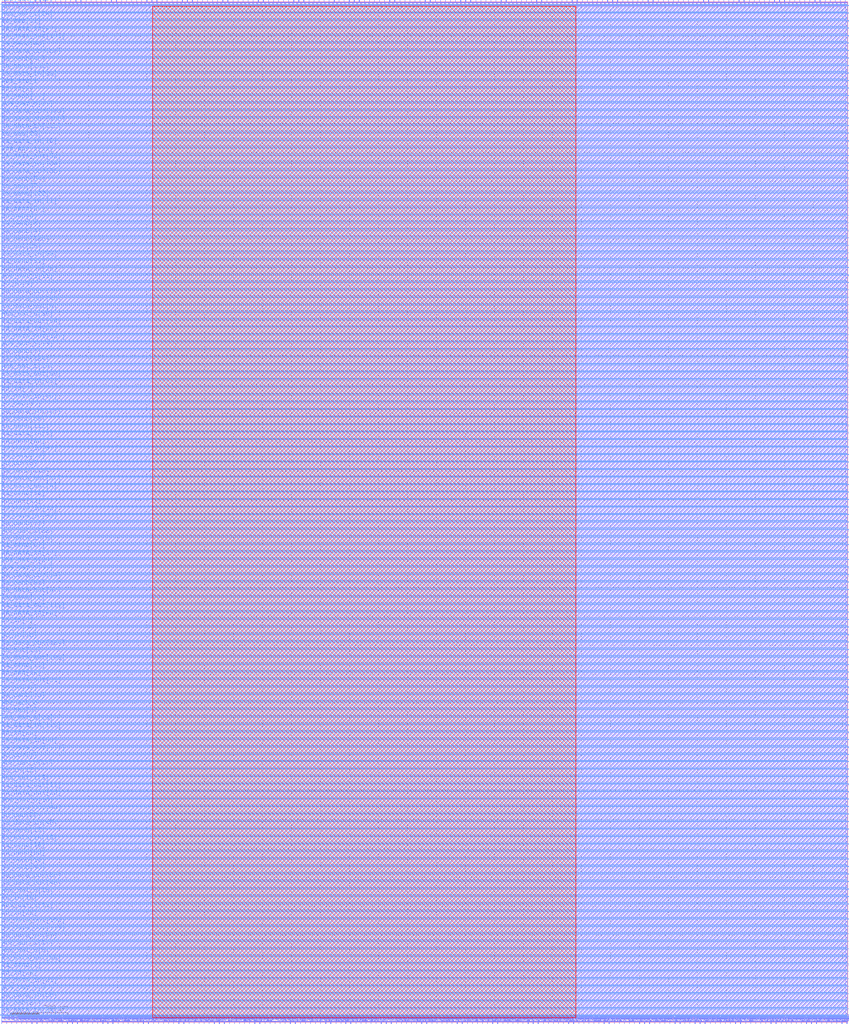
<source format=lef>
VERSION 5.7 ;
  NOWIREEXTENSIONATPIN ON ;
  DIVIDERCHAR "/" ;
  BUSBITCHARS "[]" ;
MACRO top
  CLASS BLOCK ;
  FOREIGN top ;
  ORIGIN 0.000 0.000 ;
  SIZE 2920.000 BY 3520.000 ;
  PIN io_in[0]
    DIRECTION INPUT ;
    USE SIGNAL ;
    PORT
      LAYER met2 ;
        RECT 2601.710 -4.800 2602.270 2.400 ;
    END
  END io_in[0]
  PIN io_in[10]
    DIRECTION INPUT ;
    USE SIGNAL ;
    PORT
      LAYER met2 ;
        RECT 156.350 -4.800 156.910 2.400 ;
    END
  END io_in[10]
  PIN io_in[11]
    DIRECTION INPUT ;
    USE SIGNAL ;
    PORT
      LAYER met3 ;
        RECT 2917.600 1362.460 2924.800 1363.660 ;
    END
  END io_in[11]
  PIN io_in[12]
    DIRECTION INPUT ;
    USE SIGNAL ;
    PORT
      LAYER met3 ;
        RECT -4.800 851.100 2.400 852.300 ;
    END
  END io_in[12]
  PIN io_in[13]
    DIRECTION INPUT ;
    USE SIGNAL ;
    PORT
      LAYER met2 ;
        RECT 1129.710 3517.600 1130.270 3524.800 ;
    END
  END io_in[13]
  PIN io_in[14]
    DIRECTION INPUT ;
    USE SIGNAL ;
    PORT
      LAYER met3 ;
        RECT 2917.600 2189.340 2924.800 2190.540 ;
    END
  END io_in[14]
  PIN io_in[15]
    DIRECTION INPUT ;
    USE SIGNAL ;
    PORT
      LAYER met2 ;
        RECT 989.870 3517.600 990.430 3524.800 ;
    END
  END io_in[15]
  PIN io_in[16]
    DIRECTION INPUT ;
    USE SIGNAL ;
    PORT
      LAYER met3 ;
        RECT -4.800 411.820 2.400 413.020 ;
    END
  END io_in[16]
  PIN io_in[17]
    DIRECTION INPUT ;
    USE SIGNAL ;
    PORT
      LAYER met3 ;
        RECT 2917.600 3350.780 2924.800 3351.980 ;
    END
  END io_in[17]
  PIN io_in[18]
    DIRECTION INPUT ;
    USE SIGNAL ;
    PORT
      LAYER met3 ;
        RECT -4.800 1316.220 2.400 1317.420 ;
    END
  END io_in[18]
  PIN io_in[19]
    DIRECTION INPUT ;
    USE SIGNAL ;
    PORT
      LAYER met2 ;
        RECT 1216.190 3517.600 1216.750 3524.800 ;
    END
  END io_in[19]
  PIN io_in[1]
    DIRECTION INPUT ;
    USE SIGNAL ;
    PORT
      LAYER met2 ;
        RECT 243.750 -4.800 244.310 2.400 ;
    END
  END io_in[1]
  PIN io_in[20]
    DIRECTION INPUT ;
    USE SIGNAL ;
    PORT
      LAYER met2 ;
        RECT 902.470 3517.600 903.030 3524.800 ;
    END
  END io_in[20]
  PIN io_in[21]
    DIRECTION INPUT ;
    USE SIGNAL ;
    PORT
      LAYER met2 ;
        RECT 1042.310 3517.600 1042.870 3524.800 ;
    END
  END io_in[21]
  PIN io_in[22]
    DIRECTION INPUT ;
    USE SIGNAL ;
    PORT
      LAYER met3 ;
        RECT -4.800 360.140 2.400 361.340 ;
    END
  END io_in[22]
  PIN io_in[23]
    DIRECTION INPUT ;
    USE SIGNAL ;
    PORT
      LAYER met3 ;
        RECT -4.800 980.300 2.400 981.500 ;
    END
  END io_in[23]
  PIN io_in[24]
    DIRECTION INPUT ;
    USE SIGNAL ;
    PORT
      LAYER met3 ;
        RECT 2917.600 2525.260 2924.800 2526.460 ;
    END
  END io_in[24]
  PIN io_in[25]
    DIRECTION INPUT ;
    USE SIGNAL ;
    PORT
      LAYER met2 ;
        RECT 325.630 3517.600 326.190 3524.800 ;
    END
  END io_in[25]
  PIN io_in[26]
    DIRECTION INPUT ;
    USE SIGNAL ;
    PORT
      LAYER met2 ;
        RECT 1915.390 3517.600 1915.950 3524.800 ;
    END
  END io_in[26]
  PIN io_in[27]
    DIRECTION INPUT ;
    USE SIGNAL ;
    PORT
      LAYER met2 ;
        RECT 954.910 3517.600 955.470 3524.800 ;
    END
  END io_in[27]
  PIN io_in[28]
    DIRECTION INPUT ;
    USE SIGNAL ;
    PORT
      LAYER met3 ;
        RECT -4.800 153.420 2.400 154.620 ;
    END
  END io_in[28]
  PIN io_in[29]
    DIRECTION INPUT ;
    USE SIGNAL ;
    PORT
      LAYER met2 ;
        RECT 1443.430 3517.600 1443.990 3524.800 ;
    END
  END io_in[29]
  PIN io_in[2]
    DIRECTION INPUT ;
    USE SIGNAL ;
    PORT
      LAYER met3 ;
        RECT -4.800 3201.180 2.400 3202.380 ;
    END
  END io_in[2]
  PIN io_in[30]
    DIRECTION INPUT ;
    USE SIGNAL ;
    PORT
      LAYER met2 ;
        RECT 1135.230 -4.800 1135.790 2.400 ;
    END
  END io_in[30]
  PIN io_in[31]
    DIRECTION INPUT ;
    USE SIGNAL ;
    PORT
      LAYER met3 ;
        RECT -4.800 1135.340 2.400 1136.540 ;
    END
  END io_in[31]
  PIN io_in[32]
    DIRECTION INPUT ;
    USE SIGNAL ;
    PORT
      LAYER met2 ;
        RECT 2055.230 3517.600 2055.790 3524.800 ;
    END
  END io_in[32]
  PIN io_in[33]
    DIRECTION INPUT ;
    USE SIGNAL ;
    PORT
      LAYER met2 ;
        RECT 1793.030 3517.600 1793.590 3524.800 ;
    END
  END io_in[33]
  PIN io_in[34]
    DIRECTION INPUT ;
    USE SIGNAL ;
    PORT
      LAYER met2 ;
        RECT 803.110 -4.800 803.670 2.400 ;
    END
  END io_in[34]
  PIN io_in[35]
    DIRECTION INPUT ;
    USE SIGNAL ;
    PORT
      LAYER met3 ;
        RECT 2917.600 2215.180 2924.800 2216.380 ;
    END
  END io_in[35]
  PIN io_in[36]
    DIRECTION INPUT ;
    USE SIGNAL ;
    PORT
      LAYER met3 ;
        RECT -4.800 1342.060 2.400 1343.260 ;
    END
  END io_in[36]
  PIN io_in[37]
    DIRECTION INPUT ;
    USE SIGNAL ;
    PORT
      LAYER met2 ;
        RECT 2461.870 -4.800 2462.430 2.400 ;
    END
  END io_in[37]
  PIN io_in[3]
    DIRECTION INPUT ;
    USE SIGNAL ;
    PORT
      LAYER met3 ;
        RECT -4.800 1367.900 2.400 1369.100 ;
    END
  END io_in[3]
  PIN io_in[4]
    DIRECTION INPUT ;
    USE SIGNAL ;
    PORT
      LAYER met2 ;
        RECT 2770.990 3517.600 2771.550 3524.800 ;
    END
  END io_in[4]
  PIN io_in[5]
    DIRECTION INPUT ;
    USE SIGNAL ;
    PORT
      LAYER met3 ;
        RECT 2917.600 123.500 2924.800 124.700 ;
    END
  END io_in[5]
  PIN io_in[6]
    DIRECTION INPUT ;
    USE SIGNAL ;
    PORT
      LAYER met3 ;
        RECT 2917.600 1930.940 2924.800 1932.140 ;
    END
  END io_in[6]
  PIN io_in[7]
    DIRECTION INPUT ;
    USE SIGNAL ;
    PORT
      LAYER met3 ;
        RECT -4.800 2167.580 2.400 2168.780 ;
    END
  END io_in[7]
  PIN io_in[8]
    DIRECTION INPUT ;
    USE SIGNAL ;
    PORT
      LAYER met2 ;
        RECT 1513.350 3517.600 1513.910 3524.800 ;
    END
  END io_in[8]
  PIN io_in[9]
    DIRECTION INPUT ;
    USE SIGNAL ;
    PORT
      LAYER met3 ;
        RECT -4.800 2529.340 2.400 2530.540 ;
    END
  END io_in[9]
  PIN io_oeb[0]
    DIRECTION OUTPUT TRISTATE ;
    USE SIGNAL ;
    PORT
      LAYER met3 ;
        RECT 2917.600 1026.540 2924.800 1027.740 ;
    END
  END io_oeb[0]
  PIN io_oeb[10]
    DIRECTION OUTPUT TRISTATE ;
    USE SIGNAL ;
    PORT
      LAYER met3 ;
        RECT 2917.600 949.020 2924.800 950.220 ;
    END
  END io_oeb[10]
  PIN io_oeb[11]
    DIRECTION OUTPUT TRISTATE ;
    USE SIGNAL ;
    PORT
      LAYER met2 ;
        RECT 1827.990 3517.600 1828.550 3524.800 ;
    END
  END io_oeb[11]
  PIN io_oeb[12]
    DIRECTION OUTPUT TRISTATE ;
    USE SIGNAL ;
    PORT
      LAYER met2 ;
        RECT 1163.750 3517.600 1164.310 3524.800 ;
    END
  END io_oeb[12]
  PIN io_oeb[13]
    DIRECTION OUTPUT TRISTATE ;
    USE SIGNAL ;
    PORT
      LAYER met2 ;
        RECT 1973.350 -4.800 1973.910 2.400 ;
    END
  END io_oeb[13]
  PIN io_oeb[14]
    DIRECTION OUTPUT TRISTATE ;
    USE SIGNAL ;
    PORT
      LAYER met2 ;
        RECT 692.710 3517.600 693.270 3524.800 ;
    END
  END io_oeb[14]
  PIN io_oeb[15]
    DIRECTION OUTPUT TRISTATE ;
    USE SIGNAL ;
    PORT
      LAYER met3 ;
        RECT 2917.600 1052.380 2924.800 1053.580 ;
    END
  END io_oeb[15]
  PIN io_oeb[16]
    DIRECTION OUTPUT TRISTATE ;
    USE SIGNAL ;
    PORT
      LAYER met2 ;
        RECT 1816.030 -4.800 1816.590 2.400 ;
    END
  END io_oeb[16]
  PIN io_oeb[17]
    DIRECTION OUTPUT TRISTATE ;
    USE SIGNAL ;
    PORT
      LAYER met2 ;
        RECT 238.230 3517.600 238.790 3524.800 ;
    END
  END io_oeb[17]
  PIN io_oeb[18]
    DIRECTION OUTPUT TRISTATE ;
    USE SIGNAL ;
    PORT
      LAYER met2 ;
        RECT 290.670 3517.600 291.230 3524.800 ;
    END
  END io_oeb[18]
  PIN io_oeb[19]
    DIRECTION OUTPUT TRISTATE ;
    USE SIGNAL ;
    PORT
      LAYER met3 ;
        RECT -4.800 1187.020 2.400 1188.220 ;
    END
  END io_oeb[19]
  PIN io_oeb[1]
    DIRECTION OUTPUT TRISTATE ;
    USE SIGNAL ;
    PORT
      LAYER met2 ;
        RECT 1798.550 -4.800 1799.110 2.400 ;
    END
  END io_oeb[1]
  PIN io_oeb[20]
    DIRECTION OUTPUT TRISTATE ;
    USE SIGNAL ;
    PORT
      LAYER met2 ;
        RECT 710.190 3517.600 710.750 3524.800 ;
    END
  END io_oeb[20]
  PIN io_oeb[21]
    DIRECTION OUTPUT TRISTATE ;
    USE SIGNAL ;
    PORT
      LAYER met2 ;
        RECT 2072.710 3517.600 2073.270 3524.800 ;
    END
  END io_oeb[21]
  PIN io_oeb[22]
    DIRECTION OUTPUT TRISTATE ;
    USE SIGNAL ;
    PORT
      LAYER met3 ;
        RECT -4.800 696.060 2.400 697.260 ;
    END
  END io_oeb[22]
  PIN io_oeb[23]
    DIRECTION OUTPUT TRISTATE ;
    USE SIGNAL ;
    PORT
      LAYER met3 ;
        RECT 2917.600 1233.260 2924.800 1234.460 ;
    END
  END io_oeb[23]
  PIN io_oeb[24]
    DIRECTION OUTPUT TRISTATE ;
    USE SIGNAL ;
    PORT
      LAYER met3 ;
        RECT 2917.600 3479.980 2924.800 3481.180 ;
    END
  END io_oeb[24]
  PIN io_oeb[25]
    DIRECTION OUTPUT TRISTATE ;
    USE SIGNAL ;
    PORT
      LAYER met3 ;
        RECT -4.800 3046.140 2.400 3047.340 ;
    END
  END io_oeb[25]
  PIN io_oeb[26]
    DIRECTION OUTPUT TRISTATE ;
    USE SIGNAL ;
    PORT
      LAYER met2 ;
        RECT 535.390 3517.600 535.950 3524.800 ;
    END
  END io_oeb[26]
  PIN io_oeb[27]
    DIRECTION OUTPUT TRISTATE ;
    USE SIGNAL ;
    PORT
      LAYER met3 ;
        RECT -4.800 50.060 2.400 51.260 ;
    END
  END io_oeb[27]
  PIN io_oeb[28]
    DIRECTION OUTPUT TRISTATE ;
    USE SIGNAL ;
    PORT
      LAYER met2 ;
        RECT 1862.950 3517.600 1863.510 3524.800 ;
    END
  END io_oeb[28]
  PIN io_oeb[29]
    DIRECTION OUTPUT TRISTATE ;
    USE SIGNAL ;
    PORT
      LAYER met3 ;
        RECT 2917.600 2499.420 2924.800 2500.620 ;
    END
  END io_oeb[29]
  PIN io_oeb[2]
    DIRECTION OUTPUT TRISTATE ;
    USE SIGNAL ;
    PORT
      LAYER met3 ;
        RECT 2917.600 2989.020 2924.800 2990.220 ;
    END
  END io_oeb[2]
  PIN io_oeb[30]
    DIRECTION OUTPUT TRISTATE ;
    USE SIGNAL ;
    PORT
      LAYER met2 ;
        RECT 1658.710 -4.800 1659.270 2.400 ;
    END
  END io_oeb[30]
  PIN io_oeb[31]
    DIRECTION OUTPUT TRISTATE ;
    USE SIGNAL ;
    PORT
      LAYER met3 ;
        RECT -4.800 3433.740 2.400 3434.940 ;
    END
  END io_oeb[31]
  PIN io_oeb[32]
    DIRECTION OUTPUT TRISTATE ;
    USE SIGNAL ;
    PORT
      LAYER met2 ;
        RECT 570.350 3517.600 570.910 3524.800 ;
    END
  END io_oeb[32]
  PIN io_oeb[33]
    DIRECTION OUTPUT TRISTATE ;
    USE SIGNAL ;
    PORT
      LAYER met2 ;
        RECT 343.110 3517.600 343.670 3524.800 ;
    END
  END io_oeb[33]
  PIN io_oeb[34]
    DIRECTION OUTPUT TRISTATE ;
    USE SIGNAL ;
    PORT
      LAYER met2 ;
        RECT 727.670 3517.600 728.230 3524.800 ;
    END
  END io_oeb[34]
  PIN io_oeb[35]
    DIRECTION OUTPUT TRISTATE ;
    USE SIGNAL ;
    PORT
      LAYER met3 ;
        RECT -4.800 2115.900 2.400 2117.100 ;
    END
  END io_oeb[35]
  PIN io_oeb[36]
    DIRECTION OUTPUT TRISTATE ;
    USE SIGNAL ;
    PORT
      LAYER met2 ;
        RECT 1186.750 -4.800 1187.310 2.400 ;
    END
  END io_oeb[36]
  PIN io_oeb[37]
    DIRECTION OUTPUT TRISTATE ;
    USE SIGNAL ;
    PORT
      LAYER met3 ;
        RECT -4.800 2865.260 2.400 2866.460 ;
    END
  END io_oeb[37]
  PIN io_oeb[3]
    DIRECTION OUTPUT TRISTATE ;
    USE SIGNAL ;
    PORT
      LAYER met2 ;
        RECT 2282.470 3517.600 2283.030 3524.800 ;
    END
  END io_oeb[3]
  PIN io_oeb[4]
    DIRECTION OUTPUT TRISTATE ;
    USE SIGNAL ;
    PORT
      LAYER met2 ;
        RECT 1344.070 -4.800 1344.630 2.400 ;
    END
  END io_oeb[4]
  PIN io_oeb[5]
    DIRECTION OUTPUT TRISTATE ;
    USE SIGNAL ;
    PORT
      LAYER met3 ;
        RECT -4.800 1057.820 2.400 1059.020 ;
    END
  END io_oeb[5]
  PIN io_oeb[6]
    DIRECTION OUTPUT TRISTATE ;
    USE SIGNAL ;
    PORT
      LAYER met2 ;
        RECT 2160.110 3517.600 2160.670 3524.800 ;
    END
  END io_oeb[6]
  PIN io_oeb[7]
    DIRECTION OUTPUT TRISTATE ;
    USE SIGNAL ;
    PORT
      LAYER met2 ;
        RECT 2823.430 3517.600 2823.990 3524.800 ;
    END
  END io_oeb[7]
  PIN io_oeb[8]
    DIRECTION OUTPUT TRISTATE ;
    USE SIGNAL ;
    PORT
      LAYER met3 ;
        RECT -4.800 2761.900 2.400 2763.100 ;
    END
  END io_oeb[8]
  PIN io_oeb[9]
    DIRECTION OUTPUT TRISTATE ;
    USE SIGNAL ;
    PORT
      LAYER met2 ;
        RECT 500.430 3517.600 500.990 3524.800 ;
    END
  END io_oeb[9]
  PIN io_out[0]
    DIRECTION OUTPUT TRISTATE ;
    USE SIGNAL ;
    PORT
      LAYER met2 ;
        RECT 203.270 3517.600 203.830 3524.800 ;
    END
  END io_out[0]
  PIN io_out[10]
    DIRECTION OUTPUT TRISTATE ;
    USE SIGNAL ;
    PORT
      LAYER met2 ;
        RECT 2753.510 3517.600 2754.070 3524.800 ;
    END
  END io_out[10]
  PIN io_out[11]
    DIRECTION OUTPUT TRISTATE ;
    USE SIGNAL ;
    PORT
      LAYER met3 ;
        RECT -4.800 1779.980 2.400 1781.180 ;
    END
  END io_out[11]
  PIN io_out[12]
    DIRECTION OUTPUT TRISTATE ;
    USE SIGNAL ;
    PORT
      LAYER met3 ;
        RECT 2917.600 3247.420 2924.800 3248.620 ;
    END
  END io_out[12]
  PIN io_out[13]
    DIRECTION OUTPUT TRISTATE ;
    USE SIGNAL ;
    PORT
      LAYER met3 ;
        RECT -4.800 1264.540 2.400 1265.740 ;
    END
  END io_out[13]
  PIN io_out[14]
    DIRECTION OUTPUT TRISTATE ;
    USE SIGNAL ;
    PORT
      LAYER met2 ;
        RECT 348.630 -4.800 349.190 2.400 ;
    END
  END io_out[14]
  PIN io_out[15]
    DIRECTION OUTPUT TRISTATE ;
    USE SIGNAL ;
    PORT
      LAYER met3 ;
        RECT 2917.600 2653.100 2924.800 2654.300 ;
    END
  END io_out[15]
  PIN io_out[16]
    DIRECTION OUTPUT TRISTATE ;
    USE SIGNAL ;
    PORT
      LAYER met3 ;
        RECT 2917.600 536.940 2924.800 538.140 ;
    END
  END io_out[16]
  PIN io_out[17]
    DIRECTION OUTPUT TRISTATE ;
    USE SIGNAL ;
    PORT
      LAYER met3 ;
        RECT 2917.600 2163.500 2924.800 2164.700 ;
    END
  END io_out[17]
  PIN io_out[18]
    DIRECTION OUTPUT TRISTATE ;
    USE SIGNAL ;
    PORT
      LAYER met3 ;
        RECT 2917.600 3118.220 2924.800 3119.420 ;
    END
  END io_out[18]
  PIN io_out[19]
    DIRECTION OUTPUT TRISTATE ;
    USE SIGNAL ;
    PORT
      LAYER met3 ;
        RECT 2917.600 2678.940 2924.800 2680.140 ;
    END
  END io_out[19]
  PIN io_out[1]
    DIRECTION OUTPUT TRISTATE ;
    USE SIGNAL ;
    PORT
      LAYER met2 ;
        RECT 313.670 -4.800 314.230 2.400 ;
    END
  END io_out[1]
  PIN io_out[20]
    DIRECTION OUTPUT TRISTATE ;
    USE SIGNAL ;
    PORT
      LAYER met2 ;
        RECT 2043.270 -4.800 2043.830 2.400 ;
    END
  END io_out[20]
  PIN io_out[21]
    DIRECTION OUTPUT TRISTATE ;
    USE SIGNAL ;
    PORT
      LAYER met2 ;
        RECT 168.310 3517.600 168.870 3524.800 ;
    END
  END io_out[21]
  PIN io_out[22]
    DIRECTION OUTPUT TRISTATE ;
    USE SIGNAL ;
    PORT
      LAYER met2 ;
        RECT 2531.790 -4.800 2532.350 2.400 ;
    END
  END io_out[22]
  PIN io_out[23]
    DIRECTION OUTPUT TRISTATE ;
    USE SIGNAL ;
    PORT
      LAYER met2 ;
        RECT 1483.910 -4.800 1484.470 2.400 ;
    END
  END io_out[23]
  PIN io_out[24]
    DIRECTION OUTPUT TRISTATE ;
    USE SIGNAL ;
    PORT
      LAYER met3 ;
        RECT 2917.600 71.820 2924.800 73.020 ;
    END
  END io_out[24]
  PIN io_out[25]
    DIRECTION OUTPUT TRISTATE ;
    USE SIGNAL ;
    PORT
      LAYER met3 ;
        RECT -4.800 2658.540 2.400 2659.740 ;
    END
  END io_out[25]
  PIN io_out[26]
    DIRECTION OUTPUT TRISTATE ;
    USE SIGNAL ;
    PORT
      LAYER met2 ;
        RECT 762.630 3517.600 763.190 3524.800 ;
    END
  END io_out[26]
  PIN io_out[27]
    DIRECTION OUTPUT TRISTATE ;
    USE SIGNAL ;
    PORT
      LAYER met2 ;
        RECT 2671.630 -4.800 2672.190 2.400 ;
    END
  END io_out[27]
  PIN io_out[28]
    DIRECTION OUTPUT TRISTATE ;
    USE SIGNAL ;
    PORT
      LAYER met3 ;
        RECT 2917.600 1801.740 2924.800 1802.940 ;
    END
  END io_out[28]
  PIN io_out[29]
    DIRECTION OUTPUT TRISTATE ;
    USE SIGNAL ;
    PORT
      LAYER met2 ;
        RECT 628.310 -4.800 628.870 2.400 ;
    END
  END io_out[29]
  PIN io_out[2]
    DIRECTION OUTPUT TRISTATE ;
    USE SIGNAL ;
    PORT
      LAYER met2 ;
        RECT 2805.950 3517.600 2806.510 3524.800 ;
    END
  END io_out[2]
  PIN io_out[30]
    DIRECTION OUTPUT TRISTATE ;
    USE SIGNAL ;
    PORT
      LAYER met2 ;
        RECT 838.070 -4.800 838.630 2.400 ;
    END
  END io_out[30]
  PIN io_out[31]
    DIRECTION OUTPUT TRISTATE ;
    USE SIGNAL ;
    PORT
      LAYER met3 ;
        RECT 2917.600 3066.540 2924.800 3067.740 ;
    END
  END io_out[31]
  PIN io_out[32]
    DIRECTION OUTPUT TRISTATE ;
    USE SIGNAL ;
    PORT
      LAYER met2 ;
        RECT 2409.430 -4.800 2409.990 2.400 ;
    END
  END io_out[32]
  PIN io_out[33]
    DIRECTION OUTPUT TRISTATE ;
    USE SIGNAL ;
    PORT
      LAYER met3 ;
        RECT 2917.600 2576.940 2924.800 2578.140 ;
    END
  END io_out[33]
  PIN io_out[34]
    DIRECTION OUTPUT TRISTATE ;
    USE SIGNAL ;
    PORT
      LAYER met2 ;
        RECT 2893.350 3517.600 2893.910 3524.800 ;
    END
  END io_out[34]
  PIN io_out[35]
    DIRECTION OUTPUT TRISTATE ;
    USE SIGNAL ;
    PORT
      LAYER met3 ;
        RECT 2917.600 2266.860 2924.800 2268.060 ;
    END
  END io_out[35]
  PIN io_out[36]
    DIRECTION OUTPUT TRISTATE ;
    USE SIGNAL ;
    PORT
      LAYER met2 ;
        RECT 745.150 3517.600 745.710 3524.800 ;
    END
  END io_out[36]
  PIN io_out[37]
    DIRECTION OUTPUT TRISTATE ;
    USE SIGNAL ;
    PORT
      LAYER met2 ;
        RECT 2391.950 -4.800 2392.510 2.400 ;
    END
  END io_out[37]
  PIN io_out[3]
    DIRECTION OUTPUT TRISTATE ;
    USE SIGNAL ;
    PORT
      LAYER met3 ;
        RECT -4.800 1909.180 2.400 1910.380 ;
    END
  END io_out[3]
  PIN io_out[4]
    DIRECTION OUTPUT TRISTATE ;
    USE SIGNAL ;
    PORT
      LAYER met3 ;
        RECT 2917.600 20.140 2924.800 21.340 ;
    END
  END io_out[4]
  PIN io_out[5]
    DIRECTION OUTPUT TRISTATE ;
    USE SIGNAL ;
    PORT
      LAYER met3 ;
        RECT 2917.600 2060.140 2924.800 2061.340 ;
    END
  END io_out[5]
  PIN io_out[6]
    DIRECTION OUTPUT TRISTATE ;
    USE SIGNAL ;
    PORT
      LAYER met2 ;
        RECT 1583.270 3517.600 1583.830 3524.800 ;
    END
  END io_out[6]
  PIN io_out[7]
    DIRECTION OUTPUT TRISTATE ;
    USE SIGNAL ;
    PORT
      LAYER met3 ;
        RECT -4.800 902.780 2.400 903.980 ;
    END
  END io_out[7]
  PIN io_out[8]
    DIRECTION OUTPUT TRISTATE ;
    USE SIGNAL ;
    PORT
      LAYER met2 ;
        RECT 1321.070 3517.600 1321.630 3524.800 ;
    END
  END io_out[8]
  PIN io_out[9]
    DIRECTION OUTPUT TRISTATE ;
    USE SIGNAL ;
    PORT
      LAYER met2 ;
        RECT 185.790 3517.600 186.350 3524.800 ;
    END
  END io_out[9]
  PIN irq[0]
    DIRECTION OUTPUT TRISTATE ;
    USE SIGNAL ;
    PORT
      LAYER met2 ;
        RECT 855.550 -4.800 856.110 2.400 ;
    END
  END irq[0]
  PIN irq[1]
    DIRECTION OUTPUT TRISTATE ;
    USE SIGNAL ;
    PORT
      LAYER met3 ;
        RECT 2917.600 1207.420 2924.800 1208.620 ;
    END
  END irq[1]
  PIN irq[2]
    DIRECTION OUTPUT TRISTATE ;
    USE SIGNAL ;
    PORT
      LAYER met2 ;
        RECT 2351.470 3517.600 2352.030 3524.800 ;
    END
  END irq[2]
  PIN la_data_in[0]
    DIRECTION INPUT ;
    USE SIGNAL ;
    PORT
      LAYER met3 ;
        RECT 2917.600 1620.860 2924.800 1622.060 ;
    END
  END la_data_in[0]
  PIN la_data_in[100]
    DIRECTION INPUT ;
    USE SIGNAL ;
    PORT
      LAYER met3 ;
        RECT 2917.600 743.660 2924.800 744.860 ;
    END
  END la_data_in[100]
  PIN la_data_in[101]
    DIRECTION INPUT ;
    USE SIGNAL ;
    PORT
      LAYER met2 ;
        RECT 1408.470 3517.600 1409.030 3524.800 ;
    END
  END la_data_in[101]
  PIN la_data_in[102]
    DIRECTION INPUT ;
    USE SIGNAL ;
    PORT
      LAYER met2 ;
        RECT 657.750 3517.600 658.310 3524.800 ;
    END
  END la_data_in[102]
  PIN la_data_in[103]
    DIRECTION INPUT ;
    USE SIGNAL ;
    PORT
      LAYER met3 ;
        RECT 2917.600 3195.740 2924.800 3196.940 ;
    END
  END la_data_in[103]
  PIN la_data_in[104]
    DIRECTION INPUT ;
    USE SIGNAL ;
    PORT
      LAYER met3 ;
        RECT -4.800 2942.780 2.400 2943.980 ;
    END
  END la_data_in[104]
  PIN la_data_in[105]
    DIRECTION INPUT ;
    USE SIGNAL ;
    PORT
      LAYER met3 ;
        RECT 2917.600 2085.980 2924.800 2087.180 ;
    END
  END la_data_in[105]
  PIN la_data_in[106]
    DIRECTION INPUT ;
    USE SIGNAL ;
    PORT
      LAYER met3 ;
        RECT 2917.600 45.980 2924.800 47.180 ;
    END
  END la_data_in[106]
  PIN la_data_in[107]
    DIRECTION INPUT ;
    USE SIGNAL ;
    PORT
      LAYER met2 ;
        RECT 1688.150 3517.600 1688.710 3524.800 ;
    END
  END la_data_in[107]
  PIN la_data_in[108]
    DIRECTION INPUT ;
    USE SIGNAL ;
    PORT
      LAYER met3 ;
        RECT 2917.600 666.140 2924.800 667.340 ;
    END
  END la_data_in[108]
  PIN la_data_in[109]
    DIRECTION INPUT ;
    USE SIGNAL ;
    PORT
      LAYER met2 ;
        RECT 2142.630 3517.600 2143.190 3524.800 ;
    END
  END la_data_in[109]
  PIN la_data_in[10]
    DIRECTION INPUT ;
    USE SIGNAL ;
    PORT
      LAYER met3 ;
        RECT -4.800 3020.300 2.400 3021.500 ;
    END
  END la_data_in[10]
  PIN la_data_in[110]
    DIRECTION INPUT ;
    USE SIGNAL ;
    PORT
      LAYER met2 ;
        RECT 86.430 -4.800 86.990 2.400 ;
    END
  END la_data_in[110]
  PIN la_data_in[111]
    DIRECTION INPUT ;
    USE SIGNAL ;
    PORT
      LAYER met3 ;
        RECT 2917.600 2111.820 2924.800 2113.020 ;
    END
  END la_data_in[111]
  PIN la_data_in[112]
    DIRECTION INPUT ;
    USE SIGNAL ;
    PORT
      LAYER met3 ;
        RECT -4.800 3071.980 2.400 3073.180 ;
    END
  END la_data_in[112]
  PIN la_data_in[113]
    DIRECTION INPUT ;
    USE SIGNAL ;
    PORT
      LAYER met3 ;
        RECT 2917.600 252.700 2924.800 253.900 ;
    END
  END la_data_in[113]
  PIN la_data_in[114]
    DIRECTION INPUT ;
    USE SIGNAL ;
    PORT
      LAYER met2 ;
        RECT 2212.550 3517.600 2213.110 3524.800 ;
    END
  END la_data_in[114]
  PIN la_data_in[115]
    DIRECTION INPUT ;
    USE SIGNAL ;
    PORT
      LAYER met2 ;
        RECT 645.790 -4.800 646.350 2.400 ;
    END
  END la_data_in[115]
  PIN la_data_in[116]
    DIRECTION INPUT ;
    USE SIGNAL ;
    PORT
      LAYER met2 ;
        RECT 1170.190 -4.800 1170.750 2.400 ;
    END
  END la_data_in[116]
  PIN la_data_in[117]
    DIRECTION INPUT ;
    USE SIGNAL ;
    PORT
      LAYER met2 ;
        RECT 1303.590 3517.600 1304.150 3524.800 ;
    END
  END la_data_in[117]
  PIN la_data_in[118]
    DIRECTION INPUT ;
    USE SIGNAL ;
    PORT
      LAYER met2 ;
        RECT 2386.430 3517.600 2386.990 3524.800 ;
    END
  END la_data_in[118]
  PIN la_data_in[119]
    DIRECTION INPUT ;
    USE SIGNAL ;
    PORT
      LAYER met3 ;
        RECT 2917.600 1982.620 2924.800 1983.820 ;
    END
  END la_data_in[119]
  PIN la_data_in[11]
    DIRECTION INPUT ;
    USE SIGNAL ;
    PORT
      LAYER met3 ;
        RECT -4.800 2813.580 2.400 2814.780 ;
    END
  END la_data_in[11]
  PIN la_data_in[120]
    DIRECTION INPUT ;
    USE SIGNAL ;
    PORT
      LAYER met2 ;
        RECT 2037.750 3517.600 2038.310 3524.800 ;
    END
  END la_data_in[120]
  PIN la_data_in[121]
    DIRECTION INPUT ;
    USE SIGNAL ;
    PORT
      LAYER met2 ;
        RECT 2584.230 -4.800 2584.790 2.400 ;
    END
  END la_data_in[121]
  PIN la_data_in[122]
    DIRECTION INPUT ;
    USE SIGNAL ;
    PORT
      LAYER met2 ;
        RECT 360.590 3517.600 361.150 3524.800 ;
    END
  END la_data_in[122]
  PIN la_data_in[123]
    DIRECTION INPUT ;
    USE SIGNAL ;
    PORT
      LAYER met2 ;
        RECT 2706.590 -4.800 2707.150 2.400 ;
    END
  END la_data_in[123]
  PIN la_data_in[124]
    DIRECTION INPUT ;
    USE SIGNAL ;
    PORT
      LAYER met2 ;
        RECT 465.470 3517.600 466.030 3524.800 ;
    END
  END la_data_in[124]
  PIN la_data_in[125]
    DIRECTION INPUT ;
    USE SIGNAL ;
    PORT
      LAYER met3 ;
        RECT -4.800 1006.140 2.400 1007.340 ;
    END
  END la_data_in[125]
  PIN la_data_in[126]
    DIRECTION INPUT ;
    USE SIGNAL ;
    PORT
      LAYER met2 ;
        RECT 2025.790 -4.800 2026.350 2.400 ;
    END
  END la_data_in[126]
  PIN la_data_in[127]
    DIRECTION INPUT ;
    USE SIGNAL ;
    PORT
      LAYER met3 ;
        RECT -4.800 2090.060 2.400 2091.260 ;
    END
  END la_data_in[127]
  PIN la_data_in[12]
    DIRECTION INPUT ;
    USE SIGNAL ;
    PORT
      LAYER met3 ;
        RECT -4.800 1754.140 2.400 1755.340 ;
    END
  END la_data_in[12]
  PIN la_data_in[13]
    DIRECTION INPUT ;
    USE SIGNAL ;
    PORT
      LAYER met2 ;
        RECT 2356.990 -4.800 2357.550 2.400 ;
    END
  END la_data_in[13]
  PIN la_data_in[14]
    DIRECTION INPUT ;
    USE SIGNAL ;
    PORT
      LAYER met3 ;
        RECT 2917.600 2447.740 2924.800 2448.940 ;
    END
  END la_data_in[14]
  PIN la_data_in[15]
    DIRECTION INPUT ;
    USE SIGNAL ;
    PORT
      LAYER met3 ;
        RECT -4.800 618.540 2.400 619.740 ;
    END
  END la_data_in[15]
  PIN la_data_in[16]
    DIRECTION INPUT ;
    USE SIGNAL ;
    PORT
      LAYER met3 ;
        RECT 2917.600 1284.940 2924.800 1286.140 ;
    END
  END la_data_in[16]
  PIN la_data_in[17]
    DIRECTION INPUT ;
    USE SIGNAL ;
    PORT
      LAYER met3 ;
        RECT -4.800 1600.460 2.400 1601.660 ;
    END
  END la_data_in[17]
  PIN la_data_in[18]
    DIRECTION INPUT ;
    USE SIGNAL ;
    PORT
      LAYER met3 ;
        RECT 2917.600 2911.500 2924.800 2912.700 ;
    END
  END la_data_in[18]
  PIN la_data_in[19]
    DIRECTION INPUT ;
    USE SIGNAL ;
    PORT
      LAYER met2 ;
        RECT 2264.990 3517.600 2265.550 3524.800 ;
    END
  END la_data_in[19]
  PIN la_data_in[1]
    DIRECTION INPUT ;
    USE SIGNAL ;
    PORT
      LAYER met2 ;
        RECT 663.270 -4.800 663.830 2.400 ;
    END
  END la_data_in[1]
  PIN la_data_in[20]
    DIRECTION INPUT ;
    USE SIGNAL ;
    PORT
      LAYER met2 ;
        RECT 273.190 3517.600 273.750 3524.800 ;
    END
  END la_data_in[20]
  PIN la_data_in[21]
    DIRECTION INPUT ;
    USE SIGNAL ;
    PORT
      LAYER met3 ;
        RECT -4.800 127.580 2.400 128.780 ;
    END
  END la_data_in[21]
  PIN la_data_in[22]
    DIRECTION INPUT ;
    USE SIGNAL ;
    PORT
      LAYER met2 ;
        RECT 1763.590 -4.800 1764.150 2.400 ;
    END
  END la_data_in[22]
  PIN la_data_in[23]
    DIRECTION INPUT ;
    USE SIGNAL ;
    PORT
      LAYER met3 ;
        RECT 2917.600 1698.380 2924.800 1699.580 ;
    END
  END la_data_in[23]
  PIN la_data_in[24]
    DIRECTION INPUT ;
    USE SIGNAL ;
    PORT
      LAYER met3 ;
        RECT 2917.600 407.740 2924.800 408.940 ;
    END
  END la_data_in[24]
  PIN la_data_in[25]
    DIRECTION INPUT ;
    USE SIGNAL ;
    PORT
      LAYER met3 ;
        RECT -4.800 2581.020 2.400 2582.220 ;
    END
  END la_data_in[25]
  PIN la_data_in[26]
    DIRECTION INPUT ;
    USE SIGNAL ;
    PORT
      LAYER met3 ;
        RECT 2917.600 2756.460 2924.800 2757.660 ;
    END
  END la_data_in[26]
  PIN la_data_in[27]
    DIRECTION INPUT ;
    USE SIGNAL ;
    PORT
      LAYER met3 ;
        RECT -4.800 282.620 2.400 283.820 ;
    END
  END la_data_in[27]
  PIN la_data_in[28]
    DIRECTION INPUT ;
    USE SIGNAL ;
    PORT
      LAYER met3 ;
        RECT 2917.600 1956.780 2924.800 1957.980 ;
    END
  END la_data_in[28]
  PIN la_data_in[29]
    DIRECTION INPUT ;
    USE SIGNAL ;
    PORT
      LAYER met2 ;
        RECT 1903.430 -4.800 1903.990 2.400 ;
    END
  END la_data_in[29]
  PIN la_data_in[2]
    DIRECTION INPUT ;
    USE SIGNAL ;
    PORT
      LAYER met2 ;
        RECT 2113.190 -4.800 2113.750 2.400 ;
    END
  END la_data_in[2]
  PIN la_data_in[30]
    DIRECTION INPUT ;
    USE SIGNAL ;
    PORT
      LAYER met2 ;
        RECT 2496.830 -4.800 2497.390 2.400 ;
    END
  END la_data_in[30]
  PIN la_data_in[31]
    DIRECTION INPUT ;
    USE SIGNAL ;
    PORT
      LAYER met2 ;
        RECT 1198.710 3517.600 1199.270 3524.800 ;
    END
  END la_data_in[31]
  PIN la_data_in[32]
    DIRECTION INPUT ;
    USE SIGNAL ;
    PORT
      LAYER met2 ;
        RECT 1938.390 -4.800 1938.950 2.400 ;
    END
  END la_data_in[32]
  PIN la_data_in[33]
    DIRECTION INPUT ;
    USE SIGNAL ;
    PORT
      LAYER met2 ;
        RECT 1100.270 -4.800 1100.830 2.400 ;
    END
  END la_data_in[33]
  PIN la_data_in[34]
    DIRECTION INPUT ;
    USE SIGNAL ;
    PORT
      LAYER met2 ;
        RECT 1460.910 3517.600 1461.470 3524.800 ;
    END
  END la_data_in[34]
  PIN la_data_in[35]
    DIRECTION INPUT ;
    USE SIGNAL ;
    PORT
      LAYER met3 ;
        RECT -4.800 3252.860 2.400 3254.060 ;
    END
  END la_data_in[35]
  PIN la_data_in[36]
    DIRECTION INPUT ;
    USE SIGNAL ;
    PORT
      LAYER met2 ;
        RECT 2333.990 3517.600 2334.550 3524.800 ;
    END
  END la_data_in[36]
  PIN la_data_in[37]
    DIRECTION INPUT ;
    USE SIGNAL ;
    PORT
      LAYER met2 ;
        RECT 2840.910 3517.600 2841.470 3524.800 ;
    END
  END la_data_in[37]
  PIN la_data_in[38]
    DIRECTION INPUT ;
    USE SIGNAL ;
    PORT
      LAYER met3 ;
        RECT 2917.600 1336.620 2924.800 1337.820 ;
    END
  END la_data_in[38]
  PIN la_data_in[39]
    DIRECTION INPUT ;
    USE SIGNAL ;
    PORT
      LAYER met2 ;
        RECT 51.470 -4.800 52.030 2.400 ;
    END
  END la_data_in[39]
  PIN la_data_in[3]
    DIRECTION INPUT ;
    USE SIGNAL ;
    PORT
      LAYER met3 ;
        RECT -4.800 2012.540 2.400 2013.740 ;
    END
  END la_data_in[3]
  PIN la_data_in[40]
    DIRECTION INPUT ;
    USE SIGNAL ;
    PORT
      LAYER met2 ;
        RECT 540.910 -4.800 541.470 2.400 ;
    END
  END la_data_in[40]
  PIN la_data_in[41]
    DIRECTION INPUT ;
    USE SIGNAL ;
    PORT
      LAYER met2 ;
        RECT 698.230 -4.800 698.790 2.400 ;
    END
  END la_data_in[41]
  PIN la_data_in[42]
    DIRECTION INPUT ;
    USE SIGNAL ;
    PORT
      LAYER met3 ;
        RECT 2917.600 1414.140 2924.800 1415.340 ;
    END
  END la_data_in[42]
  PIN la_data_in[43]
    DIRECTION INPUT ;
    USE SIGNAL ;
    PORT
      LAYER met3 ;
        RECT 2917.600 2628.620 2924.800 2629.820 ;
    END
  END la_data_in[43]
  PIN la_data_in[44]
    DIRECTION INPUT ;
    USE SIGNAL ;
    PORT
      LAYER met2 ;
        RECT 1112.230 3517.600 1112.790 3524.800 ;
    END
  END la_data_in[44]
  PIN la_data_in[45]
    DIRECTION INPUT ;
    USE SIGNAL ;
    PORT
      LAYER met3 ;
        RECT -4.800 670.220 2.400 671.420 ;
    END
  END la_data_in[45]
  PIN la_data_in[46]
    DIRECTION INPUT ;
    USE SIGNAL ;
    PORT
      LAYER met3 ;
        RECT -4.800 2141.740 2.400 2142.940 ;
    END
  END la_data_in[46]
  PIN la_data_in[47]
    DIRECTION INPUT ;
    USE SIGNAL ;
    PORT
      LAYER met2 ;
        RECT 1781.070 -4.800 1781.630 2.400 ;
    END
  END la_data_in[47]
  PIN la_data_in[48]
    DIRECTION INPUT ;
    USE SIGNAL ;
    PORT
      LAYER met2 ;
        RECT 2125.150 3517.600 2125.710 3524.800 ;
    END
  END la_data_in[48]
  PIN la_data_in[49]
    DIRECTION INPUT ;
    USE SIGNAL ;
    PORT
      LAYER met2 ;
        RECT 523.430 -4.800 523.990 2.400 ;
    END
  END la_data_in[49]
  PIN la_data_in[4]
    DIRECTION INPUT ;
    USE SIGNAL ;
    PORT
      LAYER met2 ;
        RECT 925.470 -4.800 926.030 2.400 ;
    END
  END la_data_in[4]
  PIN la_data_in[50]
    DIRECTION INPUT ;
    USE SIGNAL ;
    PORT
      LAYER met3 ;
        RECT -4.800 75.900 2.400 77.100 ;
    END
  END la_data_in[50]
  PIN la_data_in[51]
    DIRECTION INPUT ;
    USE SIGNAL ;
    PORT
      LAYER met2 ;
        RECT 255.710 3517.600 256.270 3524.800 ;
    END
  END la_data_in[51]
  PIN la_data_in[52]
    DIRECTION INPUT ;
    USE SIGNAL ;
    PORT
      LAYER met2 ;
        RECT 2788.470 3517.600 2789.030 3524.800 ;
    END
  END la_data_in[52]
  PIN la_data_in[53]
    DIRECTION INPUT ;
    USE SIGNAL ;
    PORT
      LAYER met3 ;
        RECT 2917.600 381.900 2924.800 383.100 ;
    END
  END la_data_in[53]
  PIN la_data_in[54]
    DIRECTION INPUT ;
    USE SIGNAL ;
    PORT
      LAYER met2 ;
        RECT 331.150 -4.800 331.710 2.400 ;
    END
  END la_data_in[54]
  PIN la_data_in[55]
    DIRECTION INPUT ;
    USE SIGNAL ;
    PORT
      LAYER met2 ;
        RECT 1256.670 -4.800 1257.230 2.400 ;
    END
  END la_data_in[55]
  PIN la_data_in[56]
    DIRECTION INPUT ;
    USE SIGNAL ;
    PORT
      LAYER met2 ;
        RECT 16.510 -4.800 17.070 2.400 ;
    END
  END la_data_in[56]
  PIN la_data_in[57]
    DIRECTION INPUT ;
    USE SIGNAL ;
    PORT
      LAYER met2 ;
        RECT 1990.830 -4.800 1991.390 2.400 ;
    END
  END la_data_in[57]
  PIN la_data_in[58]
    DIRECTION INPUT ;
    USE SIGNAL ;
    PORT
      LAYER met2 ;
        RECT 2456.350 3517.600 2456.910 3524.800 ;
    END
  END la_data_in[58]
  PIN la_data_in[59]
    DIRECTION INPUT ;
    USE SIGNAL ;
    PORT
      LAYER met2 ;
        RECT 2322.950 -4.800 2323.510 2.400 ;
    END
  END la_data_in[59]
  PIN la_data_in[5]
    DIRECTION INPUT ;
    USE SIGNAL ;
    PORT
      LAYER met3 ;
        RECT -4.800 1652.140 2.400 1653.340 ;
    END
  END la_data_in[5]
  PIN la_data_in[60]
    DIRECTION INPUT ;
    USE SIGNAL ;
    PORT
      LAYER met2 ;
        RECT 430.510 3517.600 431.070 3524.800 ;
    END
  END la_data_in[60]
  PIN la_data_in[61]
    DIRECTION INPUT ;
    USE SIGNAL ;
    PORT
      LAYER met2 ;
        RECT 558.390 -4.800 558.950 2.400 ;
    END
  END la_data_in[61]
  PIN la_data_in[62]
    DIRECTION INPUT ;
    USE SIGNAL ;
    PORT
      LAYER met3 ;
        RECT 2917.600 588.620 2924.800 589.820 ;
    END
  END la_data_in[62]
  PIN la_data_in[63]
    DIRECTION INPUT ;
    USE SIGNAL ;
    PORT
      LAYER met3 ;
        RECT -4.800 2193.420 2.400 2194.620 ;
    END
  END la_data_in[63]
  PIN la_data_in[64]
    DIRECTION INPUT ;
    USE SIGNAL ;
    PORT
      LAYER met3 ;
        RECT 2917.600 3299.100 2924.800 3300.300 ;
    END
  END la_data_in[64]
  PIN la_data_in[65]
    DIRECTION INPUT ;
    USE SIGNAL ;
    PORT
      LAYER met2 ;
        RECT 2305.470 -4.800 2306.030 2.400 ;
    END
  END la_data_in[65]
  PIN la_data_in[66]
    DIRECTION INPUT ;
    USE SIGNAL ;
    PORT
      LAYER met2 ;
        RECT 98.390 3517.600 98.950 3524.800 ;
    END
  END la_data_in[66]
  PIN la_data_in[67]
    DIRECTION INPUT ;
    USE SIGNAL ;
    PORT
      LAYER met2 ;
        RECT 1338.550 3517.600 1339.110 3524.800 ;
    END
  END la_data_in[67]
  PIN la_data_in[68]
    DIRECTION INPUT ;
    USE SIGNAL ;
    PORT
      LAYER met3 ;
        RECT -4.800 954.460 2.400 955.660 ;
    END
  END la_data_in[68]
  PIN la_data_in[69]
    DIRECTION INPUT ;
    USE SIGNAL ;
    PORT
      LAYER met3 ;
        RECT 2917.600 2473.580 2924.800 2474.780 ;
    END
  END la_data_in[69]
  PIN la_data_in[6]
    DIRECTION INPUT ;
    USE SIGNAL ;
    PORT
      LAYER met3 ;
        RECT 2917.600 1181.580 2924.800 1182.780 ;
    END
  END la_data_in[6]
  PIN la_data_in[70]
    DIRECTION INPUT ;
    USE SIGNAL ;
    PORT
      LAYER met3 ;
        RECT 2917.600 614.460 2924.800 615.660 ;
    END
  END la_data_in[70]
  PIN la_data_in[71]
    DIRECTION INPUT ;
    USE SIGNAL ;
    PORT
      LAYER met3 ;
        RECT 2917.600 356.060 2924.800 357.260 ;
    END
  END la_data_in[71]
  PIN la_data_in[72]
    DIRECTION INPUT ;
    USE SIGNAL ;
    PORT
      LAYER met2 ;
        RECT 884.990 3517.600 885.550 3524.800 ;
    END
  END la_data_in[72]
  PIN la_data_in[73]
    DIRECTION INPUT ;
    USE SIGNAL ;
    PORT
      LAYER met2 ;
        RECT 2636.670 -4.800 2637.230 2.400 ;
    END
  END la_data_in[73]
  PIN la_data_in[74]
    DIRECTION INPUT ;
    USE SIGNAL ;
    PORT
      LAYER met2 ;
        RECT 1309.110 -4.800 1309.670 2.400 ;
    END
  END la_data_in[74]
  PIN la_data_in[75]
    DIRECTION INPUT ;
    USE SIGNAL ;
    PORT
      LAYER met2 ;
        RECT 1047.830 -4.800 1048.390 2.400 ;
    END
  END la_data_in[75]
  PIN la_data_in[76]
    DIRECTION INPUT ;
    USE SIGNAL ;
    PORT
      LAYER met2 ;
        RECT 1291.630 -4.800 1292.190 2.400 ;
    END
  END la_data_in[76]
  PIN la_data_in[77]
    DIRECTION INPUT ;
    USE SIGNAL ;
    PORT
      LAYER met3 ;
        RECT 2917.600 2137.660 2924.800 2138.860 ;
    END
  END la_data_in[77]
  PIN la_data_in[78]
    DIRECTION INPUT ;
    USE SIGNAL ;
    PORT
      LAYER met3 ;
        RECT 2917.600 2730.620 2924.800 2731.820 ;
    END
  END la_data_in[78]
  PIN la_data_in[79]
    DIRECTION INPUT ;
    USE SIGNAL ;
    PORT
      LAYER met3 ;
        RECT 2917.600 717.820 2924.800 719.020 ;
    END
  END la_data_in[79]
  PIN la_data_in[7]
    DIRECTION INPUT ;
    USE SIGNAL ;
    PORT
      LAYER met3 ;
        RECT 2917.600 847.020 2924.800 848.220 ;
    END
  END la_data_in[7]
  PIN la_data_in[80]
    DIRECTION INPUT ;
    USE SIGNAL ;
    PORT
      LAYER met2 ;
        RECT 2183.110 -4.800 2183.670 2.400 ;
    END
  END la_data_in[80]
  PIN la_data_in[81]
    DIRECTION INPUT ;
    USE SIGNAL ;
    PORT
      LAYER met3 ;
        RECT 2917.600 872.860 2924.800 874.060 ;
    END
  END la_data_in[81]
  PIN la_data_in[82]
    DIRECTION INPUT ;
    USE SIGNAL ;
    PORT
      LAYER met3 ;
        RECT -4.800 1729.660 2.400 1730.860 ;
    END
  END la_data_in[82]
  PIN la_data_in[83]
    DIRECTION INPUT ;
    USE SIGNAL ;
    PORT
      LAYER met2 ;
        RECT 2473.830 3517.600 2474.390 3524.800 ;
    END
  END la_data_in[83]
  PIN la_data_in[84]
    DIRECTION INPUT ;
    USE SIGNAL ;
    PORT
      LAYER met3 ;
        RECT -4.800 24.220 2.400 25.420 ;
    END
  END la_data_in[84]
  PIN la_data_in[85]
    DIRECTION INPUT ;
    USE SIGNAL ;
    PORT
      LAYER met2 ;
        RECT 1286.110 3517.600 1286.670 3524.800 ;
    END
  END la_data_in[85]
  PIN la_data_in[86]
    DIRECTION INPUT ;
    USE SIGNAL ;
    PORT
      LAYER met3 ;
        RECT 2917.600 2396.060 2924.800 2397.260 ;
    END
  END la_data_in[86]
  PIN la_data_in[87]
    DIRECTION INPUT ;
    USE SIGNAL ;
    PORT
      LAYER met3 ;
        RECT -4.800 1960.860 2.400 1962.060 ;
    END
  END la_data_in[87]
  PIN la_data_in[88]
    DIRECTION INPUT ;
    USE SIGNAL ;
    PORT
      LAYER met3 ;
        RECT -4.800 2374.300 2.400 2375.500 ;
    END
  END la_data_in[88]
  PIN la_data_in[89]
    DIRECTION INPUT ;
    USE SIGNAL ;
    PORT
      LAYER met2 ;
        RECT 1147.190 3517.600 1147.750 3524.800 ;
    END
  END la_data_in[89]
  PIN la_data_in[8]
    DIRECTION INPUT ;
    USE SIGNAL ;
    PORT
      LAYER met2 ;
        RECT 850.030 3517.600 850.590 3524.800 ;
    END
  END la_data_in[8]
  PIN la_data_in[90]
    DIRECTION INPUT ;
    USE SIGNAL ;
    PORT
      LAYER met2 ;
        RECT 1775.550 3517.600 1776.110 3524.800 ;
    END
  END la_data_in[90]
  PIN la_data_in[91]
    DIRECTION INPUT ;
    USE SIGNAL ;
    PORT
      LAYER met2 ;
        RECT 308.150 3517.600 308.710 3524.800 ;
    END
  END la_data_in[91]
  PIN la_data_in[92]
    DIRECTION INPUT ;
    USE SIGNAL ;
    PORT
      LAYER met2 ;
        RECT 2724.070 -4.800 2724.630 2.400 ;
    END
  END la_data_in[92]
  PIN la_data_in[93]
    DIRECTION INPUT ;
    USE SIGNAL ;
    PORT
      LAYER met2 ;
        RECT 942.950 -4.800 943.510 2.400 ;
    END
  END la_data_in[93]
  PIN la_data_in[94]
    DIRECTION INPUT ;
    USE SIGNAL ;
    PORT
      LAYER met2 ;
        RECT 1065.310 -4.800 1065.870 2.400 ;
    END
  END la_data_in[94]
  PIN la_data_in[95]
    DIRECTION INPUT ;
    USE SIGNAL ;
    PORT
      LAYER met2 ;
        RECT 2898.870 -4.800 2899.430 2.400 ;
    END
  END la_data_in[95]
  PIN la_data_in[96]
    DIRECTION INPUT ;
    USE SIGNAL ;
    PORT
      LAYER met3 ;
        RECT -4.800 1393.740 2.400 1394.940 ;
    END
  END la_data_in[96]
  PIN la_data_in[97]
    DIRECTION INPUT ;
    USE SIGNAL ;
    PORT
      LAYER met3 ;
        RECT -4.800 3407.900 2.400 3409.100 ;
    END
  END la_data_in[97]
  PIN la_data_in[98]
    DIRECTION INPUT ;
    USE SIGNAL ;
    PORT
      LAYER met3 ;
        RECT 2917.600 1465.820 2924.800 1467.020 ;
    END
  END la_data_in[98]
  PIN la_data_in[99]
    DIRECTION INPUT ;
    USE SIGNAL ;
    PORT
      LAYER met3 ;
        RECT -4.800 2632.700 2.400 2633.900 ;
    END
  END la_data_in[99]
  PIN la_data_in[9]
    DIRECTION INPUT ;
    USE SIGNAL ;
    PORT
      LAYER met2 ;
        RECT 470.990 -4.800 471.550 2.400 ;
    END
  END la_data_in[9]
  PIN la_data_out[0]
    DIRECTION OUTPUT TRISTATE ;
    USE SIGNAL ;
    PORT
      LAYER met3 ;
        RECT -4.800 2451.820 2.400 2453.020 ;
    END
  END la_data_out[0]
  PIN la_data_out[100]
    DIRECTION OUTPUT TRISTATE ;
    USE SIGNAL ;
    PORT
      LAYER met2 ;
        RECT 2718.550 3517.600 2719.110 3524.800 ;
    END
  END la_data_out[100]
  PIN la_data_out[101]
    DIRECTION OUTPUT TRISTATE ;
    USE SIGNAL ;
    PORT
      LAYER met3 ;
        RECT -4.800 3382.060 2.400 3383.260 ;
    END
  END la_data_out[101]
  PIN la_data_out[102]
    DIRECTION OUTPUT TRISTATE ;
    USE SIGNAL ;
    PORT
      LAYER met3 ;
        RECT -4.800 334.300 2.400 335.500 ;
    END
  END la_data_out[102]
  PIN la_data_out[103]
    DIRECTION OUTPUT TRISTATE ;
    USE SIGNAL ;
    PORT
      LAYER met3 ;
        RECT 2917.600 1078.220 2924.800 1079.420 ;
    END
  END la_data_out[103]
  PIN la_data_out[104]
    DIRECTION OUTPUT TRISTATE ;
    USE SIGNAL ;
    PORT
      LAYER met3 ;
        RECT 2917.600 1750.060 2924.800 1751.260 ;
    END
  END la_data_out[104]
  PIN la_data_out[105]
    DIRECTION OUTPUT TRISTATE ;
    USE SIGNAL ;
    PORT
      LAYER met3 ;
        RECT -4.800 1238.700 2.400 1239.900 ;
    END
  END la_data_out[105]
  PIN la_data_out[106]
    DIRECTION OUTPUT TRISTATE ;
    USE SIGNAL ;
    PORT
      LAYER met2 ;
        RECT 832.550 3517.600 833.110 3524.800 ;
    END
  END la_data_out[106]
  PIN la_data_out[107]
    DIRECTION OUTPUT TRISTATE ;
    USE SIGNAL ;
    PORT
      LAYER met2 ;
        RECT 1746.110 -4.800 1746.670 2.400 ;
    END
  END la_data_out[107]
  PIN la_data_out[108]
    DIRECTION OUTPUT TRISTATE ;
    USE SIGNAL ;
    PORT
      LAYER met3 ;
        RECT -4.800 3097.820 2.400 3099.020 ;
    END
  END la_data_out[108]
  PIN la_data_out[109]
    DIRECTION OUTPUT TRISTATE ;
    USE SIGNAL ;
    PORT
      LAYER met2 ;
        RECT 1618.230 3517.600 1618.790 3524.800 ;
    END
  END la_data_out[109]
  PIN la_data_out[10]
    DIRECTION OUTPUT TRISTATE ;
    USE SIGNAL ;
    PORT
      LAYER met2 ;
        RECT 1845.470 3517.600 1846.030 3524.800 ;
    END
  END la_data_out[10]
  PIN la_data_out[110]
    DIRECTION OUTPUT TRISTATE ;
    USE SIGNAL ;
    PORT
      LAYER met2 ;
        RECT 418.550 -4.800 419.110 2.400 ;
    END
  END la_data_out[110]
  PIN la_data_out[111]
    DIRECTION OUTPUT TRISTATE ;
    USE SIGNAL ;
    PORT
      LAYER met2 ;
        RECT 2195.070 3517.600 2195.630 3524.800 ;
    END
  END la_data_out[111]
  PIN la_data_out[112]
    DIRECTION OUTPUT TRISTATE ;
    USE SIGNAL ;
    PORT
      LAYER met2 ;
        RECT 2666.110 3517.600 2666.670 3524.800 ;
    END
  END la_data_out[112]
  PIN la_data_out[113]
    DIRECTION OUTPUT TRISTATE ;
    USE SIGNAL ;
    PORT
      LAYER met3 ;
        RECT -4.800 308.460 2.400 309.660 ;
    END
  END la_data_out[113]
  PIN la_data_out[114]
    DIRECTION OUTPUT TRISTATE ;
    USE SIGNAL ;
    PORT
      LAYER met2 ;
        RECT 1356.030 3517.600 1356.590 3524.800 ;
    END
  END la_data_out[114]
  PIN la_data_out[115]
    DIRECTION OUTPUT TRISTATE ;
    USE SIGNAL ;
    PORT
      LAYER met3 ;
        RECT 2917.600 3040.700 2924.800 3041.900 ;
    END
  END la_data_out[115]
  PIN la_data_out[116]
    DIRECTION OUTPUT TRISTATE ;
    USE SIGNAL ;
    PORT
      LAYER met3 ;
        RECT 2917.600 511.100 2924.800 512.300 ;
    END
  END la_data_out[116]
  PIN la_data_out[117]
    DIRECTION OUTPUT TRISTATE ;
    USE SIGNAL ;
    PORT
      LAYER met3 ;
        RECT -4.800 928.620 2.400 929.820 ;
    END
  END la_data_out[117]
  PIN la_data_out[118]
    DIRECTION OUTPUT TRISTATE ;
    USE SIGNAL ;
    PORT
      LAYER met2 ;
        RECT 1012.870 -4.800 1013.430 2.400 ;
    END
  END la_data_out[118]
  PIN la_data_out[119]
    DIRECTION OUTPUT TRISTATE ;
    USE SIGNAL ;
    PORT
      LAYER met3 ;
        RECT -4.800 1419.580 2.400 1420.780 ;
    END
  END la_data_out[119]
  PIN la_data_out[11]
    DIRECTION OUTPUT TRISTATE ;
    USE SIGNAL ;
    PORT
      LAYER met2 ;
        RECT 1518.870 -4.800 1519.430 2.400 ;
    END
  END la_data_out[11]
  PIN la_data_out[120]
    DIRECTION OUTPUT TRISTATE ;
    USE SIGNAL ;
    PORT
      LAYER met2 ;
        RECT 2759.030 -4.800 2759.590 2.400 ;
    END
  END la_data_out[120]
  PIN la_data_out[121]
    DIRECTION OUTPUT TRISTATE ;
    USE SIGNAL ;
    PORT
      LAYER met2 ;
        RECT 675.230 3517.600 675.790 3524.800 ;
    END
  END la_data_out[121]
  PIN la_data_out[122]
    DIRECTION OUTPUT TRISTATE ;
    USE SIGNAL ;
    PORT
      LAYER met2 ;
        RECT 2701.070 3517.600 2701.630 3524.800 ;
    END
  END la_data_out[122]
  PIN la_data_out[123]
    DIRECTION OUTPUT TRISTATE ;
    USE SIGNAL ;
    PORT
      LAYER met3 ;
        RECT -4.800 3123.660 2.400 3124.860 ;
    END
  END la_data_out[123]
  PIN la_data_out[124]
    DIRECTION OUTPUT TRISTATE ;
    USE SIGNAL ;
    PORT
      LAYER met3 ;
        RECT -4.800 1290.380 2.400 1291.580 ;
    END
  END la_data_out[124]
  PIN la_data_out[125]
    DIRECTION OUTPUT TRISTATE ;
    USE SIGNAL ;
    PORT
      LAYER met2 ;
        RECT 2426.910 -4.800 2427.470 2.400 ;
    END
  END la_data_out[125]
  PIN la_data_out[126]
    DIRECTION OUTPUT TRISTATE ;
    USE SIGNAL ;
    PORT
      LAYER met2 ;
        RECT 1536.350 -4.800 1536.910 2.400 ;
    END
  END la_data_out[126]
  PIN la_data_out[127]
    DIRECTION OUTPUT TRISTATE ;
    USE SIGNAL ;
    PORT
      LAYER met3 ;
        RECT -4.800 2348.460 2.400 2349.660 ;
    END
  END la_data_out[127]
  PIN la_data_out[12]
    DIRECTION OUTPUT TRISTATE ;
    USE SIGNAL ;
    PORT
      LAYER met3 ;
        RECT 2917.600 3092.380 2924.800 3093.580 ;
    END
  END la_data_out[12]
  PIN la_data_out[13]
    DIRECTION OUTPUT TRISTATE ;
    USE SIGNAL ;
    PORT
      LAYER met3 ;
        RECT 2917.600 1388.300 2924.800 1389.500 ;
    END
  END la_data_out[13]
  PIN la_data_out[14]
    DIRECTION OUTPUT TRISTATE ;
    USE SIGNAL ;
    PORT
      LAYER met3 ;
        RECT -4.800 1522.940 2.400 1524.140 ;
    END
  END la_data_out[14]
  PIN la_data_out[15]
    DIRECTION OUTPUT TRISTATE ;
    USE SIGNAL ;
    PORT
      LAYER met3 ;
        RECT 2917.600 1569.180 2924.800 1570.380 ;
    END
  END la_data_out[15]
  PIN la_data_out[16]
    DIRECTION OUTPUT TRISTATE ;
    USE SIGNAL ;
    PORT
      LAYER met2 ;
        RECT 2619.190 -4.800 2619.750 2.400 ;
    END
  END la_data_out[16]
  PIN la_data_out[17]
    DIRECTION OUTPUT TRISTATE ;
    USE SIGNAL ;
    PORT
      LAYER met2 ;
        RECT 447.990 3517.600 448.550 3524.800 ;
    END
  END la_data_out[17]
  PIN la_data_out[18]
    DIRECTION OUTPUT TRISTATE ;
    USE SIGNAL ;
    PORT
      LAYER met3 ;
        RECT 2917.600 304.380 2924.800 305.580 ;
    END
  END la_data_out[18]
  PIN la_data_out[19]
    DIRECTION OUTPUT TRISTATE ;
    USE SIGNAL ;
    PORT
      LAYER met3 ;
        RECT -4.800 2503.500 2.400 2504.700 ;
    END
  END la_data_out[19]
  PIN la_data_out[1]
    DIRECTION OUTPUT TRISTATE ;
    USE SIGNAL ;
    PORT
      LAYER met2 ;
        RECT 413.030 3517.600 413.590 3524.800 ;
    END
  END la_data_out[1]
  PIN la_data_out[20]
    DIRECTION OUTPUT TRISTATE ;
    USE SIGNAL ;
    PORT
      LAYER met3 ;
        RECT 2917.600 3402.460 2924.800 3403.660 ;
    END
  END la_data_out[20]
  PIN la_data_out[21]
    DIRECTION OUTPUT TRISTATE ;
    USE SIGNAL ;
    PORT
      LAYER met3 ;
        RECT -4.800 799.420 2.400 800.620 ;
    END
  END la_data_out[21]
  PIN la_data_out[22]
    DIRECTION OUTPUT TRISTATE ;
    USE SIGNAL ;
    PORT
      LAYER met2 ;
        RECT 1985.310 3517.600 1985.870 3524.800 ;
    END
  END la_data_out[22]
  PIN la_data_out[23]
    DIRECTION OUTPUT TRISTATE ;
    USE SIGNAL ;
    PORT
      LAYER met3 ;
        RECT 2917.600 1104.060 2924.800 1105.260 ;
    END
  END la_data_out[23]
  PIN la_data_out[24]
    DIRECTION OUTPUT TRISTATE ;
    USE SIGNAL ;
    PORT
      LAYER met2 ;
        RECT 1221.710 -4.800 1222.270 2.400 ;
    END
  END la_data_out[24]
  PIN la_data_out[25]
    DIRECTION OUTPUT TRISTATE ;
    USE SIGNAL ;
    PORT
      LAYER met2 ;
        RECT 1723.110 3517.600 1723.670 3524.800 ;
    END
  END la_data_out[25]
  PIN la_data_out[26]
    DIRECTION OUTPUT TRISTATE ;
    USE SIGNAL ;
    PORT
      LAYER met3 ;
        RECT -4.800 773.580 2.400 774.780 ;
    END
  END la_data_out[26]
  PIN la_data_out[27]
    DIRECTION OUTPUT TRISTATE ;
    USE SIGNAL ;
    PORT
      LAYER met3 ;
        RECT 2917.600 1439.980 2924.800 1441.180 ;
    END
  END la_data_out[27]
  PIN la_data_out[28]
    DIRECTION OUTPUT TRISTATE ;
    USE SIGNAL ;
    PORT
      LAYER met2 ;
        RECT 401.070 -4.800 401.630 2.400 ;
    END
  END la_data_out[28]
  PIN la_data_out[29]
    DIRECTION OUTPUT TRISTATE ;
    USE SIGNAL ;
    PORT
      LAYER met2 ;
        RECT 63.430 3517.600 63.990 3524.800 ;
    END
  END la_data_out[29]
  PIN la_data_out[2]
    DIRECTION OUTPUT TRISTATE ;
    USE SIGNAL ;
    PORT
      LAYER met3 ;
        RECT 2917.600 201.020 2924.800 202.220 ;
    END
  END la_data_out[2]
  PIN la_data_out[30]
    DIRECTION OUTPUT TRISTATE ;
    USE SIGNAL ;
    PORT
      LAYER met2 ;
        RECT 1239.190 -4.800 1239.750 2.400 ;
    END
  END la_data_out[30]
  PIN la_data_out[31]
    DIRECTION OUTPUT TRISTATE ;
    USE SIGNAL ;
    PORT
      LAYER met3 ;
        RECT -4.800 1161.180 2.400 1162.380 ;
    END
  END la_data_out[31]
  PIN la_data_out[32]
    DIRECTION OUTPUT TRISTATE ;
    USE SIGNAL ;
    PORT
      LAYER met2 ;
        RECT 797.590 3517.600 798.150 3524.800 ;
    END
  END la_data_out[32]
  PIN la_data_out[33]
    DIRECTION OUTPUT TRISTATE ;
    USE SIGNAL ;
    PORT
      LAYER met2 ;
        RECT 1758.070 3517.600 1758.630 3524.800 ;
    END
  END la_data_out[33]
  PIN la_data_out[34]
    DIRECTION OUTPUT TRISTATE ;
    USE SIGNAL ;
    PORT
      LAYER met2 ;
        RECT 2566.750 -4.800 2567.310 2.400 ;
    END
  END la_data_out[34]
  PIN la_data_out[35]
    DIRECTION OUTPUT TRISTATE ;
    USE SIGNAL ;
    PORT
      LAYER met2 ;
        RECT 2596.190 3517.600 2596.750 3524.800 ;
    END
  END la_data_out[35]
  PIN la_data_out[36]
    DIRECTION OUTPUT TRISTATE ;
    USE SIGNAL ;
    PORT
      LAYER met3 ;
        RECT -4.800 2916.940 2.400 2918.140 ;
    END
  END la_data_out[36]
  PIN la_data_out[37]
    DIRECTION OUTPUT TRISTATE ;
    USE SIGNAL ;
    PORT
      LAYER met3 ;
        RECT -4.800 1857.500 2.400 1858.700 ;
    END
  END la_data_out[37]
  PIN la_data_out[38]
    DIRECTION OUTPUT TRISTATE ;
    USE SIGNAL ;
    PORT
      LAYER met2 ;
        RECT 2368.950 3517.600 2369.510 3524.800 ;
    END
  END la_data_out[38]
  PIN la_data_out[39]
    DIRECTION OUTPUT TRISTATE ;
    USE SIGNAL ;
    PORT
      LAYER met3 ;
        RECT 2917.600 691.980 2924.800 693.180 ;
    END
  END la_data_out[39]
  PIN la_data_out[3]
    DIRECTION OUTPUT TRISTATE ;
    USE SIGNAL ;
    PORT
      LAYER met2 ;
        RECT 1251.150 3517.600 1251.710 3524.800 ;
    END
  END la_data_out[3]
  PIN la_data_out[40]
    DIRECTION OUTPUT TRISTATE ;
    USE SIGNAL ;
    PORT
      LAYER met3 ;
        RECT -4.800 2477.660 2.400 2478.860 ;
    END
  END la_data_out[40]
  PIN la_data_out[41]
    DIRECTION OUTPUT TRISTATE ;
    USE SIGNAL ;
    PORT
      LAYER met2 ;
        RECT 1501.390 -4.800 1501.950 2.400 ;
    END
  END la_data_out[41]
  PIN la_data_out[42]
    DIRECTION OUTPUT TRISTATE ;
    USE SIGNAL ;
    PORT
      LAYER met2 ;
        RECT 1059.790 3517.600 1060.350 3524.800 ;
    END
  END la_data_out[42]
  PIN la_data_out[43]
    DIRECTION OUTPUT TRISTATE ;
    USE SIGNAL ;
    PORT
      LAYER met2 ;
        RECT 972.390 3517.600 972.950 3524.800 ;
    END
  END la_data_out[43]
  PIN la_data_out[44]
    DIRECTION OUTPUT TRISTATE ;
    USE SIGNAL ;
    PORT
      LAYER met2 ;
        RECT 2235.550 -4.800 2236.110 2.400 ;
    END
  END la_data_out[44]
  PIN la_data_out[45]
    DIRECTION OUTPUT TRISTATE ;
    USE SIGNAL ;
    PORT
      LAYER met2 ;
        RECT 2741.550 -4.800 2742.110 2.400 ;
    END
  END la_data_out[45]
  PIN la_data_out[46]
    DIRECTION OUTPUT TRISTATE ;
    USE SIGNAL ;
    PORT
      LAYER met2 ;
        RECT 2875.870 3517.600 2876.430 3524.800 ;
    END
  END la_data_out[46]
  PIN la_data_out[47]
    DIRECTION OUTPUT TRISTATE ;
    USE SIGNAL ;
    PORT
      LAYER met2 ;
        RECT 1181.230 3517.600 1181.790 3524.800 ;
    END
  END la_data_out[47]
  PIN la_data_out[48]
    DIRECTION OUTPUT TRISTATE ;
    USE SIGNAL ;
    PORT
      LAYER met3 ;
        RECT -4.800 463.500 2.400 464.700 ;
    END
  END la_data_out[48]
  PIN la_data_out[49]
    DIRECTION OUTPUT TRISTATE ;
    USE SIGNAL ;
    PORT
      LAYER met2 ;
        RECT 191.310 -4.800 191.870 2.400 ;
    END
  END la_data_out[49]
  PIN la_data_out[4]
    DIRECTION OUTPUT TRISTATE ;
    USE SIGNAL ;
    PORT
      LAYER met3 ;
        RECT -4.800 1831.660 2.400 1832.860 ;
    END
  END la_data_out[4]
  PIN la_data_out[50]
    DIRECTION OUTPUT TRISTATE ;
    USE SIGNAL ;
    PORT
      LAYER met3 ;
        RECT -4.800 2219.260 2.400 2220.460 ;
    END
  END la_data_out[50]
  PIN la_data_out[51]
    DIRECTION OUTPUT TRISTATE ;
    USE SIGNAL ;
    PORT
      LAYER met2 ;
        RECT 820.590 -4.800 821.150 2.400 ;
    END
  END la_data_out[51]
  PIN la_data_out[52]
    DIRECTION OUTPUT TRISTATE ;
    USE SIGNAL ;
    PORT
      LAYER met3 ;
        RECT -4.800 2968.620 2.400 2969.820 ;
    END
  END la_data_out[52]
  PIN la_data_out[53]
    DIRECTION OUTPUT TRISTATE ;
    USE SIGNAL ;
    PORT
      LAYER met3 ;
        RECT 2917.600 1595.020 2924.800 1596.220 ;
    END
  END la_data_out[53]
  PIN la_data_out[54]
    DIRECTION OUTPUT TRISTATE ;
    USE SIGNAL ;
    PORT
      LAYER met3 ;
        RECT -4.800 2400.140 2.400 2401.340 ;
    END
  END la_data_out[54]
  PIN la_data_out[55]
    DIRECTION OUTPUT TRISTATE ;
    USE SIGNAL ;
    PORT
      LAYER met3 ;
        RECT 2917.600 1491.660 2924.800 1492.860 ;
    END
  END la_data_out[55]
  PIN la_data_out[56]
    DIRECTION OUTPUT TRISTATE ;
    USE SIGNAL ;
    PORT
      LAYER met3 ;
        RECT -4.800 205.100 2.400 206.300 ;
    END
  END la_data_out[56]
  PIN la_data_out[57]
    DIRECTION OUTPUT TRISTATE ;
    USE SIGNAL ;
    PORT
      LAYER met2 ;
        RECT 1396.510 -4.800 1397.070 2.400 ;
    END
  END la_data_out[57]
  PIN la_data_out[58]
    DIRECTION OUTPUT TRISTATE ;
    USE SIGNAL ;
    PORT
      LAYER met2 ;
        RECT 2736.030 3517.600 2736.590 3524.800 ;
    END
  END la_data_out[58]
  PIN la_data_out[59]
    DIRECTION OUTPUT TRISTATE ;
    USE SIGNAL ;
    PORT
      LAYER met2 ;
        RECT 2299.950 3517.600 2300.510 3524.800 ;
    END
  END la_data_out[59]
  PIN la_data_out[5]
    DIRECTION OUTPUT TRISTATE ;
    USE SIGNAL ;
    PORT
      LAYER met2 ;
        RECT 1530.830 3517.600 1531.390 3524.800 ;
    END
  END la_data_out[5]
  PIN la_data_out[60]
    DIRECTION OUTPUT TRISTATE ;
    USE SIGNAL ;
    PORT
      LAYER met2 ;
        RECT 366.110 -4.800 366.670 2.400 ;
    END
  END la_data_out[60]
  PIN la_data_out[61]
    DIRECTION OUTPUT TRISTATE ;
    USE SIGNAL ;
    PORT
      LAYER met2 ;
        RECT 2095.710 -4.800 2096.270 2.400 ;
    END
  END la_data_out[61]
  PIN la_data_out[62]
    DIRECTION OUTPUT TRISTATE ;
    USE SIGNAL ;
    PORT
      LAYER met3 ;
        RECT -4.800 3330.380 2.400 3331.580 ;
    END
  END la_data_out[62]
  PIN la_data_out[63]
    DIRECTION OUTPUT TRISTATE ;
    USE SIGNAL ;
    PORT
      LAYER met3 ;
        RECT 2917.600 1724.220 2924.800 1725.420 ;
    END
  END la_data_out[63]
  PIN la_data_out[64]
    DIRECTION OUTPUT TRISTATE ;
    USE SIGNAL ;
    PORT
      LAYER met3 ;
        RECT 2917.600 485.260 2924.800 486.460 ;
    END
  END la_data_out[64]
  PIN la_data_out[65]
    DIRECTION OUTPUT TRISTATE ;
    USE SIGNAL ;
    PORT
      LAYER met3 ;
        RECT 2917.600 149.340 2924.800 150.540 ;
    END
  END la_data_out[65]
  PIN la_data_out[66]
    DIRECTION OUTPUT TRISTATE ;
    USE SIGNAL ;
    PORT
      LAYER met2 ;
        RECT 1274.150 -4.800 1274.710 2.400 ;
    END
  END la_data_out[66]
  PIN la_data_out[67]
    DIRECTION OUTPUT TRISTATE ;
    USE SIGNAL ;
    PORT
      LAYER met2 ;
        RECT 1885.950 -4.800 1886.510 2.400 ;
    END
  END la_data_out[67]
  PIN la_data_out[68]
    DIRECTION OUTPUT TRISTATE ;
    USE SIGNAL ;
    PORT
      LAYER met2 ;
        RECT 977.910 -4.800 978.470 2.400 ;
    END
  END la_data_out[68]
  PIN la_data_out[69]
    DIRECTION OUTPUT TRISTATE ;
    USE SIGNAL ;
    PORT
      LAYER met2 ;
        RECT 2648.630 3517.600 2649.190 3524.800 ;
    END
  END la_data_out[69]
  PIN la_data_out[6]
    DIRECTION OUTPUT TRISTATE ;
    USE SIGNAL ;
    PORT
      LAYER met2 ;
        RECT 1448.950 -4.800 1449.510 2.400 ;
    END
  END la_data_out[6]
  PIN la_data_out[70]
    DIRECTION OUTPUT TRISTATE ;
    USE SIGNAL ;
    PORT
      LAYER met2 ;
        RECT 1268.630 3517.600 1269.190 3524.800 ;
    END
  END la_data_out[70]
  PIN la_data_out[71]
    DIRECTION OUTPUT TRISTATE ;
    USE SIGNAL ;
    PORT
      LAYER met2 ;
        RECT 115.870 3517.600 116.430 3524.800 ;
    END
  END la_data_out[71]
  PIN la_data_out[72]
    DIRECTION OUTPUT TRISTATE ;
    USE SIGNAL ;
    PORT
      LAYER met2 ;
        RECT 715.710 -4.800 716.270 2.400 ;
    END
  END la_data_out[72]
  PIN la_data_out[73]
    DIRECTION OUTPUT TRISTATE ;
    USE SIGNAL ;
    PORT
      LAYER met2 ;
        RECT 1565.790 3517.600 1566.350 3524.800 ;
    END
  END la_data_out[73]
  PIN la_data_out[74]
    DIRECTION OUTPUT TRISTATE ;
    USE SIGNAL ;
    PORT
      LAYER met2 ;
        RECT 1326.590 -4.800 1327.150 2.400 ;
    END
  END la_data_out[74]
  PIN la_data_out[75]
    DIRECTION OUTPUT TRISTATE ;
    USE SIGNAL ;
    PORT
      LAYER met2 ;
        RECT 2916.350 -4.800 2916.910 2.400 ;
    END
  END la_data_out[75]
  PIN la_data_out[76]
    DIRECTION OUTPUT TRISTATE ;
    USE SIGNAL ;
    PORT
      LAYER met2 ;
        RECT 2514.310 -4.800 2514.870 2.400 ;
    END
  END la_data_out[76]
  PIN la_data_out[77]
    DIRECTION OUTPUT TRISTATE ;
    USE SIGNAL ;
    PORT
      LAYER met3 ;
        RECT 2917.600 459.420 2924.800 460.620 ;
    END
  END la_data_out[77]
  PIN la_data_out[78]
    DIRECTION OUTPUT TRISTATE ;
    USE SIGNAL ;
    PORT
      LAYER met3 ;
        RECT 2917.600 278.540 2924.800 279.740 ;
    END
  END la_data_out[78]
  PIN la_data_out[79]
    DIRECTION OUTPUT TRISTATE ;
    USE SIGNAL ;
    PORT
      LAYER met2 ;
        RECT 995.390 -4.800 995.950 2.400 ;
    END
  END la_data_out[79]
  PIN la_data_out[7]
    DIRECTION OUTPUT TRISTATE ;
    USE SIGNAL ;
    PORT
      LAYER met2 ;
        RECT 45.950 3517.600 46.510 3524.800 ;
    END
  END la_data_out[7]
  PIN la_data_out[80]
    DIRECTION OUTPUT TRISTATE ;
    USE SIGNAL ;
    PORT
      LAYER met3 ;
        RECT -4.800 489.340 2.400 490.540 ;
    END
  END la_data_out[80]
  PIN la_data_out[81]
    DIRECTION OUTPUT TRISTATE ;
    USE SIGNAL ;
    PORT
      LAYER met2 ;
        RECT 815.070 3517.600 815.630 3524.800 ;
    END
  END la_data_out[81]
  PIN la_data_out[82]
    DIRECTION OUTPUT TRISTATE ;
    USE SIGNAL ;
    PORT
      LAYER met2 ;
        RECT 2165.630 -4.800 2166.190 2.400 ;
    END
  END la_data_out[82]
  PIN la_data_out[83]
    DIRECTION OUTPUT TRISTATE ;
    USE SIGNAL ;
    PORT
      LAYER met2 ;
        RECT 622.790 3517.600 623.350 3524.800 ;
    END
  END la_data_out[83]
  PIN la_data_out[84]
    DIRECTION OUTPUT TRISTATE ;
    USE SIGNAL ;
    PORT
      LAYER met3 ;
        RECT -4.800 721.900 2.400 723.100 ;
    END
  END la_data_out[84]
  PIN la_data_out[85]
    DIRECTION OUTPUT TRISTATE ;
    USE SIGNAL ;
    PORT
      LAYER met2 ;
        RECT 2654.150 -4.800 2654.710 2.400 ;
    END
  END la_data_out[85]
  PIN la_data_out[86]
    DIRECTION OUTPUT TRISTATE ;
    USE SIGNAL ;
    PORT
      LAYER met3 ;
        RECT 2917.600 1646.700 2924.800 1647.900 ;
    END
  END la_data_out[86]
  PIN la_data_out[87]
    DIRECTION OUTPUT TRISTATE ;
    USE SIGNAL ;
    PORT
      LAYER met2 ;
        RECT 1705.630 3517.600 1706.190 3524.800 ;
    END
  END la_data_out[87]
  PIN la_data_out[88]
    DIRECTION OUTPUT TRISTATE ;
    USE SIGNAL ;
    PORT
      LAYER met2 ;
        RECT 1693.670 -4.800 1694.230 2.400 ;
    END
  END la_data_out[88]
  PIN la_data_out[89]
    DIRECTION OUTPUT TRISTATE ;
    USE SIGNAL ;
    PORT
      LAYER met2 ;
        RECT 1635.710 3517.600 1636.270 3524.800 ;
    END
  END la_data_out[89]
  PIN la_data_out[8]
    DIRECTION OUTPUT TRISTATE ;
    USE SIGNAL ;
    PORT
      LAYER met2 ;
        RECT 1653.190 3517.600 1653.750 3524.800 ;
    END
  END la_data_out[8]
  PIN la_data_out[90]
    DIRECTION OUTPUT TRISTATE ;
    USE SIGNAL ;
    PORT
      LAYER met2 ;
        RECT 2008.310 -4.800 2008.870 2.400 ;
    END
  END la_data_out[90]
  PIN la_data_out[91]
    DIRECTION OUTPUT TRISTATE ;
    USE SIGNAL ;
    PORT
      LAYER met2 ;
        RECT 2253.030 -4.800 2253.590 2.400 ;
    END
  END la_data_out[91]
  PIN la_data_out[92]
    DIRECTION OUTPUT TRISTATE ;
    USE SIGNAL ;
    PORT
      LAYER met2 ;
        RECT 2508.790 3517.600 2509.350 3524.800 ;
    END
  END la_data_out[92]
  PIN la_data_out[93]
    DIRECTION OUTPUT TRISTATE ;
    USE SIGNAL ;
    PORT
      LAYER met2 ;
        RECT 1094.750 3517.600 1095.310 3524.800 ;
    END
  END la_data_out[93]
  PIN la_data_out[94]
    DIRECTION OUTPUT TRISTATE ;
    USE SIGNAL ;
    PORT
      LAYER met2 ;
        RECT 1373.510 3517.600 1374.070 3524.800 ;
    END
  END la_data_out[94]
  PIN la_data_out[95]
    DIRECTION OUTPUT TRISTATE ;
    USE SIGNAL ;
    PORT
      LAYER met2 ;
        RECT 2078.230 -4.800 2078.790 2.400 ;
    END
  END la_data_out[95]
  PIN la_data_out[96]
    DIRECTION OUTPUT TRISTATE ;
    USE SIGNAL ;
    PORT
      LAYER met2 ;
        RECT 482.950 3517.600 483.510 3524.800 ;
    END
  END la_data_out[96]
  PIN la_data_out[97]
    DIRECTION OUTPUT TRISTATE ;
    USE SIGNAL ;
    PORT
      LAYER met3 ;
        RECT -4.800 1471.260 2.400 1472.460 ;
    END
  END la_data_out[97]
  PIN la_data_out[98]
    DIRECTION OUTPUT TRISTATE ;
    USE SIGNAL ;
    PORT
      LAYER met2 ;
        RECT 2438.870 3517.600 2439.430 3524.800 ;
    END
  END la_data_out[98]
  PIN la_data_out[99]
    DIRECTION OUTPUT TRISTATE ;
    USE SIGNAL ;
    PORT
      LAYER met2 ;
        RECT 2689.110 -4.800 2689.670 2.400 ;
    END
  END la_data_out[99]
  PIN la_data_out[9]
    DIRECTION OUTPUT TRISTATE ;
    USE SIGNAL ;
    PORT
      LAYER met2 ;
        RECT 1204.230 -4.800 1204.790 2.400 ;
    END
  END la_data_out[9]
  PIN la_oenb[0]
    DIRECTION INPUT ;
    USE SIGNAL ;
    PORT
      LAYER met2 ;
        RECT 1413.990 -4.800 1414.550 2.400 ;
    END
  END la_oenb[0]
  PIN la_oenb[100]
    DIRECTION INPUT ;
    USE SIGNAL ;
    PORT
      LAYER met3 ;
        RECT 2917.600 3454.140 2924.800 3455.340 ;
    END
  END la_oenb[100]
  PIN la_oenb[101]
    DIRECTION INPUT ;
    USE SIGNAL ;
    PORT
      LAYER met3 ;
        RECT -4.800 3278.700 2.400 3279.900 ;
    END
  END la_oenb[101]
  PIN la_oenb[102]
    DIRECTION INPUT ;
    USE SIGNAL ;
    PORT
      LAYER met2 ;
        RECT 2491.310 3517.600 2491.870 3524.800 ;
    END
  END la_oenb[102]
  PIN la_oenb[103]
    DIRECTION INPUT ;
    USE SIGNAL ;
    PORT
      LAYER met2 ;
        RECT 680.750 -4.800 681.310 2.400 ;
    END
  END la_oenb[103]
  PIN la_oenb[104]
    DIRECTION INPUT ;
    USE SIGNAL ;
    PORT
      LAYER met3 ;
        RECT 2917.600 1879.260 2924.800 1880.460 ;
    END
  END la_oenb[104]
  PIN la_oenb[105]
    DIRECTION INPUT ;
    USE SIGNAL ;
    PORT
      LAYER met2 ;
        RECT 1478.390 3517.600 1478.950 3524.800 ;
    END
  END la_oenb[105]
  PIN la_oenb[106]
    DIRECTION INPUT ;
    USE SIGNAL ;
    PORT
      LAYER met2 ;
        RECT 2858.390 3517.600 2858.950 3524.800 ;
    END
  END la_oenb[106]
  PIN la_oenb[107]
    DIRECTION INPUT ;
    USE SIGNAL ;
    PORT
      LAYER met3 ;
        RECT 2917.600 1827.580 2924.800 1828.780 ;
    END
  END la_oenb[107]
  PIN la_oenb[108]
    DIRECTION INPUT ;
    USE SIGNAL ;
    PORT
      LAYER met2 ;
        RECT 2002.790 3517.600 2003.350 3524.800 ;
    END
  END la_oenb[108]
  PIN la_oenb[109]
    DIRECTION INPUT ;
    USE SIGNAL ;
    PORT
      LAYER met2 ;
        RECT 2317.430 3517.600 2317.990 3524.800 ;
    END
  END la_oenb[109]
  PIN la_oenb[10]
    DIRECTION INPUT ;
    USE SIGNAL ;
    PORT
      LAYER met2 ;
        RECT 1082.790 -4.800 1083.350 2.400 ;
    END
  END la_oenb[10]
  PIN la_oenb[110]
    DIRECTION INPUT ;
    USE SIGNAL ;
    PORT
      LAYER met3 ;
        RECT 2917.600 2602.780 2924.800 2603.980 ;
    END
  END la_oenb[110]
  PIN la_oenb[111]
    DIRECTION INPUT ;
    USE SIGNAL ;
    PORT
      LAYER met2 ;
        RECT 1955.870 -4.800 1956.430 2.400 ;
    END
  END la_oenb[111]
  PIN la_oenb[112]
    DIRECTION INPUT ;
    USE SIGNAL ;
    PORT
      LAYER met3 ;
        RECT -4.800 2038.380 2.400 2039.580 ;
    END
  END la_oenb[112]
  PIN la_oenb[113]
    DIRECTION INPUT ;
    USE SIGNAL ;
    PORT
      LAYER met2 ;
        RECT 505.950 -4.800 506.510 2.400 ;
    END
  END la_oenb[113]
  PIN la_oenb[114]
    DIRECTION INPUT ;
    USE SIGNAL ;
    PORT
      LAYER met2 ;
        RECT 1810.510 3517.600 1811.070 3524.800 ;
    END
  END la_oenb[114]
  PIN la_oenb[115]
    DIRECTION INPUT ;
    USE SIGNAL ;
    PORT
      LAYER met2 ;
        RECT 1553.830 -4.800 1554.390 2.400 ;
    END
  END la_oenb[115]
  PIN la_oenb[116]
    DIRECTION INPUT ;
    USE SIGNAL ;
    PORT
      LAYER met2 ;
        RECT 1379.030 -4.800 1379.590 2.400 ;
    END
  END la_oenb[116]
  PIN la_oenb[117]
    DIRECTION INPUT ;
    USE SIGNAL ;
    PORT
      LAYER met3 ;
        RECT 2917.600 3324.940 2924.800 3326.140 ;
    END
  END la_oenb[117]
  PIN la_oenb[118]
    DIRECTION INPUT ;
    USE SIGNAL ;
    PORT
      LAYER met3 ;
        RECT 2917.600 1155.740 2924.800 1156.940 ;
    END
  END la_oenb[118]
  PIN la_oenb[119]
    DIRECTION INPUT ;
    USE SIGNAL ;
    PORT
      LAYER met3 ;
        RECT -4.800 1883.340 2.400 1884.540 ;
    END
  END la_oenb[119]
  PIN la_oenb[11]
    DIRECTION INPUT ;
    USE SIGNAL ;
    PORT
      LAYER met3 ;
        RECT 2917.600 1853.420 2924.800 1854.620 ;
    END
  END la_oenb[11]
  PIN la_oenb[120]
    DIRECTION INPUT ;
    USE SIGNAL ;
    PORT
      LAYER met2 ;
        RECT 1711.150 -4.800 1711.710 2.400 ;
    END
  END la_oenb[120]
  PIN la_oenb[121]
    DIRECTION INPUT ;
    USE SIGNAL ;
    PORT
      LAYER met2 ;
        RECT 960.430 -4.800 960.990 2.400 ;
    END
  END la_oenb[121]
  PIN la_oenb[122]
    DIRECTION INPUT ;
    USE SIGNAL ;
    PORT
      LAYER met3 ;
        RECT -4.800 2839.420 2.400 2840.620 ;
    END
  END la_oenb[122]
  PIN la_oenb[123]
    DIRECTION INPUT ;
    USE SIGNAL ;
    PORT
      LAYER met3 ;
        RECT 2917.600 2859.820 2924.800 2861.020 ;
    END
  END la_oenb[123]
  PIN la_oenb[124]
    DIRECTION INPUT ;
    USE SIGNAL ;
    PORT
      LAYER met3 ;
        RECT -4.800 2270.940 2.400 2272.140 ;
    END
  END la_oenb[124]
  PIN la_oenb[125]
    DIRECTION INPUT ;
    USE SIGNAL ;
    PORT
      LAYER met3 ;
        RECT -4.800 2684.380 2.400 2685.580 ;
    END
  END la_oenb[125]
  PIN la_oenb[126]
    DIRECTION INPUT ;
    USE SIGNAL ;
    PORT
      LAYER met2 ;
        RECT 2200.590 -4.800 2201.150 2.400 ;
    END
  END la_oenb[126]
  PIN la_oenb[127]
    DIRECTION INPUT ;
    USE SIGNAL ;
    PORT
      LAYER met3 ;
        RECT 2917.600 640.300 2924.800 641.500 ;
    END
  END la_oenb[127]
  PIN la_oenb[12]
    DIRECTION INPUT ;
    USE SIGNAL ;
    PORT
      LAYER met3 ;
        RECT 2917.600 2318.540 2924.800 2319.740 ;
    END
  END la_oenb[12]
  PIN la_oenb[13]
    DIRECTION INPUT ;
    USE SIGNAL ;
    PORT
      LAYER met3 ;
        RECT -4.800 644.380 2.400 645.580 ;
    END
  END la_oenb[13]
  PIN la_oenb[14]
    DIRECTION INPUT ;
    USE SIGNAL ;
    PORT
      LAYER met3 ;
        RECT -4.800 541.020 2.400 542.220 ;
    END
  END la_oenb[14]
  PIN la_oenb[15]
    DIRECTION INPUT ;
    USE SIGNAL ;
    PORT
      LAYER met2 ;
        RECT 1431.470 -4.800 1432.030 2.400 ;
    END
  END la_oenb[15]
  PIN la_oenb[16]
    DIRECTION INPUT ;
    USE SIGNAL ;
    PORT
      LAYER met2 ;
        RECT 768.150 -4.800 768.710 2.400 ;
    END
  END la_oenb[16]
  PIN la_oenb[17]
    DIRECTION INPUT ;
    USE SIGNAL ;
    PORT
      LAYER met3 ;
        RECT 2917.600 330.220 2924.800 331.420 ;
    END
  END la_oenb[17]
  PIN la_oenb[18]
    DIRECTION INPUT ;
    USE SIGNAL ;
    PORT
      LAYER met2 ;
        RECT 173.830 -4.800 174.390 2.400 ;
    END
  END la_oenb[18]
  PIN la_oenb[19]
    DIRECTION INPUT ;
    USE SIGNAL ;
    PORT
      LAYER met2 ;
        RECT 785.630 -4.800 786.190 2.400 ;
    END
  END la_oenb[19]
  PIN la_oenb[1]
    DIRECTION INPUT ;
    USE SIGNAL ;
    PORT
      LAYER met3 ;
        RECT 2917.600 226.860 2924.800 228.060 ;
    END
  END la_oenb[1]
  PIN la_oenb[20]
    DIRECTION INPUT ;
    USE SIGNAL ;
    PORT
      LAYER met3 ;
        RECT 2917.600 3273.260 2924.800 3274.460 ;
    END
  END la_oenb[20]
  PIN la_oenb[21]
    DIRECTION INPUT ;
    USE SIGNAL ;
    PORT
      LAYER met3 ;
        RECT 2917.600 1259.100 2924.800 1260.300 ;
    END
  END la_oenb[21]
  PIN la_oenb[22]
    DIRECTION INPUT ;
    USE SIGNAL ;
    PORT
      LAYER met2 ;
        RECT 278.710 -4.800 279.270 2.400 ;
    END
  END la_oenb[22]
  PIN la_oenb[23]
    DIRECTION INPUT ;
    USE SIGNAL ;
    PORT
      LAYER met3 ;
        RECT -4.800 1212.860 2.400 1214.060 ;
    END
  END la_oenb[23]
  PIN la_oenb[24]
    DIRECTION INPUT ;
    USE SIGNAL ;
    PORT
      LAYER met2 ;
        RECT 1868.470 -4.800 1869.030 2.400 ;
    END
  END la_oenb[24]
  PIN la_oenb[25]
    DIRECTION INPUT ;
    USE SIGNAL ;
    PORT
      LAYER met2 ;
        RECT 2578.710 3517.600 2579.270 3524.800 ;
    END
  END la_oenb[25]
  PIN la_oenb[26]
    DIRECTION INPUT ;
    USE SIGNAL ;
    PORT
      LAYER met2 ;
        RECT 1728.630 -4.800 1729.190 2.400 ;
    END
  END la_oenb[26]
  PIN la_oenb[27]
    DIRECTION INPUT ;
    USE SIGNAL ;
    PORT
      LAYER met3 ;
        RECT 2917.600 1775.900 2924.800 1777.100 ;
    END
  END la_oenb[27]
  PIN la_oenb[28]
    DIRECTION INPUT ;
    USE SIGNAL ;
    PORT
      LAYER met2 ;
        RECT 2910.830 3517.600 2911.390 3524.800 ;
    END
  END la_oenb[28]
  PIN la_oenb[29]
    DIRECTION INPUT ;
    USE SIGNAL ;
    PORT
      LAYER met2 ;
        RECT 2613.670 3517.600 2614.230 3524.800 ;
    END
  END la_oenb[29]
  PIN la_oenb[2]
    DIRECTION INPUT ;
    USE SIGNAL ;
    PORT
      LAYER met3 ;
        RECT -4.800 179.260 2.400 180.460 ;
    END
  END la_oenb[2]
  PIN la_oenb[30]
    DIRECTION INPUT ;
    USE SIGNAL ;
    PORT
      LAYER met3 ;
        RECT -4.800 1805.820 2.400 1807.020 ;
    END
  END la_oenb[30]
  PIN la_oenb[31]
    DIRECTION INPUT ;
    USE SIGNAL ;
    PORT
      LAYER met2 ;
        RECT 1007.350 3517.600 1007.910 3524.800 ;
    END
  END la_oenb[31]
  PIN la_oenb[32]
    DIRECTION INPUT ;
    USE SIGNAL ;
    PORT
      LAYER met2 ;
        RECT 890.510 -4.800 891.070 2.400 ;
    END
  END la_oenb[32]
  PIN la_oenb[33]
    DIRECTION INPUT ;
    USE SIGNAL ;
    PORT
      LAYER met2 ;
        RECT 552.870 3517.600 553.430 3524.800 ;
    END
  END la_oenb[33]
  PIN la_oenb[34]
    DIRECTION INPUT ;
    USE SIGNAL ;
    PORT
      LAYER met3 ;
        RECT 2917.600 898.700 2924.800 899.900 ;
    END
  END la_oenb[34]
  PIN la_oenb[35]
    DIRECTION INPUT ;
    USE SIGNAL ;
    PORT
      LAYER met3 ;
        RECT 2917.600 1905.100 2924.800 1906.300 ;
    END
  END la_oenb[35]
  PIN la_oenb[36]
    DIRECTION INPUT ;
    USE SIGNAL ;
    PORT
      LAYER met3 ;
        RECT -4.800 515.180 2.400 516.380 ;
    END
  END la_oenb[36]
  PIN la_oenb[37]
    DIRECTION INPUT ;
    USE SIGNAL ;
    PORT
      LAYER met2 ;
        RECT 2060.750 -4.800 2061.310 2.400 ;
    END
  END la_oenb[37]
  PIN la_oenb[38]
    DIRECTION INPUT ;
    USE SIGNAL ;
    PORT
      LAYER met3 ;
        RECT 2917.600 2808.140 2924.800 2809.340 ;
    END
  END la_oenb[38]
  PIN la_oenb[39]
    DIRECTION INPUT ;
    USE SIGNAL ;
    PORT
      LAYER met3 ;
        RECT -4.800 2606.860 2.400 2608.060 ;
    END
  END la_oenb[39]
  PIN la_oenb[3]
    DIRECTION INPUT ;
    USE SIGNAL ;
    PORT
      LAYER met2 ;
        RECT 2683.590 3517.600 2684.150 3524.800 ;
    END
  END la_oenb[3]
  PIN la_oenb[40]
    DIRECTION INPUT ;
    USE SIGNAL ;
    PORT
      LAYER met3 ;
        RECT -4.800 3356.220 2.400 3357.420 ;
    END
  END la_oenb[40]
  PIN la_oenb[41]
    DIRECTION INPUT ;
    USE SIGNAL ;
    PORT
      LAYER met2 ;
        RECT 2479.350 -4.800 2479.910 2.400 ;
    END
  END la_oenb[41]
  PIN la_oenb[42]
    DIRECTION INPUT ;
    USE SIGNAL ;
    PORT
      LAYER met2 ;
        RECT 378.070 3517.600 378.630 3524.800 ;
    END
  END la_oenb[42]
  PIN la_oenb[43]
    DIRECTION INPUT ;
    USE SIGNAL ;
    PORT
      LAYER met3 ;
        RECT -4.800 3304.540 2.400 3305.740 ;
    END
  END la_oenb[43]
  PIN la_oenb[44]
    DIRECTION INPUT ;
    USE SIGNAL ;
    PORT
      LAYER met2 ;
        RECT 2846.430 -4.800 2846.990 2.400 ;
    END
  END la_oenb[44]
  PIN la_oenb[45]
    DIRECTION INPUT ;
    USE SIGNAL ;
    PORT
      LAYER met2 ;
        RECT 488.470 -4.800 489.030 2.400 ;
    END
  END la_oenb[45]
  PIN la_oenb[46]
    DIRECTION INPUT ;
    USE SIGNAL ;
    PORT
      LAYER met2 ;
        RECT 733.190 -4.800 733.750 2.400 ;
    END
  END la_oenb[46]
  PIN la_oenb[47]
    DIRECTION INPUT ;
    USE SIGNAL ;
    PORT
      LAYER met2 ;
        RECT 2549.270 -4.800 2549.830 2.400 ;
    END
  END la_oenb[47]
  PIN la_oenb[48]
    DIRECTION INPUT ;
    USE SIGNAL ;
    PORT
      LAYER met3 ;
        RECT 2917.600 821.180 2924.800 822.380 ;
    END
  END la_oenb[48]
  PIN la_oenb[49]
    DIRECTION INPUT ;
    USE SIGNAL ;
    PORT
      LAYER met3 ;
        RECT 2917.600 2833.980 2924.800 2835.180 ;
    END
  END la_oenb[49]
  PIN la_oenb[4]
    DIRECTION INPUT ;
    USE SIGNAL ;
    PORT
      LAYER met3 ;
        RECT -4.800 2710.220 2.400 2711.420 ;
    END
  END la_oenb[4]
  PIN la_oenb[50]
    DIRECTION INPUT ;
    USE SIGNAL ;
    PORT
      LAYER met2 ;
        RECT 1495.870 3517.600 1496.430 3524.800 ;
    END
  END la_oenb[50]
  PIN la_oenb[51]
    DIRECTION INPUT ;
    USE SIGNAL ;
    PORT
      LAYER met2 ;
        RECT 1077.270 3517.600 1077.830 3524.800 ;
    END
  END la_oenb[51]
  PIN la_oenb[52]
    DIRECTION INPUT ;
    USE SIGNAL ;
    PORT
      LAYER met3 ;
        RECT -4.800 1935.020 2.400 1936.220 ;
    END
  END la_oenb[52]
  PIN la_oenb[53]
    DIRECTION INPUT ;
    USE SIGNAL ;
    PORT
      LAYER met3 ;
        RECT 2917.600 3221.580 2924.800 3222.780 ;
    END
  END la_oenb[53]
  PIN la_oenb[54]
    DIRECTION INPUT ;
    USE SIGNAL ;
    PORT
      LAYER met3 ;
        RECT -4.800 2891.100 2.400 2892.300 ;
    END
  END la_oenb[54]
  PIN la_oenb[55]
    DIRECTION INPUT ;
    USE SIGNAL ;
    PORT
      LAYER met2 ;
        RECT 919.950 3517.600 920.510 3524.800 ;
    END
  END la_oenb[55]
  PIN la_oenb[56]
    DIRECTION INPUT ;
    USE SIGNAL ;
    PORT
      LAYER met3 ;
        RECT -4.800 566.860 2.400 568.060 ;
    END
  END la_oenb[56]
  PIN la_oenb[57]
    DIRECTION INPUT ;
    USE SIGNAL ;
    PORT
      LAYER met3 ;
        RECT 2917.600 2782.300 2924.800 2783.500 ;
    END
  END la_oenb[57]
  PIN la_oenb[58]
    DIRECTION INPUT ;
    USE SIGNAL ;
    PORT
      LAYER met2 ;
        RECT 2107.670 3517.600 2108.230 3524.800 ;
    END
  END la_oenb[58]
  PIN la_oenb[59]
    DIRECTION INPUT ;
    USE SIGNAL ;
    PORT
      LAYER met2 ;
        RECT 80.910 3517.600 81.470 3524.800 ;
    END
  END la_oenb[59]
  PIN la_oenb[5]
    DIRECTION INPUT ;
    USE SIGNAL ;
    PORT
      LAYER met2 ;
        RECT 2403.910 3517.600 2404.470 3524.800 ;
    END
  END la_oenb[5]
  PIN la_oenb[60]
    DIRECTION INPUT ;
    USE SIGNAL ;
    PORT
      LAYER met2 ;
        RECT 2543.750 3517.600 2544.310 3524.800 ;
    END
  END la_oenb[60]
  PIN la_oenb[61]
    DIRECTION INPUT ;
    USE SIGNAL ;
    PORT
      LAYER met2 ;
        RECT 2561.230 3517.600 2561.790 3524.800 ;
    END
  END la_oenb[61]
  PIN la_oenb[62]
    DIRECTION INPUT ;
    USE SIGNAL ;
    PORT
      LAYER met2 ;
        RECT 1588.790 -4.800 1589.350 2.400 ;
    END
  END la_oenb[62]
  PIN la_oenb[63]
    DIRECTION INPUT ;
    USE SIGNAL ;
    PORT
      LAYER met2 ;
        RECT 1670.670 3517.600 1671.230 3524.800 ;
    END
  END la_oenb[63]
  PIN la_oenb[64]
    DIRECTION INPUT ;
    USE SIGNAL ;
    PORT
      LAYER met2 ;
        RECT 103.910 -4.800 104.470 2.400 ;
    END
  END la_oenb[64]
  PIN la_oenb[65]
    DIRECTION INPUT ;
    USE SIGNAL ;
    PORT
      LAYER met2 ;
        RECT 33.990 -4.800 34.550 2.400 ;
    END
  END la_oenb[65]
  PIN la_oenb[66]
    DIRECTION INPUT ;
    USE SIGNAL ;
    PORT
      LAYER met2 ;
        RECT 2374.470 -4.800 2375.030 2.400 ;
    END
  END la_oenb[66]
  PIN la_oenb[67]
    DIRECTION INPUT ;
    USE SIGNAL ;
    PORT
      LAYER met3 ;
        RECT -4.800 1626.300 2.400 1627.500 ;
    END
  END la_oenb[67]
  PIN la_oenb[68]
    DIRECTION INPUT ;
    USE SIGNAL ;
    PORT
      LAYER met3 ;
        RECT 2917.600 433.580 2924.800 434.780 ;
    END
  END la_oenb[68]
  PIN la_oenb[69]
    DIRECTION INPUT ;
    USE SIGNAL ;
    PORT
      LAYER met3 ;
        RECT -4.800 2064.220 2.400 2065.420 ;
    END
  END la_oenb[69]
  PIN la_oenb[6]
    DIRECTION INPUT ;
    USE SIGNAL ;
    PORT
      LAYER met3 ;
        RECT -4.800 2736.060 2.400 2737.260 ;
    END
  END la_oenb[6]
  PIN la_oenb[70]
    DIRECTION INPUT ;
    USE SIGNAL ;
    PORT
      LAYER met2 ;
        RECT 150.830 3517.600 151.390 3524.800 ;
    END
  END la_oenb[70]
  PIN la_oenb[71]
    DIRECTION INPUT ;
    USE SIGNAL ;
    PORT
      LAYER met3 ;
        RECT -4.800 1703.820 2.400 1705.020 ;
    END
  END la_oenb[71]
  PIN la_oenb[72]
    DIRECTION INPUT ;
    USE SIGNAL ;
    PORT
      LAYER met3 ;
        RECT -4.800 1445.420 2.400 1446.620 ;
    END
  END la_oenb[72]
  PIN la_oenb[73]
    DIRECTION INPUT ;
    USE SIGNAL ;
    PORT
      LAYER met3 ;
        RECT -4.800 1109.500 2.400 1110.700 ;
    END
  END la_oenb[73]
  PIN la_oenb[74]
    DIRECTION INPUT ;
    USE SIGNAL ;
    PORT
      LAYER met2 ;
        RECT 1600.750 3517.600 1601.310 3524.800 ;
    END
  END la_oenb[74]
  PIN la_oenb[75]
    DIRECTION INPUT ;
    USE SIGNAL ;
    PORT
      LAYER met2 ;
        RECT 2444.390 -4.800 2444.950 2.400 ;
    END
  END la_oenb[75]
  PIN la_oenb[76]
    DIRECTION INPUT ;
    USE SIGNAL ;
    PORT
      LAYER met2 ;
        RECT 1152.710 -4.800 1153.270 2.400 ;
    END
  END la_oenb[76]
  PIN la_oenb[77]
    DIRECTION INPUT ;
    USE SIGNAL ;
    PORT
      LAYER met3 ;
        RECT -4.800 3175.340 2.400 3176.540 ;
    END
  END la_oenb[77]
  PIN la_oenb[78]
    DIRECTION INPUT ;
    USE SIGNAL ;
    PORT
      LAYER met3 ;
        RECT 2917.600 2344.380 2924.800 2345.580 ;
    END
  END la_oenb[78]
  PIN la_oenb[79]
    DIRECTION INPUT ;
    USE SIGNAL ;
    PORT
      LAYER met3 ;
        RECT 2917.600 3169.900 2924.800 3171.100 ;
    END
  END la_oenb[79]
  PIN la_oenb[7]
    DIRECTION INPUT ;
    USE SIGNAL ;
    PORT
      LAYER met3 ;
        RECT -4.800 2296.780 2.400 2297.980 ;
    END
  END la_oenb[7]
  PIN la_oenb[80]
    DIRECTION INPUT ;
    USE SIGNAL ;
    PORT
      LAYER met3 ;
        RECT -4.800 2787.740 2.400 2788.940 ;
    END
  END la_oenb[80]
  PIN la_oenb[81]
    DIRECTION INPUT ;
    USE SIGNAL ;
    PORT
      LAYER met3 ;
        RECT 2917.600 97.660 2924.800 98.860 ;
    END
  END la_oenb[81]
  PIN la_oenb[82]
    DIRECTION INPUT ;
    USE SIGNAL ;
    PORT
      LAYER met3 ;
        RECT 2917.600 2963.180 2924.800 2964.380 ;
    END
  END la_oenb[82]
  PIN la_oenb[83]
    DIRECTION INPUT ;
    USE SIGNAL ;
    PORT
      LAYER met2 ;
        RECT 1233.670 3517.600 1234.230 3524.800 ;
    END
  END la_oenb[83]
  PIN la_oenb[84]
    DIRECTION INPUT ;
    USE SIGNAL ;
    PORT
      LAYER met3 ;
        RECT 2917.600 2421.900 2924.800 2423.100 ;
    END
  END la_oenb[84]
  PIN la_oenb[85]
    DIRECTION INPUT ;
    USE SIGNAL ;
    PORT
      LAYER met2 ;
        RECT 2287.990 -4.800 2288.550 2.400 ;
    END
  END la_oenb[85]
  PIN la_oenb[86]
    DIRECTION INPUT ;
    USE SIGNAL ;
    PORT
      LAYER met3 ;
        RECT -4.800 1986.700 2.400 1987.900 ;
    END
  END la_oenb[86]
  PIN la_oenb[87]
    DIRECTION INPUT ;
    USE SIGNAL ;
    PORT
      LAYER met3 ;
        RECT 2917.600 562.780 2924.800 563.980 ;
    END
  END la_oenb[87]
  PIN la_oenb[88]
    DIRECTION INPUT ;
    USE SIGNAL ;
    PORT
      LAYER met2 ;
        RECT 1024.830 3517.600 1025.390 3524.800 ;
    END
  END la_oenb[88]
  PIN la_oenb[89]
    DIRECTION INPUT ;
    USE SIGNAL ;
    PORT
      LAYER met2 ;
        RECT 2776.510 -4.800 2777.070 2.400 ;
    END
  END la_oenb[89]
  PIN la_oenb[8]
    DIRECTION INPUT ;
    USE SIGNAL ;
    PORT
      LAYER met2 ;
        RECT 10.990 3517.600 11.550 3524.800 ;
    END
  END la_oenb[8]
  PIN la_oenb[90]
    DIRECTION INPUT ;
    USE SIGNAL ;
    PORT
      LAYER met2 ;
        RECT 383.590 -4.800 384.150 2.400 ;
    END
  END la_oenb[90]
  PIN la_oenb[91]
    DIRECTION INPUT ;
    USE SIGNAL ;
    PORT
      LAYER met3 ;
        RECT -4.800 1497.100 2.400 1498.300 ;
    END
  END la_oenb[91]
  PIN la_oenb[92]
    DIRECTION INPUT ;
    USE SIGNAL ;
    PORT
      LAYER met2 ;
        RECT 1676.190 -4.800 1676.750 2.400 ;
    END
  END la_oenb[92]
  PIN la_oenb[93]
    DIRECTION INPUT ;
    USE SIGNAL ;
    PORT
      LAYER met3 ;
        RECT 2917.600 2937.340 2924.800 2938.540 ;
    END
  END la_oenb[93]
  PIN la_oenb[94]
    DIRECTION INPUT ;
    USE SIGNAL ;
    PORT
      LAYER met2 ;
        RECT 750.670 -4.800 751.230 2.400 ;
    END
  END la_oenb[94]
  PIN la_oenb[95]
    DIRECTION INPUT ;
    USE SIGNAL ;
    PORT
      LAYER met2 ;
        RECT 2811.470 -4.800 2812.030 2.400 ;
    END
  END la_oenb[95]
  PIN la_oenb[96]
    DIRECTION INPUT ;
    USE SIGNAL ;
    PORT
      LAYER met2 ;
        RECT 220.750 3517.600 221.310 3524.800 ;
    END
  END la_oenb[96]
  PIN la_oenb[97]
    DIRECTION INPUT ;
    USE SIGNAL ;
    PORT
      LAYER met2 ;
        RECT 1897.910 3517.600 1898.470 3524.800 ;
    END
  END la_oenb[97]
  PIN la_oenb[98]
    DIRECTION INPUT ;
    USE SIGNAL ;
    PORT
      LAYER met3 ;
        RECT -4.800 592.700 2.400 593.900 ;
    END
  END la_oenb[98]
  PIN la_oenb[99]
    DIRECTION INPUT ;
    USE SIGNAL ;
    PORT
      LAYER met2 ;
        RECT 133.350 3517.600 133.910 3524.800 ;
    END
  END la_oenb[99]
  PIN la_oenb[9]
    DIRECTION INPUT ;
    USE SIGNAL ;
    PORT
      LAYER met2 ;
        RECT 395.550 3517.600 396.110 3524.800 ;
    END
  END la_oenb[9]
  PIN wb_clk_i
    DIRECTION INPUT ;
    USE SIGNAL ;
    PORT
      LAYER met3 ;
        RECT 2917.600 795.340 2924.800 796.540 ;
    END
  END wb_clk_i
  PIN wb_rst_i
    DIRECTION INPUT ;
    USE SIGNAL ;
    PORT
      LAYER met3 ;
        RECT -4.800 3484.060 2.400 3485.260 ;
    END
  END wb_rst_i
  PIN wbs_ack_o
    DIRECTION OUTPUT TRISTATE ;
    USE SIGNAL ;
    PORT
      LAYER met3 ;
        RECT -4.800 1083.660 2.400 1084.860 ;
    END
  END wbs_ack_o
  PIN wbs_adr_i[0]
    DIRECTION INPUT ;
    USE SIGNAL ;
    PORT
      LAYER met2 ;
        RECT 1390.990 3517.600 1391.550 3524.800 ;
    END
  END wbs_adr_i[0]
  PIN wbs_adr_i[10]
    DIRECTION INPUT ;
    USE SIGNAL ;
    PORT
      LAYER met2 ;
        RECT 780.110 3517.600 780.670 3524.800 ;
    END
  END wbs_adr_i[10]
  PIN wbs_adr_i[11]
    DIRECTION INPUT ;
    USE SIGNAL ;
    PORT
      LAYER met3 ;
        RECT -4.800 2994.460 2.400 2995.660 ;
    END
  END wbs_adr_i[11]
  PIN wbs_adr_i[12]
    DIRECTION INPUT ;
    USE SIGNAL ;
    PORT
      LAYER met2 ;
        RECT 261.230 -4.800 261.790 2.400 ;
    END
  END wbs_adr_i[12]
  PIN wbs_adr_i[13]
    DIRECTION INPUT ;
    USE SIGNAL ;
    PORT
      LAYER met3 ;
        RECT -4.800 2322.620 2.400 2323.820 ;
    END
  END wbs_adr_i[13]
  PIN wbs_adr_i[14]
    DIRECTION INPUT ;
    USE SIGNAL ;
    PORT
      LAYER met3 ;
        RECT 2917.600 3144.060 2924.800 3145.260 ;
    END
  END wbs_adr_i[14]
  PIN wbs_adr_i[15]
    DIRECTION INPUT ;
    USE SIGNAL ;
    PORT
      LAYER met3 ;
        RECT 2917.600 2885.660 2924.800 2886.860 ;
    END
  END wbs_adr_i[15]
  PIN wbs_adr_i[16]
    DIRECTION INPUT ;
    USE SIGNAL ;
    PORT
      LAYER met2 ;
        RECT 1850.990 -4.800 1851.550 2.400 ;
    END
  END wbs_adr_i[16]
  PIN wbs_adr_i[17]
    DIRECTION INPUT ;
    USE SIGNAL ;
    PORT
      LAYER met3 ;
        RECT -4.800 256.780 2.400 257.980 ;
    END
  END wbs_adr_i[17]
  PIN wbs_adr_i[18]
    DIRECTION INPUT ;
    USE SIGNAL ;
    PORT
      LAYER met3 ;
        RECT 2917.600 1310.780 2924.800 1311.980 ;
    END
  END wbs_adr_i[18]
  PIN wbs_adr_i[19]
    DIRECTION INPUT ;
    USE SIGNAL ;
    PORT
      LAYER met2 ;
        RECT 2793.990 -4.800 2794.550 2.400 ;
    END
  END wbs_adr_i[19]
  PIN wbs_adr_i[1]
    DIRECTION INPUT ;
    USE SIGNAL ;
    PORT
      LAYER met2 ;
        RECT 1425.950 3517.600 1426.510 3524.800 ;
    END
  END wbs_adr_i[1]
  PIN wbs_adr_i[20]
    DIRECTION INPUT ;
    USE SIGNAL ;
    PORT
      LAYER met2 ;
        RECT 2247.510 3517.600 2248.070 3524.800 ;
    END
  END wbs_adr_i[20]
  PIN wbs_adr_i[21]
    DIRECTION INPUT ;
    USE SIGNAL ;
    PORT
      LAYER met2 ;
        RECT 1641.230 -4.800 1641.790 2.400 ;
    END
  END wbs_adr_i[21]
  PIN wbs_adr_i[22]
    DIRECTION INPUT ;
    USE SIGNAL ;
    PORT
      LAYER met2 ;
        RECT 2340.430 -4.800 2340.990 2.400 ;
    END
  END wbs_adr_i[22]
  PIN wbs_adr_i[23]
    DIRECTION INPUT ;
    USE SIGNAL ;
    PORT
      LAYER met3 ;
        RECT 2917.600 923.180 2924.800 924.380 ;
    END
  END wbs_adr_i[23]
  PIN wbs_adr_i[24]
    DIRECTION INPUT ;
    USE SIGNAL ;
    PORT
      LAYER met3 ;
        RECT -4.800 3459.580 2.400 3460.780 ;
    END
  END wbs_adr_i[24]
  PIN wbs_adr_i[25]
    DIRECTION INPUT ;
    USE SIGNAL ;
    PORT
      LAYER met2 ;
        RECT 1571.310 -4.800 1571.870 2.400 ;
    END
  END wbs_adr_i[25]
  PIN wbs_adr_i[26]
    DIRECTION INPUT ;
    USE SIGNAL ;
    PORT
      LAYER met2 ;
        RECT 296.190 -4.800 296.750 2.400 ;
    END
  END wbs_adr_i[26]
  PIN wbs_adr_i[27]
    DIRECTION INPUT ;
    USE SIGNAL ;
    PORT
      LAYER met2 ;
        RECT 605.310 3517.600 605.870 3524.800 ;
    END
  END wbs_adr_i[27]
  PIN wbs_adr_i[28]
    DIRECTION INPUT ;
    USE SIGNAL ;
    PORT
      LAYER met3 ;
        RECT 2917.600 2370.220 2924.800 2371.420 ;
    END
  END wbs_adr_i[28]
  PIN wbs_adr_i[29]
    DIRECTION INPUT ;
    USE SIGNAL ;
    PORT
      LAYER met2 ;
        RECT 2631.150 3517.600 2631.710 3524.800 ;
    END
  END wbs_adr_i[29]
  PIN wbs_adr_i[2]
    DIRECTION INPUT ;
    USE SIGNAL ;
    PORT
      LAYER met2 ;
        RECT 1117.750 -4.800 1118.310 2.400 ;
    END
  END wbs_adr_i[2]
  PIN wbs_adr_i[30]
    DIRECTION INPUT ;
    USE SIGNAL ;
    PORT
      LAYER met2 ;
        RECT 1932.870 3517.600 1933.430 3524.800 ;
    END
  END wbs_adr_i[30]
  PIN wbs_adr_i[31]
    DIRECTION INPUT ;
    USE SIGNAL ;
    PORT
      LAYER met3 ;
        RECT 2917.600 1672.540 2924.800 1673.740 ;
    END
  END wbs_adr_i[31]
  PIN wbs_adr_i[3]
    DIRECTION INPUT ;
    USE SIGNAL ;
    PORT
      LAYER met2 ;
        RECT 2218.070 -4.800 2218.630 2.400 ;
    END
  END wbs_adr_i[3]
  PIN wbs_adr_i[4]
    DIRECTION INPUT ;
    USE SIGNAL ;
    PORT
      LAYER met2 ;
        RECT 1880.430 3517.600 1880.990 3524.800 ;
    END
  END wbs_adr_i[4]
  PIN wbs_adr_i[5]
    DIRECTION INPUT ;
    USE SIGNAL ;
    PORT
      LAYER met2 ;
        RECT 2130.670 -4.800 2131.230 2.400 ;
    END
  END wbs_adr_i[5]
  PIN wbs_adr_i[6]
    DIRECTION INPUT ;
    USE SIGNAL ;
    PORT
      LAYER met2 ;
        RECT 907.990 -4.800 908.550 2.400 ;
    END
  END wbs_adr_i[6]
  PIN wbs_adr_i[7]
    DIRECTION INPUT ;
    USE SIGNAL ;
    PORT
      LAYER met2 ;
        RECT 138.870 -4.800 139.430 2.400 ;
    END
  END wbs_adr_i[7]
  PIN wbs_adr_i[8]
    DIRECTION INPUT ;
    USE SIGNAL ;
    PORT
      LAYER met2 ;
        RECT 2828.950 -4.800 2829.510 2.400 ;
    END
  END wbs_adr_i[8]
  PIN wbs_adr_i[9]
    DIRECTION INPUT ;
    USE SIGNAL ;
    PORT
      LAYER met3 ;
        RECT 2917.600 1000.700 2924.800 1001.900 ;
    END
  END wbs_adr_i[9]
  PIN wbs_cyc_i
    DIRECTION INPUT ;
    USE SIGNAL ;
    PORT
      LAYER met2 ;
        RECT 640.270 3517.600 640.830 3524.800 ;
    END
  END wbs_cyc_i
  PIN wbs_dat_i[0]
    DIRECTION INPUT ;
    USE SIGNAL ;
    PORT
      LAYER met3 ;
        RECT 2917.600 3505.820 2924.800 3507.020 ;
    END
  END wbs_dat_i[0]
  PIN wbs_dat_i[10]
    DIRECTION INPUT ;
    USE SIGNAL ;
    PORT
      LAYER met3 ;
        RECT -4.800 2245.100 2.400 2246.300 ;
    END
  END wbs_dat_i[10]
  PIN wbs_dat_i[11]
    DIRECTION INPUT ;
    USE SIGNAL ;
    PORT
      LAYER met3 ;
        RECT -4.800 2555.180 2.400 2556.380 ;
    END
  END wbs_dat_i[11]
  PIN wbs_dat_i[12]
    DIRECTION INPUT ;
    USE SIGNAL ;
    PORT
      LAYER met3 ;
        RECT -4.800 385.980 2.400 387.180 ;
    END
  END wbs_dat_i[12]
  PIN wbs_dat_i[13]
    DIRECTION INPUT ;
    USE SIGNAL ;
    PORT
      LAYER met2 ;
        RECT 121.390 -4.800 121.950 2.400 ;
    END
  END wbs_dat_i[13]
  PIN wbs_dat_i[14]
    DIRECTION INPUT ;
    USE SIGNAL ;
    PORT
      LAYER met2 ;
        RECT 610.830 -4.800 611.390 2.400 ;
    END
  END wbs_dat_i[14]
  PIN wbs_dat_i[15]
    DIRECTION INPUT ;
    USE SIGNAL ;
    PORT
      LAYER met3 ;
        RECT 2917.600 2008.460 2924.800 2009.660 ;
    END
  END wbs_dat_i[15]
  PIN wbs_dat_i[16]
    DIRECTION INPUT ;
    USE SIGNAL ;
    PORT
      LAYER met2 ;
        RECT 1606.270 -4.800 1606.830 2.400 ;
    END
  END wbs_dat_i[16]
  PIN wbs_dat_i[17]
    DIRECTION INPUT ;
    USE SIGNAL ;
    PORT
      LAYER met2 ;
        RECT 1740.590 3517.600 1741.150 3524.800 ;
    END
  END wbs_dat_i[17]
  PIN wbs_dat_i[18]
    DIRECTION INPUT ;
    USE SIGNAL ;
    PORT
      LAYER met2 ;
        RECT 2421.390 3517.600 2421.950 3524.800 ;
    END
  END wbs_dat_i[18]
  PIN wbs_dat_i[19]
    DIRECTION INPUT ;
    USE SIGNAL ;
    PORT
      LAYER met3 ;
        RECT -4.800 3509.900 2.400 3511.100 ;
    END
  END wbs_dat_i[19]
  PIN wbs_dat_i[1]
    DIRECTION INPUT ;
    USE SIGNAL ;
    PORT
      LAYER met2 ;
        RECT 436.030 -4.800 436.590 2.400 ;
    END
  END wbs_dat_i[1]
  PIN wbs_dat_i[20]
    DIRECTION INPUT ;
    USE SIGNAL ;
    PORT
      LAYER met3 ;
        RECT 2917.600 2292.700 2924.800 2293.900 ;
    END
  END wbs_dat_i[20]
  PIN wbs_dat_i[21]
    DIRECTION INPUT ;
    USE SIGNAL ;
    PORT
      LAYER met2 ;
        RECT 2526.270 3517.600 2526.830 3524.800 ;
    END
  END wbs_dat_i[21]
  PIN wbs_dat_i[22]
    DIRECTION INPUT ;
    USE SIGNAL ;
    PORT
      LAYER met3 ;
        RECT -4.800 1677.980 2.400 1679.180 ;
    END
  END wbs_dat_i[22]
  PIN wbs_dat_i[23]
    DIRECTION INPUT ;
    USE SIGNAL ;
    PORT
      LAYER met3 ;
        RECT 2917.600 3014.860 2924.800 3016.060 ;
    END
  END wbs_dat_i[23]
  PIN wbs_dat_i[24]
    DIRECTION INPUT ;
    USE SIGNAL ;
    PORT
      LAYER met3 ;
        RECT 2917.600 1129.900 2924.800 1131.100 ;
    END
  END wbs_dat_i[24]
  PIN wbs_dat_i[25]
    DIRECTION INPUT ;
    USE SIGNAL ;
    PORT
      LAYER met3 ;
        RECT -4.800 101.740 2.400 102.940 ;
    END
  END wbs_dat_i[25]
  PIN wbs_dat_i[26]
    DIRECTION INPUT ;
    USE SIGNAL ;
    PORT
      LAYER met2 ;
        RECT 2230.030 3517.600 2230.590 3524.800 ;
    END
  END wbs_dat_i[26]
  PIN wbs_dat_i[27]
    DIRECTION INPUT ;
    USE SIGNAL ;
    PORT
      LAYER met2 ;
        RECT 587.830 3517.600 588.390 3524.800 ;
    END
  END wbs_dat_i[27]
  PIN wbs_dat_i[28]
    DIRECTION INPUT ;
    USE SIGNAL ;
    PORT
      LAYER met2 ;
        RECT 873.030 -4.800 873.590 2.400 ;
    END
  END wbs_dat_i[28]
  PIN wbs_dat_i[29]
    DIRECTION INPUT ;
    USE SIGNAL ;
    PORT
      LAYER met3 ;
        RECT 2917.600 2241.020 2924.800 2242.220 ;
    END
  END wbs_dat_i[29]
  PIN wbs_dat_i[2]
    DIRECTION INPUT ;
    USE SIGNAL ;
    PORT
      LAYER met2 ;
        RECT 2270.510 -4.800 2271.070 2.400 ;
    END
  END wbs_dat_i[2]
  PIN wbs_dat_i[30]
    DIRECTION INPUT ;
    USE SIGNAL ;
    PORT
      LAYER met3 ;
        RECT 2917.600 974.860 2924.800 976.060 ;
    END
  END wbs_dat_i[30]
  PIN wbs_dat_i[31]
    DIRECTION INPUT ;
    USE SIGNAL ;
    PORT
      LAYER met3 ;
        RECT -4.800 1548.780 2.400 1549.980 ;
    END
  END wbs_dat_i[31]
  PIN wbs_dat_i[3]
    DIRECTION INPUT ;
    USE SIGNAL ;
    PORT
      LAYER met2 ;
        RECT 2863.910 -4.800 2864.470 2.400 ;
    END
  END wbs_dat_i[3]
  PIN wbs_dat_i[4]
    DIRECTION INPUT ;
    USE SIGNAL ;
    PORT
      LAYER met2 ;
        RECT 453.510 -4.800 454.070 2.400 ;
    END
  END wbs_dat_i[4]
  PIN wbs_dat_i[5]
    DIRECTION INPUT ;
    USE SIGNAL ;
    PORT
      LAYER met2 ;
        RECT 1361.550 -4.800 1362.110 2.400 ;
    END
  END wbs_dat_i[5]
  PIN wbs_dat_i[6]
    DIRECTION INPUT ;
    USE SIGNAL ;
    PORT
      LAYER met3 ;
        RECT 2917.600 1517.500 2924.800 1518.700 ;
    END
  END wbs_dat_i[6]
  PIN wbs_dat_i[7]
    DIRECTION INPUT ;
    USE SIGNAL ;
    PORT
      LAYER met2 ;
        RECT 2177.590 3517.600 2178.150 3524.800 ;
    END
  END wbs_dat_i[7]
  PIN wbs_dat_i[8]
    DIRECTION INPUT ;
    USE SIGNAL ;
    PORT
      LAYER met3 ;
        RECT 2917.600 3376.620 2924.800 3377.820 ;
    END
  END wbs_dat_i[8]
  PIN wbs_dat_i[9]
    DIRECTION INPUT ;
    USE SIGNAL ;
    PORT
      LAYER met2 ;
        RECT 2881.390 -4.800 2881.950 2.400 ;
    END
  END wbs_dat_i[9]
  PIN wbs_dat_o[0]
    DIRECTION OUTPUT TRISTATE ;
    USE SIGNAL ;
    PORT
      LAYER met2 ;
        RECT 226.270 -4.800 226.830 2.400 ;
    END
  END wbs_dat_o[0]
  PIN wbs_dat_o[10]
    DIRECTION OUTPUT TRISTATE ;
    USE SIGNAL ;
    PORT
      LAYER met3 ;
        RECT 2917.600 2034.300 2924.800 2035.500 ;
    END
  END wbs_dat_o[10]
  PIN wbs_dat_o[11]
    DIRECTION OUTPUT TRISTATE ;
    USE SIGNAL ;
    PORT
      LAYER met2 ;
        RECT 68.950 -4.800 69.510 2.400 ;
    END
  END wbs_dat_o[11]
  PIN wbs_dat_o[12]
    DIRECTION OUTPUT TRISTATE ;
    USE SIGNAL ;
    PORT
      LAYER met3 ;
        RECT 2917.600 3428.300 2924.800 3429.500 ;
    END
  END wbs_dat_o[12]
  PIN wbs_dat_o[13]
    DIRECTION OUTPUT TRISTATE ;
    USE SIGNAL ;
    PORT
      LAYER met2 ;
        RECT 2090.190 3517.600 2090.750 3524.800 ;
    END
  END wbs_dat_o[13]
  PIN wbs_dat_o[14]
    DIRECTION OUTPUT TRISTATE ;
    USE SIGNAL ;
    PORT
      LAYER met3 ;
        RECT 2917.600 175.180 2924.800 176.380 ;
    END
  END wbs_dat_o[14]
  PIN wbs_dat_o[15]
    DIRECTION OUTPUT TRISTATE ;
    USE SIGNAL ;
    PORT
      LAYER met3 ;
        RECT -4.800 437.660 2.400 438.860 ;
    END
  END wbs_dat_o[15]
  PIN wbs_dat_o[16]
    DIRECTION OUTPUT TRISTATE ;
    USE SIGNAL ;
    PORT
      LAYER met3 ;
        RECT -4.800 747.740 2.400 748.940 ;
    END
  END wbs_dat_o[16]
  PIN wbs_dat_o[17]
    DIRECTION OUTPUT TRISTATE ;
    USE SIGNAL ;
    PORT
      LAYER met3 ;
        RECT -4.800 876.940 2.400 878.140 ;
    END
  END wbs_dat_o[17]
  PIN wbs_dat_o[18]
    DIRECTION OUTPUT TRISTATE ;
    USE SIGNAL ;
    PORT
      LAYER met2 ;
        RECT 1833.510 -4.800 1834.070 2.400 ;
    END
  END wbs_dat_o[18]
  PIN wbs_dat_o[19]
    DIRECTION OUTPUT TRISTATE ;
    USE SIGNAL ;
    PORT
      LAYER met2 ;
        RECT -0.050 -4.800 0.510 2.400 ;
    END
  END wbs_dat_o[19]
  PIN wbs_dat_o[1]
    DIRECTION OUTPUT TRISTATE ;
    USE SIGNAL ;
    PORT
      LAYER met2 ;
        RECT 2148.150 -4.800 2148.710 2.400 ;
    END
  END wbs_dat_o[1]
  PIN wbs_dat_o[20]
    DIRECTION OUTPUT TRISTATE ;
    USE SIGNAL ;
    PORT
      LAYER met3 ;
        RECT -4.800 1574.620 2.400 1575.820 ;
    END
  END wbs_dat_o[20]
  PIN wbs_dat_o[21]
    DIRECTION OUTPUT TRISTATE ;
    USE SIGNAL ;
    PORT
      LAYER met3 ;
        RECT -4.800 3149.500 2.400 3150.700 ;
    END
  END wbs_dat_o[21]
  PIN wbs_dat_o[22]
    DIRECTION OUTPUT TRISTATE ;
    USE SIGNAL ;
    PORT
      LAYER met2 ;
        RECT 867.510 3517.600 868.070 3524.800 ;
    END
  END wbs_dat_o[22]
  PIN wbs_dat_o[23]
    DIRECTION OUTPUT TRISTATE ;
    USE SIGNAL ;
    PORT
      LAYER met3 ;
        RECT -4.800 1031.980 2.400 1033.180 ;
    END
  END wbs_dat_o[23]
  PIN wbs_dat_o[24]
    DIRECTION OUTPUT TRISTATE ;
    USE SIGNAL ;
    PORT
      LAYER met2 ;
        RECT 575.870 -4.800 576.430 2.400 ;
    END
  END wbs_dat_o[24]
  PIN wbs_dat_o[25]
    DIRECTION OUTPUT TRISTATE ;
    USE SIGNAL ;
    PORT
      LAYER met2 ;
        RECT 208.790 -4.800 209.350 2.400 ;
    END
  END wbs_dat_o[25]
  PIN wbs_dat_o[26]
    DIRECTION OUTPUT TRISTATE ;
    USE SIGNAL ;
    PORT
      LAYER met2 ;
        RECT 1548.310 3517.600 1548.870 3524.800 ;
    END
  END wbs_dat_o[26]
  PIN wbs_dat_o[27]
    DIRECTION OUTPUT TRISTATE ;
    USE SIGNAL ;
    PORT
      LAYER met2 ;
        RECT 937.430 3517.600 937.990 3524.800 ;
    END
  END wbs_dat_o[27]
  PIN wbs_dat_o[28]
    DIRECTION OUTPUT TRISTATE ;
    USE SIGNAL ;
    PORT
      LAYER met2 ;
        RECT 1466.430 -4.800 1466.990 2.400 ;
    END
  END wbs_dat_o[28]
  PIN wbs_dat_o[29]
    DIRECTION OUTPUT TRISTATE ;
    USE SIGNAL ;
    PORT
      LAYER met2 ;
        RECT 2020.270 3517.600 2020.830 3524.800 ;
    END
  END wbs_dat_o[29]
  PIN wbs_dat_o[2]
    DIRECTION OUTPUT TRISTATE ;
    USE SIGNAL ;
    PORT
      LAYER met3 ;
        RECT 2917.600 769.500 2924.800 770.700 ;
    END
  END wbs_dat_o[2]
  PIN wbs_dat_o[30]
    DIRECTION OUTPUT TRISTATE ;
    USE SIGNAL ;
    PORT
      LAYER met3 ;
        RECT -4.800 2425.980 2.400 2427.180 ;
    END
  END wbs_dat_o[30]
  PIN wbs_dat_o[31]
    DIRECTION OUTPUT TRISTATE ;
    USE SIGNAL ;
    PORT
      LAYER met3 ;
        RECT 2917.600 2704.780 2924.800 2705.980 ;
    END
  END wbs_dat_o[31]
  PIN wbs_dat_o[3]
    DIRECTION OUTPUT TRISTATE ;
    USE SIGNAL ;
    PORT
      LAYER met2 ;
        RECT 593.350 -4.800 593.910 2.400 ;
    END
  END wbs_dat_o[3]
  PIN wbs_dat_o[4]
    DIRECTION OUTPUT TRISTATE ;
    USE SIGNAL ;
    PORT
      LAYER met2 ;
        RECT 1030.350 -4.800 1030.910 2.400 ;
    END
  END wbs_dat_o[4]
  PIN wbs_dat_o[5]
    DIRECTION OUTPUT TRISTATE ;
    USE SIGNAL ;
    PORT
      LAYER met3 ;
        RECT -4.800 230.940 2.400 232.140 ;
    END
  END wbs_dat_o[5]
  PIN wbs_dat_o[6]
    DIRECTION OUTPUT TRISTATE ;
    USE SIGNAL ;
    PORT
      LAYER met3 ;
        RECT 2917.600 2551.100 2924.800 2552.300 ;
    END
  END wbs_dat_o[6]
  PIN wbs_dat_o[7]
    DIRECTION OUTPUT TRISTATE ;
    USE SIGNAL ;
    PORT
      LAYER met2 ;
        RECT 1623.750 -4.800 1624.310 2.400 ;
    END
  END wbs_dat_o[7]
  PIN wbs_dat_o[8]
    DIRECTION OUTPUT TRISTATE ;
    USE SIGNAL ;
    PORT
      LAYER met2 ;
        RECT 1967.830 3517.600 1968.390 3524.800 ;
    END
  END wbs_dat_o[8]
  PIN wbs_dat_o[9]
    DIRECTION OUTPUT TRISTATE ;
    USE SIGNAL ;
    PORT
      LAYER met2 ;
        RECT 1950.350 3517.600 1950.910 3524.800 ;
    END
  END wbs_dat_o[9]
  PIN wbs_sel_i[0]
    DIRECTION INPUT ;
    USE SIGNAL ;
    PORT
      LAYER met2 ;
        RECT 28.470 3517.600 29.030 3524.800 ;
    END
  END wbs_sel_i[0]
  PIN wbs_sel_i[1]
    DIRECTION INPUT ;
    USE SIGNAL ;
    PORT
      LAYER met2 ;
        RECT 517.910 3517.600 518.470 3524.800 ;
    END
  END wbs_sel_i[1]
  PIN wbs_sel_i[2]
    DIRECTION INPUT ;
    USE SIGNAL ;
    PORT
      LAYER met2 ;
        RECT 1920.910 -4.800 1921.470 2.400 ;
    END
  END wbs_sel_i[2]
  PIN wbs_sel_i[3]
    DIRECTION INPUT ;
    USE SIGNAL ;
    PORT
      LAYER met3 ;
        RECT -4.800 825.260 2.400 826.460 ;
    END
  END wbs_sel_i[3]
  PIN wbs_stb_i
    DIRECTION INPUT ;
    USE SIGNAL ;
    PORT
      LAYER met3 ;
        RECT -4.800 3227.020 2.400 3228.220 ;
    END
  END wbs_stb_i
  PIN wbs_we_i
    DIRECTION INPUT ;
    USE SIGNAL ;
    PORT
      LAYER met3 ;
        RECT 2917.600 1543.340 2924.800 1544.540 ;
    END
  END wbs_we_i
  OBS
      LAYER li1 ;
        RECT 7.820 17.085 2912.115 3503.445 ;
      LAYER met1 ;
        RECT 0.070 13.980 2916.790 3515.220 ;
      LAYER met2 ;
        RECT 0.100 3517.320 10.710 3518.050 ;
        RECT 11.830 3517.320 28.190 3518.050 ;
        RECT 29.310 3517.320 45.670 3518.050 ;
        RECT 46.790 3517.320 63.150 3518.050 ;
        RECT 64.270 3517.320 80.630 3518.050 ;
        RECT 81.750 3517.320 98.110 3518.050 ;
        RECT 99.230 3517.320 115.590 3518.050 ;
        RECT 116.710 3517.320 133.070 3518.050 ;
        RECT 134.190 3517.320 150.550 3518.050 ;
        RECT 151.670 3517.320 168.030 3518.050 ;
        RECT 169.150 3517.320 185.510 3518.050 ;
        RECT 186.630 3517.320 202.990 3518.050 ;
        RECT 204.110 3517.320 220.470 3518.050 ;
        RECT 221.590 3517.320 237.950 3518.050 ;
        RECT 239.070 3517.320 255.430 3518.050 ;
        RECT 256.550 3517.320 272.910 3518.050 ;
        RECT 274.030 3517.320 290.390 3518.050 ;
        RECT 291.510 3517.320 307.870 3518.050 ;
        RECT 308.990 3517.320 325.350 3518.050 ;
        RECT 326.470 3517.320 342.830 3518.050 ;
        RECT 343.950 3517.320 360.310 3518.050 ;
        RECT 361.430 3517.320 377.790 3518.050 ;
        RECT 378.910 3517.320 395.270 3518.050 ;
        RECT 396.390 3517.320 412.750 3518.050 ;
        RECT 413.870 3517.320 430.230 3518.050 ;
        RECT 431.350 3517.320 447.710 3518.050 ;
        RECT 448.830 3517.320 465.190 3518.050 ;
        RECT 466.310 3517.320 482.670 3518.050 ;
        RECT 483.790 3517.320 500.150 3518.050 ;
        RECT 501.270 3517.320 517.630 3518.050 ;
        RECT 518.750 3517.320 535.110 3518.050 ;
        RECT 536.230 3517.320 552.590 3518.050 ;
        RECT 553.710 3517.320 570.070 3518.050 ;
        RECT 571.190 3517.320 587.550 3518.050 ;
        RECT 588.670 3517.320 605.030 3518.050 ;
        RECT 606.150 3517.320 622.510 3518.050 ;
        RECT 623.630 3517.320 639.990 3518.050 ;
        RECT 641.110 3517.320 657.470 3518.050 ;
        RECT 658.590 3517.320 674.950 3518.050 ;
        RECT 676.070 3517.320 692.430 3518.050 ;
        RECT 693.550 3517.320 709.910 3518.050 ;
        RECT 711.030 3517.320 727.390 3518.050 ;
        RECT 728.510 3517.320 744.870 3518.050 ;
        RECT 745.990 3517.320 762.350 3518.050 ;
        RECT 763.470 3517.320 779.830 3518.050 ;
        RECT 780.950 3517.320 797.310 3518.050 ;
        RECT 798.430 3517.320 814.790 3518.050 ;
        RECT 815.910 3517.320 832.270 3518.050 ;
        RECT 833.390 3517.320 849.750 3518.050 ;
        RECT 850.870 3517.320 867.230 3518.050 ;
        RECT 868.350 3517.320 884.710 3518.050 ;
        RECT 885.830 3517.320 902.190 3518.050 ;
        RECT 903.310 3517.320 919.670 3518.050 ;
        RECT 920.790 3517.320 937.150 3518.050 ;
        RECT 938.270 3517.320 954.630 3518.050 ;
        RECT 955.750 3517.320 972.110 3518.050 ;
        RECT 973.230 3517.320 989.590 3518.050 ;
        RECT 990.710 3517.320 1007.070 3518.050 ;
        RECT 1008.190 3517.320 1024.550 3518.050 ;
        RECT 1025.670 3517.320 1042.030 3518.050 ;
        RECT 1043.150 3517.320 1059.510 3518.050 ;
        RECT 1060.630 3517.320 1076.990 3518.050 ;
        RECT 1078.110 3517.320 1094.470 3518.050 ;
        RECT 1095.590 3517.320 1111.950 3518.050 ;
        RECT 1113.070 3517.320 1129.430 3518.050 ;
        RECT 1130.550 3517.320 1146.910 3518.050 ;
        RECT 1148.030 3517.320 1163.470 3518.050 ;
        RECT 1164.590 3517.320 1180.950 3518.050 ;
        RECT 1182.070 3517.320 1198.430 3518.050 ;
        RECT 1199.550 3517.320 1215.910 3518.050 ;
        RECT 1217.030 3517.320 1233.390 3518.050 ;
        RECT 1234.510 3517.320 1250.870 3518.050 ;
        RECT 1251.990 3517.320 1268.350 3518.050 ;
        RECT 1269.470 3517.320 1285.830 3518.050 ;
        RECT 1286.950 3517.320 1303.310 3518.050 ;
        RECT 1304.430 3517.320 1320.790 3518.050 ;
        RECT 1321.910 3517.320 1338.270 3518.050 ;
        RECT 1339.390 3517.320 1355.750 3518.050 ;
        RECT 1356.870 3517.320 1373.230 3518.050 ;
        RECT 1374.350 3517.320 1390.710 3518.050 ;
        RECT 1391.830 3517.320 1408.190 3518.050 ;
        RECT 1409.310 3517.320 1425.670 3518.050 ;
        RECT 1426.790 3517.320 1443.150 3518.050 ;
        RECT 1444.270 3517.320 1460.630 3518.050 ;
        RECT 1461.750 3517.320 1478.110 3518.050 ;
        RECT 1479.230 3517.320 1495.590 3518.050 ;
        RECT 1496.710 3517.320 1513.070 3518.050 ;
        RECT 1514.190 3517.320 1530.550 3518.050 ;
        RECT 1531.670 3517.320 1548.030 3518.050 ;
        RECT 1549.150 3517.320 1565.510 3518.050 ;
        RECT 1566.630 3517.320 1582.990 3518.050 ;
        RECT 1584.110 3517.320 1600.470 3518.050 ;
        RECT 1601.590 3517.320 1617.950 3518.050 ;
        RECT 1619.070 3517.320 1635.430 3518.050 ;
        RECT 1636.550 3517.320 1652.910 3518.050 ;
        RECT 1654.030 3517.320 1670.390 3518.050 ;
        RECT 1671.510 3517.320 1687.870 3518.050 ;
        RECT 1688.990 3517.320 1705.350 3518.050 ;
        RECT 1706.470 3517.320 1722.830 3518.050 ;
        RECT 1723.950 3517.320 1740.310 3518.050 ;
        RECT 1741.430 3517.320 1757.790 3518.050 ;
        RECT 1758.910 3517.320 1775.270 3518.050 ;
        RECT 1776.390 3517.320 1792.750 3518.050 ;
        RECT 1793.870 3517.320 1810.230 3518.050 ;
        RECT 1811.350 3517.320 1827.710 3518.050 ;
        RECT 1828.830 3517.320 1845.190 3518.050 ;
        RECT 1846.310 3517.320 1862.670 3518.050 ;
        RECT 1863.790 3517.320 1880.150 3518.050 ;
        RECT 1881.270 3517.320 1897.630 3518.050 ;
        RECT 1898.750 3517.320 1915.110 3518.050 ;
        RECT 1916.230 3517.320 1932.590 3518.050 ;
        RECT 1933.710 3517.320 1950.070 3518.050 ;
        RECT 1951.190 3517.320 1967.550 3518.050 ;
        RECT 1968.670 3517.320 1985.030 3518.050 ;
        RECT 1986.150 3517.320 2002.510 3518.050 ;
        RECT 2003.630 3517.320 2019.990 3518.050 ;
        RECT 2021.110 3517.320 2037.470 3518.050 ;
        RECT 2038.590 3517.320 2054.950 3518.050 ;
        RECT 2056.070 3517.320 2072.430 3518.050 ;
        RECT 2073.550 3517.320 2089.910 3518.050 ;
        RECT 2091.030 3517.320 2107.390 3518.050 ;
        RECT 2108.510 3517.320 2124.870 3518.050 ;
        RECT 2125.990 3517.320 2142.350 3518.050 ;
        RECT 2143.470 3517.320 2159.830 3518.050 ;
        RECT 2160.950 3517.320 2177.310 3518.050 ;
        RECT 2178.430 3517.320 2194.790 3518.050 ;
        RECT 2195.910 3517.320 2212.270 3518.050 ;
        RECT 2213.390 3517.320 2229.750 3518.050 ;
        RECT 2230.870 3517.320 2247.230 3518.050 ;
        RECT 2248.350 3517.320 2264.710 3518.050 ;
        RECT 2265.830 3517.320 2282.190 3518.050 ;
        RECT 2283.310 3517.320 2299.670 3518.050 ;
        RECT 2300.790 3517.320 2317.150 3518.050 ;
        RECT 2318.270 3517.320 2333.710 3518.050 ;
        RECT 2334.830 3517.320 2351.190 3518.050 ;
        RECT 2352.310 3517.320 2368.670 3518.050 ;
        RECT 2369.790 3517.320 2386.150 3518.050 ;
        RECT 2387.270 3517.320 2403.630 3518.050 ;
        RECT 2404.750 3517.320 2421.110 3518.050 ;
        RECT 2422.230 3517.320 2438.590 3518.050 ;
        RECT 2439.710 3517.320 2456.070 3518.050 ;
        RECT 2457.190 3517.320 2473.550 3518.050 ;
        RECT 2474.670 3517.320 2491.030 3518.050 ;
        RECT 2492.150 3517.320 2508.510 3518.050 ;
        RECT 2509.630 3517.320 2525.990 3518.050 ;
        RECT 2527.110 3517.320 2543.470 3518.050 ;
        RECT 2544.590 3517.320 2560.950 3518.050 ;
        RECT 2562.070 3517.320 2578.430 3518.050 ;
        RECT 2579.550 3517.320 2595.910 3518.050 ;
        RECT 2597.030 3517.320 2613.390 3518.050 ;
        RECT 2614.510 3517.320 2630.870 3518.050 ;
        RECT 2631.990 3517.320 2648.350 3518.050 ;
        RECT 2649.470 3517.320 2665.830 3518.050 ;
        RECT 2666.950 3517.320 2683.310 3518.050 ;
        RECT 2684.430 3517.320 2700.790 3518.050 ;
        RECT 2701.910 3517.320 2718.270 3518.050 ;
        RECT 2719.390 3517.320 2735.750 3518.050 ;
        RECT 2736.870 3517.320 2753.230 3518.050 ;
        RECT 2754.350 3517.320 2770.710 3518.050 ;
        RECT 2771.830 3517.320 2788.190 3518.050 ;
        RECT 2789.310 3517.320 2805.670 3518.050 ;
        RECT 2806.790 3517.320 2823.150 3518.050 ;
        RECT 2824.270 3517.320 2840.630 3518.050 ;
        RECT 2841.750 3517.320 2858.110 3518.050 ;
        RECT 2859.230 3517.320 2875.590 3518.050 ;
        RECT 2876.710 3517.320 2893.070 3518.050 ;
        RECT 2894.190 3517.320 2910.550 3518.050 ;
        RECT 2911.670 3517.320 2916.760 3518.050 ;
        RECT 0.100 2.680 2916.760 3517.320 ;
        RECT 0.790 2.310 16.230 2.680 ;
        RECT 17.350 2.310 33.710 2.680 ;
        RECT 34.830 2.310 51.190 2.680 ;
        RECT 52.310 2.310 68.670 2.680 ;
        RECT 69.790 2.310 86.150 2.680 ;
        RECT 87.270 2.310 103.630 2.680 ;
        RECT 104.750 2.310 121.110 2.680 ;
        RECT 122.230 2.310 138.590 2.680 ;
        RECT 139.710 2.310 156.070 2.680 ;
        RECT 157.190 2.310 173.550 2.680 ;
        RECT 174.670 2.310 191.030 2.680 ;
        RECT 192.150 2.310 208.510 2.680 ;
        RECT 209.630 2.310 225.990 2.680 ;
        RECT 227.110 2.310 243.470 2.680 ;
        RECT 244.590 2.310 260.950 2.680 ;
        RECT 262.070 2.310 278.430 2.680 ;
        RECT 279.550 2.310 295.910 2.680 ;
        RECT 297.030 2.310 313.390 2.680 ;
        RECT 314.510 2.310 330.870 2.680 ;
        RECT 331.990 2.310 348.350 2.680 ;
        RECT 349.470 2.310 365.830 2.680 ;
        RECT 366.950 2.310 383.310 2.680 ;
        RECT 384.430 2.310 400.790 2.680 ;
        RECT 401.910 2.310 418.270 2.680 ;
        RECT 419.390 2.310 435.750 2.680 ;
        RECT 436.870 2.310 453.230 2.680 ;
        RECT 454.350 2.310 470.710 2.680 ;
        RECT 471.830 2.310 488.190 2.680 ;
        RECT 489.310 2.310 505.670 2.680 ;
        RECT 506.790 2.310 523.150 2.680 ;
        RECT 524.270 2.310 540.630 2.680 ;
        RECT 541.750 2.310 558.110 2.680 ;
        RECT 559.230 2.310 575.590 2.680 ;
        RECT 576.710 2.310 593.070 2.680 ;
        RECT 594.190 2.310 610.550 2.680 ;
        RECT 611.670 2.310 628.030 2.680 ;
        RECT 629.150 2.310 645.510 2.680 ;
        RECT 646.630 2.310 662.990 2.680 ;
        RECT 664.110 2.310 680.470 2.680 ;
        RECT 681.590 2.310 697.950 2.680 ;
        RECT 699.070 2.310 715.430 2.680 ;
        RECT 716.550 2.310 732.910 2.680 ;
        RECT 734.030 2.310 750.390 2.680 ;
        RECT 751.510 2.310 767.870 2.680 ;
        RECT 768.990 2.310 785.350 2.680 ;
        RECT 786.470 2.310 802.830 2.680 ;
        RECT 803.950 2.310 820.310 2.680 ;
        RECT 821.430 2.310 837.790 2.680 ;
        RECT 838.910 2.310 855.270 2.680 ;
        RECT 856.390 2.310 872.750 2.680 ;
        RECT 873.870 2.310 890.230 2.680 ;
        RECT 891.350 2.310 907.710 2.680 ;
        RECT 908.830 2.310 925.190 2.680 ;
        RECT 926.310 2.310 942.670 2.680 ;
        RECT 943.790 2.310 960.150 2.680 ;
        RECT 961.270 2.310 977.630 2.680 ;
        RECT 978.750 2.310 995.110 2.680 ;
        RECT 996.230 2.310 1012.590 2.680 ;
        RECT 1013.710 2.310 1030.070 2.680 ;
        RECT 1031.190 2.310 1047.550 2.680 ;
        RECT 1048.670 2.310 1065.030 2.680 ;
        RECT 1066.150 2.310 1082.510 2.680 ;
        RECT 1083.630 2.310 1099.990 2.680 ;
        RECT 1101.110 2.310 1117.470 2.680 ;
        RECT 1118.590 2.310 1134.950 2.680 ;
        RECT 1136.070 2.310 1152.430 2.680 ;
        RECT 1153.550 2.310 1169.910 2.680 ;
        RECT 1171.030 2.310 1186.470 2.680 ;
        RECT 1187.590 2.310 1203.950 2.680 ;
        RECT 1205.070 2.310 1221.430 2.680 ;
        RECT 1222.550 2.310 1238.910 2.680 ;
        RECT 1240.030 2.310 1256.390 2.680 ;
        RECT 1257.510 2.310 1273.870 2.680 ;
        RECT 1274.990 2.310 1291.350 2.680 ;
        RECT 1292.470 2.310 1308.830 2.680 ;
        RECT 1309.950 2.310 1326.310 2.680 ;
        RECT 1327.430 2.310 1343.790 2.680 ;
        RECT 1344.910 2.310 1361.270 2.680 ;
        RECT 1362.390 2.310 1378.750 2.680 ;
        RECT 1379.870 2.310 1396.230 2.680 ;
        RECT 1397.350 2.310 1413.710 2.680 ;
        RECT 1414.830 2.310 1431.190 2.680 ;
        RECT 1432.310 2.310 1448.670 2.680 ;
        RECT 1449.790 2.310 1466.150 2.680 ;
        RECT 1467.270 2.310 1483.630 2.680 ;
        RECT 1484.750 2.310 1501.110 2.680 ;
        RECT 1502.230 2.310 1518.590 2.680 ;
        RECT 1519.710 2.310 1536.070 2.680 ;
        RECT 1537.190 2.310 1553.550 2.680 ;
        RECT 1554.670 2.310 1571.030 2.680 ;
        RECT 1572.150 2.310 1588.510 2.680 ;
        RECT 1589.630 2.310 1605.990 2.680 ;
        RECT 1607.110 2.310 1623.470 2.680 ;
        RECT 1624.590 2.310 1640.950 2.680 ;
        RECT 1642.070 2.310 1658.430 2.680 ;
        RECT 1659.550 2.310 1675.910 2.680 ;
        RECT 1677.030 2.310 1693.390 2.680 ;
        RECT 1694.510 2.310 1710.870 2.680 ;
        RECT 1711.990 2.310 1728.350 2.680 ;
        RECT 1729.470 2.310 1745.830 2.680 ;
        RECT 1746.950 2.310 1763.310 2.680 ;
        RECT 1764.430 2.310 1780.790 2.680 ;
        RECT 1781.910 2.310 1798.270 2.680 ;
        RECT 1799.390 2.310 1815.750 2.680 ;
        RECT 1816.870 2.310 1833.230 2.680 ;
        RECT 1834.350 2.310 1850.710 2.680 ;
        RECT 1851.830 2.310 1868.190 2.680 ;
        RECT 1869.310 2.310 1885.670 2.680 ;
        RECT 1886.790 2.310 1903.150 2.680 ;
        RECT 1904.270 2.310 1920.630 2.680 ;
        RECT 1921.750 2.310 1938.110 2.680 ;
        RECT 1939.230 2.310 1955.590 2.680 ;
        RECT 1956.710 2.310 1973.070 2.680 ;
        RECT 1974.190 2.310 1990.550 2.680 ;
        RECT 1991.670 2.310 2008.030 2.680 ;
        RECT 2009.150 2.310 2025.510 2.680 ;
        RECT 2026.630 2.310 2042.990 2.680 ;
        RECT 2044.110 2.310 2060.470 2.680 ;
        RECT 2061.590 2.310 2077.950 2.680 ;
        RECT 2079.070 2.310 2095.430 2.680 ;
        RECT 2096.550 2.310 2112.910 2.680 ;
        RECT 2114.030 2.310 2130.390 2.680 ;
        RECT 2131.510 2.310 2147.870 2.680 ;
        RECT 2148.990 2.310 2165.350 2.680 ;
        RECT 2166.470 2.310 2182.830 2.680 ;
        RECT 2183.950 2.310 2200.310 2.680 ;
        RECT 2201.430 2.310 2217.790 2.680 ;
        RECT 2218.910 2.310 2235.270 2.680 ;
        RECT 2236.390 2.310 2252.750 2.680 ;
        RECT 2253.870 2.310 2270.230 2.680 ;
        RECT 2271.350 2.310 2287.710 2.680 ;
        RECT 2288.830 2.310 2305.190 2.680 ;
        RECT 2306.310 2.310 2322.670 2.680 ;
        RECT 2323.790 2.310 2340.150 2.680 ;
        RECT 2341.270 2.310 2356.710 2.680 ;
        RECT 2357.830 2.310 2374.190 2.680 ;
        RECT 2375.310 2.310 2391.670 2.680 ;
        RECT 2392.790 2.310 2409.150 2.680 ;
        RECT 2410.270 2.310 2426.630 2.680 ;
        RECT 2427.750 2.310 2444.110 2.680 ;
        RECT 2445.230 2.310 2461.590 2.680 ;
        RECT 2462.710 2.310 2479.070 2.680 ;
        RECT 2480.190 2.310 2496.550 2.680 ;
        RECT 2497.670 2.310 2514.030 2.680 ;
        RECT 2515.150 2.310 2531.510 2.680 ;
        RECT 2532.630 2.310 2548.990 2.680 ;
        RECT 2550.110 2.310 2566.470 2.680 ;
        RECT 2567.590 2.310 2583.950 2.680 ;
        RECT 2585.070 2.310 2601.430 2.680 ;
        RECT 2602.550 2.310 2618.910 2.680 ;
        RECT 2620.030 2.310 2636.390 2.680 ;
        RECT 2637.510 2.310 2653.870 2.680 ;
        RECT 2654.990 2.310 2671.350 2.680 ;
        RECT 2672.470 2.310 2688.830 2.680 ;
        RECT 2689.950 2.310 2706.310 2.680 ;
        RECT 2707.430 2.310 2723.790 2.680 ;
        RECT 2724.910 2.310 2741.270 2.680 ;
        RECT 2742.390 2.310 2758.750 2.680 ;
        RECT 2759.870 2.310 2776.230 2.680 ;
        RECT 2777.350 2.310 2793.710 2.680 ;
        RECT 2794.830 2.310 2811.190 2.680 ;
        RECT 2812.310 2.310 2828.670 2.680 ;
        RECT 2829.790 2.310 2846.150 2.680 ;
        RECT 2847.270 2.310 2863.630 2.680 ;
        RECT 2864.750 2.310 2881.110 2.680 ;
        RECT 2882.230 2.310 2898.590 2.680 ;
        RECT 2899.710 2.310 2916.070 2.680 ;
      LAYER met3 ;
        RECT 2.800 3509.500 2917.600 3510.665 ;
        RECT 2.400 3507.420 2917.600 3509.500 ;
        RECT 2.400 3505.420 2917.200 3507.420 ;
        RECT 2.400 3485.660 2917.600 3505.420 ;
        RECT 2.800 3483.660 2917.600 3485.660 ;
        RECT 2.400 3481.580 2917.600 3483.660 ;
        RECT 2.400 3479.580 2917.200 3481.580 ;
        RECT 2.400 3461.180 2917.600 3479.580 ;
        RECT 2.800 3459.180 2917.600 3461.180 ;
        RECT 2.400 3455.740 2917.600 3459.180 ;
        RECT 2.400 3453.740 2917.200 3455.740 ;
        RECT 2.400 3435.340 2917.600 3453.740 ;
        RECT 2.800 3433.340 2917.600 3435.340 ;
        RECT 2.400 3429.900 2917.600 3433.340 ;
        RECT 2.400 3427.900 2917.200 3429.900 ;
        RECT 2.400 3409.500 2917.600 3427.900 ;
        RECT 2.800 3407.500 2917.600 3409.500 ;
        RECT 2.400 3404.060 2917.600 3407.500 ;
        RECT 2.400 3402.060 2917.200 3404.060 ;
        RECT 2.400 3383.660 2917.600 3402.060 ;
        RECT 2.800 3381.660 2917.600 3383.660 ;
        RECT 2.400 3378.220 2917.600 3381.660 ;
        RECT 2.400 3376.220 2917.200 3378.220 ;
        RECT 2.400 3357.820 2917.600 3376.220 ;
        RECT 2.800 3355.820 2917.600 3357.820 ;
        RECT 2.400 3352.380 2917.600 3355.820 ;
        RECT 2.400 3350.380 2917.200 3352.380 ;
        RECT 2.400 3331.980 2917.600 3350.380 ;
        RECT 2.800 3329.980 2917.600 3331.980 ;
        RECT 2.400 3326.540 2917.600 3329.980 ;
        RECT 2.400 3324.540 2917.200 3326.540 ;
        RECT 2.400 3306.140 2917.600 3324.540 ;
        RECT 2.800 3304.140 2917.600 3306.140 ;
        RECT 2.400 3300.700 2917.600 3304.140 ;
        RECT 2.400 3298.700 2917.200 3300.700 ;
        RECT 2.400 3280.300 2917.600 3298.700 ;
        RECT 2.800 3278.300 2917.600 3280.300 ;
        RECT 2.400 3274.860 2917.600 3278.300 ;
        RECT 2.400 3272.860 2917.200 3274.860 ;
        RECT 2.400 3254.460 2917.600 3272.860 ;
        RECT 2.800 3252.460 2917.600 3254.460 ;
        RECT 2.400 3249.020 2917.600 3252.460 ;
        RECT 2.400 3247.020 2917.200 3249.020 ;
        RECT 2.400 3228.620 2917.600 3247.020 ;
        RECT 2.800 3226.620 2917.600 3228.620 ;
        RECT 2.400 3223.180 2917.600 3226.620 ;
        RECT 2.400 3221.180 2917.200 3223.180 ;
        RECT 2.400 3202.780 2917.600 3221.180 ;
        RECT 2.800 3200.780 2917.600 3202.780 ;
        RECT 2.400 3197.340 2917.600 3200.780 ;
        RECT 2.400 3195.340 2917.200 3197.340 ;
        RECT 2.400 3176.940 2917.600 3195.340 ;
        RECT 2.800 3174.940 2917.600 3176.940 ;
        RECT 2.400 3171.500 2917.600 3174.940 ;
        RECT 2.400 3169.500 2917.200 3171.500 ;
        RECT 2.400 3151.100 2917.600 3169.500 ;
        RECT 2.800 3149.100 2917.600 3151.100 ;
        RECT 2.400 3145.660 2917.600 3149.100 ;
        RECT 2.400 3143.660 2917.200 3145.660 ;
        RECT 2.400 3125.260 2917.600 3143.660 ;
        RECT 2.800 3123.260 2917.600 3125.260 ;
        RECT 2.400 3119.820 2917.600 3123.260 ;
        RECT 2.400 3117.820 2917.200 3119.820 ;
        RECT 2.400 3099.420 2917.600 3117.820 ;
        RECT 2.800 3097.420 2917.600 3099.420 ;
        RECT 2.400 3093.980 2917.600 3097.420 ;
        RECT 2.400 3091.980 2917.200 3093.980 ;
        RECT 2.400 3073.580 2917.600 3091.980 ;
        RECT 2.800 3071.580 2917.600 3073.580 ;
        RECT 2.400 3068.140 2917.600 3071.580 ;
        RECT 2.400 3066.140 2917.200 3068.140 ;
        RECT 2.400 3047.740 2917.600 3066.140 ;
        RECT 2.800 3045.740 2917.600 3047.740 ;
        RECT 2.400 3042.300 2917.600 3045.740 ;
        RECT 2.400 3040.300 2917.200 3042.300 ;
        RECT 2.400 3021.900 2917.600 3040.300 ;
        RECT 2.800 3019.900 2917.600 3021.900 ;
        RECT 2.400 3016.460 2917.600 3019.900 ;
        RECT 2.400 3014.460 2917.200 3016.460 ;
        RECT 2.400 2996.060 2917.600 3014.460 ;
        RECT 2.800 2994.060 2917.600 2996.060 ;
        RECT 2.400 2990.620 2917.600 2994.060 ;
        RECT 2.400 2988.620 2917.200 2990.620 ;
        RECT 2.400 2970.220 2917.600 2988.620 ;
        RECT 2.800 2968.220 2917.600 2970.220 ;
        RECT 2.400 2964.780 2917.600 2968.220 ;
        RECT 2.400 2962.780 2917.200 2964.780 ;
        RECT 2.400 2944.380 2917.600 2962.780 ;
        RECT 2.800 2942.380 2917.600 2944.380 ;
        RECT 2.400 2938.940 2917.600 2942.380 ;
        RECT 2.400 2936.940 2917.200 2938.940 ;
        RECT 2.400 2918.540 2917.600 2936.940 ;
        RECT 2.800 2916.540 2917.600 2918.540 ;
        RECT 2.400 2913.100 2917.600 2916.540 ;
        RECT 2.400 2911.100 2917.200 2913.100 ;
        RECT 2.400 2892.700 2917.600 2911.100 ;
        RECT 2.800 2890.700 2917.600 2892.700 ;
        RECT 2.400 2887.260 2917.600 2890.700 ;
        RECT 2.400 2885.260 2917.200 2887.260 ;
        RECT 2.400 2866.860 2917.600 2885.260 ;
        RECT 2.800 2864.860 2917.600 2866.860 ;
        RECT 2.400 2861.420 2917.600 2864.860 ;
        RECT 2.400 2859.420 2917.200 2861.420 ;
        RECT 2.400 2841.020 2917.600 2859.420 ;
        RECT 2.800 2839.020 2917.600 2841.020 ;
        RECT 2.400 2835.580 2917.600 2839.020 ;
        RECT 2.400 2833.580 2917.200 2835.580 ;
        RECT 2.400 2815.180 2917.600 2833.580 ;
        RECT 2.800 2813.180 2917.600 2815.180 ;
        RECT 2.400 2809.740 2917.600 2813.180 ;
        RECT 2.400 2807.740 2917.200 2809.740 ;
        RECT 2.400 2789.340 2917.600 2807.740 ;
        RECT 2.800 2787.340 2917.600 2789.340 ;
        RECT 2.400 2783.900 2917.600 2787.340 ;
        RECT 2.400 2781.900 2917.200 2783.900 ;
        RECT 2.400 2763.500 2917.600 2781.900 ;
        RECT 2.800 2761.500 2917.600 2763.500 ;
        RECT 2.400 2758.060 2917.600 2761.500 ;
        RECT 2.400 2756.060 2917.200 2758.060 ;
        RECT 2.400 2737.660 2917.600 2756.060 ;
        RECT 2.800 2735.660 2917.600 2737.660 ;
        RECT 2.400 2732.220 2917.600 2735.660 ;
        RECT 2.400 2730.220 2917.200 2732.220 ;
        RECT 2.400 2711.820 2917.600 2730.220 ;
        RECT 2.800 2709.820 2917.600 2711.820 ;
        RECT 2.400 2706.380 2917.600 2709.820 ;
        RECT 2.400 2704.380 2917.200 2706.380 ;
        RECT 2.400 2685.980 2917.600 2704.380 ;
        RECT 2.800 2683.980 2917.600 2685.980 ;
        RECT 2.400 2680.540 2917.600 2683.980 ;
        RECT 2.400 2678.540 2917.200 2680.540 ;
        RECT 2.400 2660.140 2917.600 2678.540 ;
        RECT 2.800 2658.140 2917.600 2660.140 ;
        RECT 2.400 2654.700 2917.600 2658.140 ;
        RECT 2.400 2652.700 2917.200 2654.700 ;
        RECT 2.400 2634.300 2917.600 2652.700 ;
        RECT 2.800 2632.300 2917.600 2634.300 ;
        RECT 2.400 2630.220 2917.600 2632.300 ;
        RECT 2.400 2628.220 2917.200 2630.220 ;
        RECT 2.400 2608.460 2917.600 2628.220 ;
        RECT 2.800 2606.460 2917.600 2608.460 ;
        RECT 2.400 2604.380 2917.600 2606.460 ;
        RECT 2.400 2602.380 2917.200 2604.380 ;
        RECT 2.400 2582.620 2917.600 2602.380 ;
        RECT 2.800 2580.620 2917.600 2582.620 ;
        RECT 2.400 2578.540 2917.600 2580.620 ;
        RECT 2.400 2576.540 2917.200 2578.540 ;
        RECT 2.400 2556.780 2917.600 2576.540 ;
        RECT 2.800 2554.780 2917.600 2556.780 ;
        RECT 2.400 2552.700 2917.600 2554.780 ;
        RECT 2.400 2550.700 2917.200 2552.700 ;
        RECT 2.400 2530.940 2917.600 2550.700 ;
        RECT 2.800 2528.940 2917.600 2530.940 ;
        RECT 2.400 2526.860 2917.600 2528.940 ;
        RECT 2.400 2524.860 2917.200 2526.860 ;
        RECT 2.400 2505.100 2917.600 2524.860 ;
        RECT 2.800 2503.100 2917.600 2505.100 ;
        RECT 2.400 2501.020 2917.600 2503.100 ;
        RECT 2.400 2499.020 2917.200 2501.020 ;
        RECT 2.400 2479.260 2917.600 2499.020 ;
        RECT 2.800 2477.260 2917.600 2479.260 ;
        RECT 2.400 2475.180 2917.600 2477.260 ;
        RECT 2.400 2473.180 2917.200 2475.180 ;
        RECT 2.400 2453.420 2917.600 2473.180 ;
        RECT 2.800 2451.420 2917.600 2453.420 ;
        RECT 2.400 2449.340 2917.600 2451.420 ;
        RECT 2.400 2447.340 2917.200 2449.340 ;
        RECT 2.400 2427.580 2917.600 2447.340 ;
        RECT 2.800 2425.580 2917.600 2427.580 ;
        RECT 2.400 2423.500 2917.600 2425.580 ;
        RECT 2.400 2421.500 2917.200 2423.500 ;
        RECT 2.400 2401.740 2917.600 2421.500 ;
        RECT 2.800 2399.740 2917.600 2401.740 ;
        RECT 2.400 2397.660 2917.600 2399.740 ;
        RECT 2.400 2395.660 2917.200 2397.660 ;
        RECT 2.400 2375.900 2917.600 2395.660 ;
        RECT 2.800 2373.900 2917.600 2375.900 ;
        RECT 2.400 2371.820 2917.600 2373.900 ;
        RECT 2.400 2369.820 2917.200 2371.820 ;
        RECT 2.400 2350.060 2917.600 2369.820 ;
        RECT 2.800 2348.060 2917.600 2350.060 ;
        RECT 2.400 2345.980 2917.600 2348.060 ;
        RECT 2.400 2343.980 2917.200 2345.980 ;
        RECT 2.400 2324.220 2917.600 2343.980 ;
        RECT 2.800 2322.220 2917.600 2324.220 ;
        RECT 2.400 2320.140 2917.600 2322.220 ;
        RECT 2.400 2318.140 2917.200 2320.140 ;
        RECT 2.400 2298.380 2917.600 2318.140 ;
        RECT 2.800 2296.380 2917.600 2298.380 ;
        RECT 2.400 2294.300 2917.600 2296.380 ;
        RECT 2.400 2292.300 2917.200 2294.300 ;
        RECT 2.400 2272.540 2917.600 2292.300 ;
        RECT 2.800 2270.540 2917.600 2272.540 ;
        RECT 2.400 2268.460 2917.600 2270.540 ;
        RECT 2.400 2266.460 2917.200 2268.460 ;
        RECT 2.400 2246.700 2917.600 2266.460 ;
        RECT 2.800 2244.700 2917.600 2246.700 ;
        RECT 2.400 2242.620 2917.600 2244.700 ;
        RECT 2.400 2240.620 2917.200 2242.620 ;
        RECT 2.400 2220.860 2917.600 2240.620 ;
        RECT 2.800 2218.860 2917.600 2220.860 ;
        RECT 2.400 2216.780 2917.600 2218.860 ;
        RECT 2.400 2214.780 2917.200 2216.780 ;
        RECT 2.400 2195.020 2917.600 2214.780 ;
        RECT 2.800 2193.020 2917.600 2195.020 ;
        RECT 2.400 2190.940 2917.600 2193.020 ;
        RECT 2.400 2188.940 2917.200 2190.940 ;
        RECT 2.400 2169.180 2917.600 2188.940 ;
        RECT 2.800 2167.180 2917.600 2169.180 ;
        RECT 2.400 2165.100 2917.600 2167.180 ;
        RECT 2.400 2163.100 2917.200 2165.100 ;
        RECT 2.400 2143.340 2917.600 2163.100 ;
        RECT 2.800 2141.340 2917.600 2143.340 ;
        RECT 2.400 2139.260 2917.600 2141.340 ;
        RECT 2.400 2137.260 2917.200 2139.260 ;
        RECT 2.400 2117.500 2917.600 2137.260 ;
        RECT 2.800 2115.500 2917.600 2117.500 ;
        RECT 2.400 2113.420 2917.600 2115.500 ;
        RECT 2.400 2111.420 2917.200 2113.420 ;
        RECT 2.400 2091.660 2917.600 2111.420 ;
        RECT 2.800 2089.660 2917.600 2091.660 ;
        RECT 2.400 2087.580 2917.600 2089.660 ;
        RECT 2.400 2085.580 2917.200 2087.580 ;
        RECT 2.400 2065.820 2917.600 2085.580 ;
        RECT 2.800 2063.820 2917.600 2065.820 ;
        RECT 2.400 2061.740 2917.600 2063.820 ;
        RECT 2.400 2059.740 2917.200 2061.740 ;
        RECT 2.400 2039.980 2917.600 2059.740 ;
        RECT 2.800 2037.980 2917.600 2039.980 ;
        RECT 2.400 2035.900 2917.600 2037.980 ;
        RECT 2.400 2033.900 2917.200 2035.900 ;
        RECT 2.400 2014.140 2917.600 2033.900 ;
        RECT 2.800 2012.140 2917.600 2014.140 ;
        RECT 2.400 2010.060 2917.600 2012.140 ;
        RECT 2.400 2008.060 2917.200 2010.060 ;
        RECT 2.400 1988.300 2917.600 2008.060 ;
        RECT 2.800 1986.300 2917.600 1988.300 ;
        RECT 2.400 1984.220 2917.600 1986.300 ;
        RECT 2.400 1982.220 2917.200 1984.220 ;
        RECT 2.400 1962.460 2917.600 1982.220 ;
        RECT 2.800 1960.460 2917.600 1962.460 ;
        RECT 2.400 1958.380 2917.600 1960.460 ;
        RECT 2.400 1956.380 2917.200 1958.380 ;
        RECT 2.400 1936.620 2917.600 1956.380 ;
        RECT 2.800 1934.620 2917.600 1936.620 ;
        RECT 2.400 1932.540 2917.600 1934.620 ;
        RECT 2.400 1930.540 2917.200 1932.540 ;
        RECT 2.400 1910.780 2917.600 1930.540 ;
        RECT 2.800 1908.780 2917.600 1910.780 ;
        RECT 2.400 1906.700 2917.600 1908.780 ;
        RECT 2.400 1904.700 2917.200 1906.700 ;
        RECT 2.400 1884.940 2917.600 1904.700 ;
        RECT 2.800 1882.940 2917.600 1884.940 ;
        RECT 2.400 1880.860 2917.600 1882.940 ;
        RECT 2.400 1878.860 2917.200 1880.860 ;
        RECT 2.400 1859.100 2917.600 1878.860 ;
        RECT 2.800 1857.100 2917.600 1859.100 ;
        RECT 2.400 1855.020 2917.600 1857.100 ;
        RECT 2.400 1853.020 2917.200 1855.020 ;
        RECT 2.400 1833.260 2917.600 1853.020 ;
        RECT 2.800 1831.260 2917.600 1833.260 ;
        RECT 2.400 1829.180 2917.600 1831.260 ;
        RECT 2.400 1827.180 2917.200 1829.180 ;
        RECT 2.400 1807.420 2917.600 1827.180 ;
        RECT 2.800 1805.420 2917.600 1807.420 ;
        RECT 2.400 1803.340 2917.600 1805.420 ;
        RECT 2.400 1801.340 2917.200 1803.340 ;
        RECT 2.400 1781.580 2917.600 1801.340 ;
        RECT 2.800 1779.580 2917.600 1781.580 ;
        RECT 2.400 1777.500 2917.600 1779.580 ;
        RECT 2.400 1775.500 2917.200 1777.500 ;
        RECT 2.400 1755.740 2917.600 1775.500 ;
        RECT 2.800 1753.740 2917.600 1755.740 ;
        RECT 2.400 1751.660 2917.600 1753.740 ;
        RECT 2.400 1749.660 2917.200 1751.660 ;
        RECT 2.400 1731.260 2917.600 1749.660 ;
        RECT 2.800 1729.260 2917.600 1731.260 ;
        RECT 2.400 1725.820 2917.600 1729.260 ;
        RECT 2.400 1723.820 2917.200 1725.820 ;
        RECT 2.400 1705.420 2917.600 1723.820 ;
        RECT 2.800 1703.420 2917.600 1705.420 ;
        RECT 2.400 1699.980 2917.600 1703.420 ;
        RECT 2.400 1697.980 2917.200 1699.980 ;
        RECT 2.400 1679.580 2917.600 1697.980 ;
        RECT 2.800 1677.580 2917.600 1679.580 ;
        RECT 2.400 1674.140 2917.600 1677.580 ;
        RECT 2.400 1672.140 2917.200 1674.140 ;
        RECT 2.400 1653.740 2917.600 1672.140 ;
        RECT 2.800 1651.740 2917.600 1653.740 ;
        RECT 2.400 1648.300 2917.600 1651.740 ;
        RECT 2.400 1646.300 2917.200 1648.300 ;
        RECT 2.400 1627.900 2917.600 1646.300 ;
        RECT 2.800 1625.900 2917.600 1627.900 ;
        RECT 2.400 1622.460 2917.600 1625.900 ;
        RECT 2.400 1620.460 2917.200 1622.460 ;
        RECT 2.400 1602.060 2917.600 1620.460 ;
        RECT 2.800 1600.060 2917.600 1602.060 ;
        RECT 2.400 1596.620 2917.600 1600.060 ;
        RECT 2.400 1594.620 2917.200 1596.620 ;
        RECT 2.400 1576.220 2917.600 1594.620 ;
        RECT 2.800 1574.220 2917.600 1576.220 ;
        RECT 2.400 1570.780 2917.600 1574.220 ;
        RECT 2.400 1568.780 2917.200 1570.780 ;
        RECT 2.400 1550.380 2917.600 1568.780 ;
        RECT 2.800 1548.380 2917.600 1550.380 ;
        RECT 2.400 1544.940 2917.600 1548.380 ;
        RECT 2.400 1542.940 2917.200 1544.940 ;
        RECT 2.400 1524.540 2917.600 1542.940 ;
        RECT 2.800 1522.540 2917.600 1524.540 ;
        RECT 2.400 1519.100 2917.600 1522.540 ;
        RECT 2.400 1517.100 2917.200 1519.100 ;
        RECT 2.400 1498.700 2917.600 1517.100 ;
        RECT 2.800 1496.700 2917.600 1498.700 ;
        RECT 2.400 1493.260 2917.600 1496.700 ;
        RECT 2.400 1491.260 2917.200 1493.260 ;
        RECT 2.400 1472.860 2917.600 1491.260 ;
        RECT 2.800 1470.860 2917.600 1472.860 ;
        RECT 2.400 1467.420 2917.600 1470.860 ;
        RECT 2.400 1465.420 2917.200 1467.420 ;
        RECT 2.400 1447.020 2917.600 1465.420 ;
        RECT 2.800 1445.020 2917.600 1447.020 ;
        RECT 2.400 1441.580 2917.600 1445.020 ;
        RECT 2.400 1439.580 2917.200 1441.580 ;
        RECT 2.400 1421.180 2917.600 1439.580 ;
        RECT 2.800 1419.180 2917.600 1421.180 ;
        RECT 2.400 1415.740 2917.600 1419.180 ;
        RECT 2.400 1413.740 2917.200 1415.740 ;
        RECT 2.400 1395.340 2917.600 1413.740 ;
        RECT 2.800 1393.340 2917.600 1395.340 ;
        RECT 2.400 1389.900 2917.600 1393.340 ;
        RECT 2.400 1387.900 2917.200 1389.900 ;
        RECT 2.400 1369.500 2917.600 1387.900 ;
        RECT 2.800 1367.500 2917.600 1369.500 ;
        RECT 2.400 1364.060 2917.600 1367.500 ;
        RECT 2.400 1362.060 2917.200 1364.060 ;
        RECT 2.400 1343.660 2917.600 1362.060 ;
        RECT 2.800 1341.660 2917.600 1343.660 ;
        RECT 2.400 1338.220 2917.600 1341.660 ;
        RECT 2.400 1336.220 2917.200 1338.220 ;
        RECT 2.400 1317.820 2917.600 1336.220 ;
        RECT 2.800 1315.820 2917.600 1317.820 ;
        RECT 2.400 1312.380 2917.600 1315.820 ;
        RECT 2.400 1310.380 2917.200 1312.380 ;
        RECT 2.400 1291.980 2917.600 1310.380 ;
        RECT 2.800 1289.980 2917.600 1291.980 ;
        RECT 2.400 1286.540 2917.600 1289.980 ;
        RECT 2.400 1284.540 2917.200 1286.540 ;
        RECT 2.400 1266.140 2917.600 1284.540 ;
        RECT 2.800 1264.140 2917.600 1266.140 ;
        RECT 2.400 1260.700 2917.600 1264.140 ;
        RECT 2.400 1258.700 2917.200 1260.700 ;
        RECT 2.400 1240.300 2917.600 1258.700 ;
        RECT 2.800 1238.300 2917.600 1240.300 ;
        RECT 2.400 1234.860 2917.600 1238.300 ;
        RECT 2.400 1232.860 2917.200 1234.860 ;
        RECT 2.400 1214.460 2917.600 1232.860 ;
        RECT 2.800 1212.460 2917.600 1214.460 ;
        RECT 2.400 1209.020 2917.600 1212.460 ;
        RECT 2.400 1207.020 2917.200 1209.020 ;
        RECT 2.400 1188.620 2917.600 1207.020 ;
        RECT 2.800 1186.620 2917.600 1188.620 ;
        RECT 2.400 1183.180 2917.600 1186.620 ;
        RECT 2.400 1181.180 2917.200 1183.180 ;
        RECT 2.400 1162.780 2917.600 1181.180 ;
        RECT 2.800 1160.780 2917.600 1162.780 ;
        RECT 2.400 1157.340 2917.600 1160.780 ;
        RECT 2.400 1155.340 2917.200 1157.340 ;
        RECT 2.400 1136.940 2917.600 1155.340 ;
        RECT 2.800 1134.940 2917.600 1136.940 ;
        RECT 2.400 1131.500 2917.600 1134.940 ;
        RECT 2.400 1129.500 2917.200 1131.500 ;
        RECT 2.400 1111.100 2917.600 1129.500 ;
        RECT 2.800 1109.100 2917.600 1111.100 ;
        RECT 2.400 1105.660 2917.600 1109.100 ;
        RECT 2.400 1103.660 2917.200 1105.660 ;
        RECT 2.400 1085.260 2917.600 1103.660 ;
        RECT 2.800 1083.260 2917.600 1085.260 ;
        RECT 2.400 1079.820 2917.600 1083.260 ;
        RECT 2.400 1077.820 2917.200 1079.820 ;
        RECT 2.400 1059.420 2917.600 1077.820 ;
        RECT 2.800 1057.420 2917.600 1059.420 ;
        RECT 2.400 1053.980 2917.600 1057.420 ;
        RECT 2.400 1051.980 2917.200 1053.980 ;
        RECT 2.400 1033.580 2917.600 1051.980 ;
        RECT 2.800 1031.580 2917.600 1033.580 ;
        RECT 2.400 1028.140 2917.600 1031.580 ;
        RECT 2.400 1026.140 2917.200 1028.140 ;
        RECT 2.400 1007.740 2917.600 1026.140 ;
        RECT 2.800 1005.740 2917.600 1007.740 ;
        RECT 2.400 1002.300 2917.600 1005.740 ;
        RECT 2.400 1000.300 2917.200 1002.300 ;
        RECT 2.400 981.900 2917.600 1000.300 ;
        RECT 2.800 979.900 2917.600 981.900 ;
        RECT 2.400 976.460 2917.600 979.900 ;
        RECT 2.400 974.460 2917.200 976.460 ;
        RECT 2.400 956.060 2917.600 974.460 ;
        RECT 2.800 954.060 2917.600 956.060 ;
        RECT 2.400 950.620 2917.600 954.060 ;
        RECT 2.400 948.620 2917.200 950.620 ;
        RECT 2.400 930.220 2917.600 948.620 ;
        RECT 2.800 928.220 2917.600 930.220 ;
        RECT 2.400 924.780 2917.600 928.220 ;
        RECT 2.400 922.780 2917.200 924.780 ;
        RECT 2.400 904.380 2917.600 922.780 ;
        RECT 2.800 902.380 2917.600 904.380 ;
        RECT 2.400 900.300 2917.600 902.380 ;
        RECT 2.400 898.300 2917.200 900.300 ;
        RECT 2.400 878.540 2917.600 898.300 ;
        RECT 2.800 876.540 2917.600 878.540 ;
        RECT 2.400 874.460 2917.600 876.540 ;
        RECT 2.400 872.460 2917.200 874.460 ;
        RECT 2.400 852.700 2917.600 872.460 ;
        RECT 2.800 850.700 2917.600 852.700 ;
        RECT 2.400 848.620 2917.600 850.700 ;
        RECT 2.400 846.620 2917.200 848.620 ;
        RECT 2.400 826.860 2917.600 846.620 ;
        RECT 2.800 824.860 2917.600 826.860 ;
        RECT 2.400 822.780 2917.600 824.860 ;
        RECT 2.400 820.780 2917.200 822.780 ;
        RECT 2.400 801.020 2917.600 820.780 ;
        RECT 2.800 799.020 2917.600 801.020 ;
        RECT 2.400 796.940 2917.600 799.020 ;
        RECT 2.400 794.940 2917.200 796.940 ;
        RECT 2.400 775.180 2917.600 794.940 ;
        RECT 2.800 773.180 2917.600 775.180 ;
        RECT 2.400 771.100 2917.600 773.180 ;
        RECT 2.400 769.100 2917.200 771.100 ;
        RECT 2.400 749.340 2917.600 769.100 ;
        RECT 2.800 747.340 2917.600 749.340 ;
        RECT 2.400 745.260 2917.600 747.340 ;
        RECT 2.400 743.260 2917.200 745.260 ;
        RECT 2.400 723.500 2917.600 743.260 ;
        RECT 2.800 721.500 2917.600 723.500 ;
        RECT 2.400 719.420 2917.600 721.500 ;
        RECT 2.400 717.420 2917.200 719.420 ;
        RECT 2.400 697.660 2917.600 717.420 ;
        RECT 2.800 695.660 2917.600 697.660 ;
        RECT 2.400 693.580 2917.600 695.660 ;
        RECT 2.400 691.580 2917.200 693.580 ;
        RECT 2.400 671.820 2917.600 691.580 ;
        RECT 2.800 669.820 2917.600 671.820 ;
        RECT 2.400 667.740 2917.600 669.820 ;
        RECT 2.400 665.740 2917.200 667.740 ;
        RECT 2.400 645.980 2917.600 665.740 ;
        RECT 2.800 643.980 2917.600 645.980 ;
        RECT 2.400 641.900 2917.600 643.980 ;
        RECT 2.400 639.900 2917.200 641.900 ;
        RECT 2.400 620.140 2917.600 639.900 ;
        RECT 2.800 618.140 2917.600 620.140 ;
        RECT 2.400 616.060 2917.600 618.140 ;
        RECT 2.400 614.060 2917.200 616.060 ;
        RECT 2.400 594.300 2917.600 614.060 ;
        RECT 2.800 592.300 2917.600 594.300 ;
        RECT 2.400 590.220 2917.600 592.300 ;
        RECT 2.400 588.220 2917.200 590.220 ;
        RECT 2.400 568.460 2917.600 588.220 ;
        RECT 2.800 566.460 2917.600 568.460 ;
        RECT 2.400 564.380 2917.600 566.460 ;
        RECT 2.400 562.380 2917.200 564.380 ;
        RECT 2.400 542.620 2917.600 562.380 ;
        RECT 2.800 540.620 2917.600 542.620 ;
        RECT 2.400 538.540 2917.600 540.620 ;
        RECT 2.400 536.540 2917.200 538.540 ;
        RECT 2.400 516.780 2917.600 536.540 ;
        RECT 2.800 514.780 2917.600 516.780 ;
        RECT 2.400 512.700 2917.600 514.780 ;
        RECT 2.400 510.700 2917.200 512.700 ;
        RECT 2.400 490.940 2917.600 510.700 ;
        RECT 2.800 488.940 2917.600 490.940 ;
        RECT 2.400 486.860 2917.600 488.940 ;
        RECT 2.400 484.860 2917.200 486.860 ;
        RECT 2.400 465.100 2917.600 484.860 ;
        RECT 2.800 463.100 2917.600 465.100 ;
        RECT 2.400 461.020 2917.600 463.100 ;
        RECT 2.400 459.020 2917.200 461.020 ;
        RECT 2.400 439.260 2917.600 459.020 ;
        RECT 2.800 437.260 2917.600 439.260 ;
        RECT 2.400 435.180 2917.600 437.260 ;
        RECT 2.400 433.180 2917.200 435.180 ;
        RECT 2.400 413.420 2917.600 433.180 ;
        RECT 2.800 411.420 2917.600 413.420 ;
        RECT 2.400 409.340 2917.600 411.420 ;
        RECT 2.400 407.340 2917.200 409.340 ;
        RECT 2.400 387.580 2917.600 407.340 ;
        RECT 2.800 385.580 2917.600 387.580 ;
        RECT 2.400 383.500 2917.600 385.580 ;
        RECT 2.400 381.500 2917.200 383.500 ;
        RECT 2.400 361.740 2917.600 381.500 ;
        RECT 2.800 359.740 2917.600 361.740 ;
        RECT 2.400 357.660 2917.600 359.740 ;
        RECT 2.400 355.660 2917.200 357.660 ;
        RECT 2.400 335.900 2917.600 355.660 ;
        RECT 2.800 333.900 2917.600 335.900 ;
        RECT 2.400 331.820 2917.600 333.900 ;
        RECT 2.400 329.820 2917.200 331.820 ;
        RECT 2.400 310.060 2917.600 329.820 ;
        RECT 2.800 308.060 2917.600 310.060 ;
        RECT 2.400 305.980 2917.600 308.060 ;
        RECT 2.400 303.980 2917.200 305.980 ;
        RECT 2.400 284.220 2917.600 303.980 ;
        RECT 2.800 282.220 2917.600 284.220 ;
        RECT 2.400 280.140 2917.600 282.220 ;
        RECT 2.400 278.140 2917.200 280.140 ;
        RECT 2.400 258.380 2917.600 278.140 ;
        RECT 2.800 256.380 2917.600 258.380 ;
        RECT 2.400 254.300 2917.600 256.380 ;
        RECT 2.400 252.300 2917.200 254.300 ;
        RECT 2.400 232.540 2917.600 252.300 ;
        RECT 2.800 230.540 2917.600 232.540 ;
        RECT 2.400 228.460 2917.600 230.540 ;
        RECT 2.400 226.460 2917.200 228.460 ;
        RECT 2.400 206.700 2917.600 226.460 ;
        RECT 2.800 204.700 2917.600 206.700 ;
        RECT 2.400 202.620 2917.600 204.700 ;
        RECT 2.400 200.620 2917.200 202.620 ;
        RECT 2.400 180.860 2917.600 200.620 ;
        RECT 2.800 178.860 2917.600 180.860 ;
        RECT 2.400 176.780 2917.600 178.860 ;
        RECT 2.400 174.780 2917.200 176.780 ;
        RECT 2.400 155.020 2917.600 174.780 ;
        RECT 2.800 153.020 2917.600 155.020 ;
        RECT 2.400 150.940 2917.600 153.020 ;
        RECT 2.400 148.940 2917.200 150.940 ;
        RECT 2.400 129.180 2917.600 148.940 ;
        RECT 2.800 127.180 2917.600 129.180 ;
        RECT 2.400 125.100 2917.600 127.180 ;
        RECT 2.400 123.100 2917.200 125.100 ;
        RECT 2.400 103.340 2917.600 123.100 ;
        RECT 2.800 101.340 2917.600 103.340 ;
        RECT 2.400 99.260 2917.600 101.340 ;
        RECT 2.400 97.260 2917.200 99.260 ;
        RECT 2.400 77.500 2917.600 97.260 ;
        RECT 2.800 75.500 2917.600 77.500 ;
        RECT 2.400 73.420 2917.600 75.500 ;
        RECT 2.400 71.420 2917.200 73.420 ;
        RECT 2.400 51.660 2917.600 71.420 ;
        RECT 2.800 49.660 2917.600 51.660 ;
        RECT 2.400 47.580 2917.600 49.660 ;
        RECT 2.400 45.580 2917.200 47.580 ;
        RECT 2.400 25.820 2917.600 45.580 ;
        RECT 2.800 23.820 2917.600 25.820 ;
        RECT 2.400 21.740 2917.600 23.820 ;
        RECT 2.400 19.740 2917.200 21.740 ;
        RECT 2.400 15.135 2917.600 19.740 ;
      LAYER met4 ;
        RECT 521.040 15.135 1981.840 3504.545 ;
  END
END top
END LIBRARY


</source>
